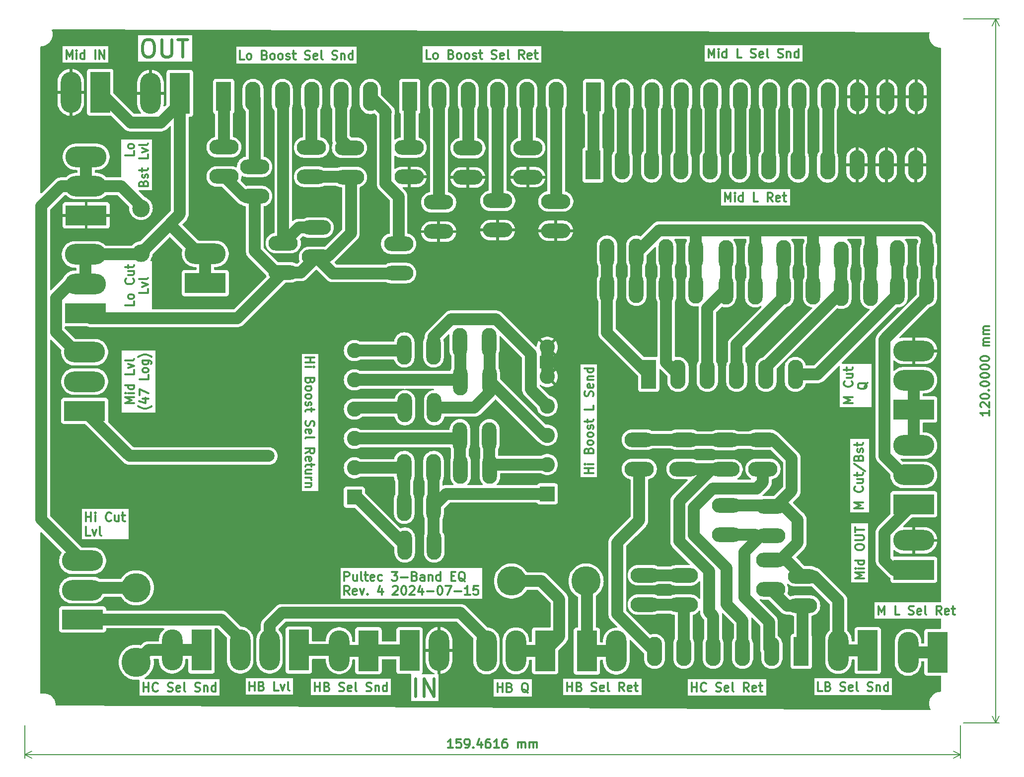
<source format=gbr>
%TF.GenerationSoftware,KiCad,Pcbnew,8.0.3*%
%TF.CreationDate,2024-07-16T22:22:09-07:00*%
%TF.ProjectId,pultec-three-band-eq,70756c74-6563-42d7-9468-7265652d6261,4*%
%TF.SameCoordinates,Original*%
%TF.FileFunction,Copper,L1,Top*%
%TF.FilePolarity,Positive*%
%FSLAX46Y46*%
G04 Gerber Fmt 4.6, Leading zero omitted, Abs format (unit mm)*
G04 Created by KiCad (PCBNEW 8.0.3) date 2024-07-16 22:22:09*
%MOMM*%
%LPD*%
G01*
G04 APERTURE LIST*
%ADD10C,0.300000*%
%TA.AperFunction,NonConductor*%
%ADD11C,0.300000*%
%TD*%
%TA.AperFunction,NonConductor*%
%ADD12C,0.200000*%
%TD*%
%ADD13C,0.500000*%
%TA.AperFunction,NonConductor*%
%ADD14C,0.500000*%
%TD*%
%TA.AperFunction,ComponentPad*%
%ADD15R,2.600000X2.600000*%
%TD*%
%TA.AperFunction,ComponentPad*%
%ADD16C,2.600000*%
%TD*%
%TA.AperFunction,ComponentPad*%
%ADD17R,2.600000X5.000000*%
%TD*%
%TA.AperFunction,ComponentPad*%
%ADD18O,2.600000X5.000000*%
%TD*%
%TA.AperFunction,ComponentPad*%
%ADD19R,7.000000X3.500000*%
%TD*%
%TA.AperFunction,ComponentPad*%
%ADD20O,7.000000X3.500000*%
%TD*%
%TA.AperFunction,ComponentPad*%
%ADD21R,3.500000X7.000000*%
%TD*%
%TA.AperFunction,ComponentPad*%
%ADD22O,3.500000X7.000000*%
%TD*%
%TA.AperFunction,ComponentPad*%
%ADD23O,2.500000X5.000000*%
%TD*%
%TA.AperFunction,ComponentPad*%
%ADD24O,5.000000X2.500000*%
%TD*%
%TA.AperFunction,ComponentPad*%
%ADD25C,5.000000*%
%TD*%
%TA.AperFunction,ComponentPad*%
%ADD26C,3.000000*%
%TD*%
%TA.AperFunction,ViaPad*%
%ADD27C,2.000000*%
%TD*%
%TA.AperFunction,Conductor*%
%ADD28C,2.000000*%
%TD*%
G04 APERTURE END LIST*
D10*
D11*
X113381887Y-145029928D02*
X112524744Y-145029928D01*
X112953315Y-145029928D02*
X112953315Y-143529928D01*
X112953315Y-143529928D02*
X112810458Y-143744214D01*
X112810458Y-143744214D02*
X112667601Y-143887071D01*
X112667601Y-143887071D02*
X112524744Y-143958500D01*
X114739029Y-143529928D02*
X114024743Y-143529928D01*
X114024743Y-143529928D02*
X113953315Y-144244214D01*
X113953315Y-144244214D02*
X114024743Y-144172785D01*
X114024743Y-144172785D02*
X114167601Y-144101357D01*
X114167601Y-144101357D02*
X114524743Y-144101357D01*
X114524743Y-144101357D02*
X114667601Y-144172785D01*
X114667601Y-144172785D02*
X114739029Y-144244214D01*
X114739029Y-144244214D02*
X114810458Y-144387071D01*
X114810458Y-144387071D02*
X114810458Y-144744214D01*
X114810458Y-144744214D02*
X114739029Y-144887071D01*
X114739029Y-144887071D02*
X114667601Y-144958500D01*
X114667601Y-144958500D02*
X114524743Y-145029928D01*
X114524743Y-145029928D02*
X114167601Y-145029928D01*
X114167601Y-145029928D02*
X114024743Y-144958500D01*
X114024743Y-144958500D02*
X113953315Y-144887071D01*
X115524743Y-145029928D02*
X115810457Y-145029928D01*
X115810457Y-145029928D02*
X115953314Y-144958500D01*
X115953314Y-144958500D02*
X116024743Y-144887071D01*
X116024743Y-144887071D02*
X116167600Y-144672785D01*
X116167600Y-144672785D02*
X116239029Y-144387071D01*
X116239029Y-144387071D02*
X116239029Y-143815642D01*
X116239029Y-143815642D02*
X116167600Y-143672785D01*
X116167600Y-143672785D02*
X116096172Y-143601357D01*
X116096172Y-143601357D02*
X115953314Y-143529928D01*
X115953314Y-143529928D02*
X115667600Y-143529928D01*
X115667600Y-143529928D02*
X115524743Y-143601357D01*
X115524743Y-143601357D02*
X115453314Y-143672785D01*
X115453314Y-143672785D02*
X115381886Y-143815642D01*
X115381886Y-143815642D02*
X115381886Y-144172785D01*
X115381886Y-144172785D02*
X115453314Y-144315642D01*
X115453314Y-144315642D02*
X115524743Y-144387071D01*
X115524743Y-144387071D02*
X115667600Y-144458500D01*
X115667600Y-144458500D02*
X115953314Y-144458500D01*
X115953314Y-144458500D02*
X116096172Y-144387071D01*
X116096172Y-144387071D02*
X116167600Y-144315642D01*
X116167600Y-144315642D02*
X116239029Y-144172785D01*
X116881885Y-144887071D02*
X116953314Y-144958500D01*
X116953314Y-144958500D02*
X116881885Y-145029928D01*
X116881885Y-145029928D02*
X116810457Y-144958500D01*
X116810457Y-144958500D02*
X116881885Y-144887071D01*
X116881885Y-144887071D02*
X116881885Y-145029928D01*
X118239029Y-144029928D02*
X118239029Y-145029928D01*
X117881886Y-143458500D02*
X117524743Y-144529928D01*
X117524743Y-144529928D02*
X118453314Y-144529928D01*
X119667600Y-143529928D02*
X119381885Y-143529928D01*
X119381885Y-143529928D02*
X119239028Y-143601357D01*
X119239028Y-143601357D02*
X119167600Y-143672785D01*
X119167600Y-143672785D02*
X119024742Y-143887071D01*
X119024742Y-143887071D02*
X118953314Y-144172785D01*
X118953314Y-144172785D02*
X118953314Y-144744214D01*
X118953314Y-144744214D02*
X119024742Y-144887071D01*
X119024742Y-144887071D02*
X119096171Y-144958500D01*
X119096171Y-144958500D02*
X119239028Y-145029928D01*
X119239028Y-145029928D02*
X119524742Y-145029928D01*
X119524742Y-145029928D02*
X119667600Y-144958500D01*
X119667600Y-144958500D02*
X119739028Y-144887071D01*
X119739028Y-144887071D02*
X119810457Y-144744214D01*
X119810457Y-144744214D02*
X119810457Y-144387071D01*
X119810457Y-144387071D02*
X119739028Y-144244214D01*
X119739028Y-144244214D02*
X119667600Y-144172785D01*
X119667600Y-144172785D02*
X119524742Y-144101357D01*
X119524742Y-144101357D02*
X119239028Y-144101357D01*
X119239028Y-144101357D02*
X119096171Y-144172785D01*
X119096171Y-144172785D02*
X119024742Y-144244214D01*
X119024742Y-144244214D02*
X118953314Y-144387071D01*
X121239028Y-145029928D02*
X120381885Y-145029928D01*
X120810456Y-145029928D02*
X120810456Y-143529928D01*
X120810456Y-143529928D02*
X120667599Y-143744214D01*
X120667599Y-143744214D02*
X120524742Y-143887071D01*
X120524742Y-143887071D02*
X120381885Y-143958500D01*
X122524742Y-143529928D02*
X122239027Y-143529928D01*
X122239027Y-143529928D02*
X122096170Y-143601357D01*
X122096170Y-143601357D02*
X122024742Y-143672785D01*
X122024742Y-143672785D02*
X121881884Y-143887071D01*
X121881884Y-143887071D02*
X121810456Y-144172785D01*
X121810456Y-144172785D02*
X121810456Y-144744214D01*
X121810456Y-144744214D02*
X121881884Y-144887071D01*
X121881884Y-144887071D02*
X121953313Y-144958500D01*
X121953313Y-144958500D02*
X122096170Y-145029928D01*
X122096170Y-145029928D02*
X122381884Y-145029928D01*
X122381884Y-145029928D02*
X122524742Y-144958500D01*
X122524742Y-144958500D02*
X122596170Y-144887071D01*
X122596170Y-144887071D02*
X122667599Y-144744214D01*
X122667599Y-144744214D02*
X122667599Y-144387071D01*
X122667599Y-144387071D02*
X122596170Y-144244214D01*
X122596170Y-144244214D02*
X122524742Y-144172785D01*
X122524742Y-144172785D02*
X122381884Y-144101357D01*
X122381884Y-144101357D02*
X122096170Y-144101357D01*
X122096170Y-144101357D02*
X121953313Y-144172785D01*
X121953313Y-144172785D02*
X121881884Y-144244214D01*
X121881884Y-144244214D02*
X121810456Y-144387071D01*
X124453312Y-145029928D02*
X124453312Y-144029928D01*
X124453312Y-144172785D02*
X124524741Y-144101357D01*
X124524741Y-144101357D02*
X124667598Y-144029928D01*
X124667598Y-144029928D02*
X124881884Y-144029928D01*
X124881884Y-144029928D02*
X125024741Y-144101357D01*
X125024741Y-144101357D02*
X125096170Y-144244214D01*
X125096170Y-144244214D02*
X125096170Y-145029928D01*
X125096170Y-144244214D02*
X125167598Y-144101357D01*
X125167598Y-144101357D02*
X125310455Y-144029928D01*
X125310455Y-144029928D02*
X125524741Y-144029928D01*
X125524741Y-144029928D02*
X125667598Y-144101357D01*
X125667598Y-144101357D02*
X125739027Y-144244214D01*
X125739027Y-144244214D02*
X125739027Y-145029928D01*
X126453312Y-145029928D02*
X126453312Y-144029928D01*
X126453312Y-144172785D02*
X126524741Y-144101357D01*
X126524741Y-144101357D02*
X126667598Y-144029928D01*
X126667598Y-144029928D02*
X126881884Y-144029928D01*
X126881884Y-144029928D02*
X127024741Y-144101357D01*
X127024741Y-144101357D02*
X127096170Y-144244214D01*
X127096170Y-144244214D02*
X127096170Y-145029928D01*
X127096170Y-144244214D02*
X127167598Y-144101357D01*
X127167598Y-144101357D02*
X127310455Y-144029928D01*
X127310455Y-144029928D02*
X127524741Y-144029928D01*
X127524741Y-144029928D02*
X127667598Y-144101357D01*
X127667598Y-144101357D02*
X127739027Y-144244214D01*
X127739027Y-144244214D02*
X127739027Y-145029928D01*
D12*
X40436800Y-141226400D02*
X40436800Y-146738020D01*
X199898400Y-141226400D02*
X199898400Y-146738020D01*
X40436800Y-146151600D02*
X199898400Y-146151600D01*
X40436800Y-146151600D02*
X199898400Y-146151600D01*
X40436800Y-146151600D02*
X41563304Y-145565179D01*
X40436800Y-146151600D02*
X41563304Y-146738021D01*
X199898400Y-146151600D02*
X198771896Y-146738021D01*
X199898400Y-146151600D02*
X198771896Y-145565179D01*
D10*
D11*
X204821528Y-87512112D02*
X204821528Y-88369255D01*
X204821528Y-87940684D02*
X203321528Y-87940684D01*
X203321528Y-87940684D02*
X203535814Y-88083541D01*
X203535814Y-88083541D02*
X203678671Y-88226398D01*
X203678671Y-88226398D02*
X203750100Y-88369255D01*
X203464385Y-86940684D02*
X203392957Y-86869256D01*
X203392957Y-86869256D02*
X203321528Y-86726399D01*
X203321528Y-86726399D02*
X203321528Y-86369256D01*
X203321528Y-86369256D02*
X203392957Y-86226399D01*
X203392957Y-86226399D02*
X203464385Y-86154970D01*
X203464385Y-86154970D02*
X203607242Y-86083541D01*
X203607242Y-86083541D02*
X203750100Y-86083541D01*
X203750100Y-86083541D02*
X203964385Y-86154970D01*
X203964385Y-86154970D02*
X204821528Y-87012113D01*
X204821528Y-87012113D02*
X204821528Y-86083541D01*
X203321528Y-85154970D02*
X203321528Y-85012113D01*
X203321528Y-85012113D02*
X203392957Y-84869256D01*
X203392957Y-84869256D02*
X203464385Y-84797828D01*
X203464385Y-84797828D02*
X203607242Y-84726399D01*
X203607242Y-84726399D02*
X203892957Y-84654970D01*
X203892957Y-84654970D02*
X204250100Y-84654970D01*
X204250100Y-84654970D02*
X204535814Y-84726399D01*
X204535814Y-84726399D02*
X204678671Y-84797828D01*
X204678671Y-84797828D02*
X204750100Y-84869256D01*
X204750100Y-84869256D02*
X204821528Y-85012113D01*
X204821528Y-85012113D02*
X204821528Y-85154970D01*
X204821528Y-85154970D02*
X204750100Y-85297828D01*
X204750100Y-85297828D02*
X204678671Y-85369256D01*
X204678671Y-85369256D02*
X204535814Y-85440685D01*
X204535814Y-85440685D02*
X204250100Y-85512113D01*
X204250100Y-85512113D02*
X203892957Y-85512113D01*
X203892957Y-85512113D02*
X203607242Y-85440685D01*
X203607242Y-85440685D02*
X203464385Y-85369256D01*
X203464385Y-85369256D02*
X203392957Y-85297828D01*
X203392957Y-85297828D02*
X203321528Y-85154970D01*
X204678671Y-84012114D02*
X204750100Y-83940685D01*
X204750100Y-83940685D02*
X204821528Y-84012114D01*
X204821528Y-84012114D02*
X204750100Y-84083542D01*
X204750100Y-84083542D02*
X204678671Y-84012114D01*
X204678671Y-84012114D02*
X204821528Y-84012114D01*
X203321528Y-83012113D02*
X203321528Y-82869256D01*
X203321528Y-82869256D02*
X203392957Y-82726399D01*
X203392957Y-82726399D02*
X203464385Y-82654971D01*
X203464385Y-82654971D02*
X203607242Y-82583542D01*
X203607242Y-82583542D02*
X203892957Y-82512113D01*
X203892957Y-82512113D02*
X204250100Y-82512113D01*
X204250100Y-82512113D02*
X204535814Y-82583542D01*
X204535814Y-82583542D02*
X204678671Y-82654971D01*
X204678671Y-82654971D02*
X204750100Y-82726399D01*
X204750100Y-82726399D02*
X204821528Y-82869256D01*
X204821528Y-82869256D02*
X204821528Y-83012113D01*
X204821528Y-83012113D02*
X204750100Y-83154971D01*
X204750100Y-83154971D02*
X204678671Y-83226399D01*
X204678671Y-83226399D02*
X204535814Y-83297828D01*
X204535814Y-83297828D02*
X204250100Y-83369256D01*
X204250100Y-83369256D02*
X203892957Y-83369256D01*
X203892957Y-83369256D02*
X203607242Y-83297828D01*
X203607242Y-83297828D02*
X203464385Y-83226399D01*
X203464385Y-83226399D02*
X203392957Y-83154971D01*
X203392957Y-83154971D02*
X203321528Y-83012113D01*
X203321528Y-81583542D02*
X203321528Y-81440685D01*
X203321528Y-81440685D02*
X203392957Y-81297828D01*
X203392957Y-81297828D02*
X203464385Y-81226400D01*
X203464385Y-81226400D02*
X203607242Y-81154971D01*
X203607242Y-81154971D02*
X203892957Y-81083542D01*
X203892957Y-81083542D02*
X204250100Y-81083542D01*
X204250100Y-81083542D02*
X204535814Y-81154971D01*
X204535814Y-81154971D02*
X204678671Y-81226400D01*
X204678671Y-81226400D02*
X204750100Y-81297828D01*
X204750100Y-81297828D02*
X204821528Y-81440685D01*
X204821528Y-81440685D02*
X204821528Y-81583542D01*
X204821528Y-81583542D02*
X204750100Y-81726400D01*
X204750100Y-81726400D02*
X204678671Y-81797828D01*
X204678671Y-81797828D02*
X204535814Y-81869257D01*
X204535814Y-81869257D02*
X204250100Y-81940685D01*
X204250100Y-81940685D02*
X203892957Y-81940685D01*
X203892957Y-81940685D02*
X203607242Y-81869257D01*
X203607242Y-81869257D02*
X203464385Y-81797828D01*
X203464385Y-81797828D02*
X203392957Y-81726400D01*
X203392957Y-81726400D02*
X203321528Y-81583542D01*
X203321528Y-80154971D02*
X203321528Y-80012114D01*
X203321528Y-80012114D02*
X203392957Y-79869257D01*
X203392957Y-79869257D02*
X203464385Y-79797829D01*
X203464385Y-79797829D02*
X203607242Y-79726400D01*
X203607242Y-79726400D02*
X203892957Y-79654971D01*
X203892957Y-79654971D02*
X204250100Y-79654971D01*
X204250100Y-79654971D02*
X204535814Y-79726400D01*
X204535814Y-79726400D02*
X204678671Y-79797829D01*
X204678671Y-79797829D02*
X204750100Y-79869257D01*
X204750100Y-79869257D02*
X204821528Y-80012114D01*
X204821528Y-80012114D02*
X204821528Y-80154971D01*
X204821528Y-80154971D02*
X204750100Y-80297829D01*
X204750100Y-80297829D02*
X204678671Y-80369257D01*
X204678671Y-80369257D02*
X204535814Y-80440686D01*
X204535814Y-80440686D02*
X204250100Y-80512114D01*
X204250100Y-80512114D02*
X203892957Y-80512114D01*
X203892957Y-80512114D02*
X203607242Y-80440686D01*
X203607242Y-80440686D02*
X203464385Y-80369257D01*
X203464385Y-80369257D02*
X203392957Y-80297829D01*
X203392957Y-80297829D02*
X203321528Y-80154971D01*
X203321528Y-78726400D02*
X203321528Y-78583543D01*
X203321528Y-78583543D02*
X203392957Y-78440686D01*
X203392957Y-78440686D02*
X203464385Y-78369258D01*
X203464385Y-78369258D02*
X203607242Y-78297829D01*
X203607242Y-78297829D02*
X203892957Y-78226400D01*
X203892957Y-78226400D02*
X204250100Y-78226400D01*
X204250100Y-78226400D02*
X204535814Y-78297829D01*
X204535814Y-78297829D02*
X204678671Y-78369258D01*
X204678671Y-78369258D02*
X204750100Y-78440686D01*
X204750100Y-78440686D02*
X204821528Y-78583543D01*
X204821528Y-78583543D02*
X204821528Y-78726400D01*
X204821528Y-78726400D02*
X204750100Y-78869258D01*
X204750100Y-78869258D02*
X204678671Y-78940686D01*
X204678671Y-78940686D02*
X204535814Y-79012115D01*
X204535814Y-79012115D02*
X204250100Y-79083543D01*
X204250100Y-79083543D02*
X203892957Y-79083543D01*
X203892957Y-79083543D02*
X203607242Y-79012115D01*
X203607242Y-79012115D02*
X203464385Y-78940686D01*
X203464385Y-78940686D02*
X203392957Y-78869258D01*
X203392957Y-78869258D02*
X203321528Y-78726400D01*
X204821528Y-76440687D02*
X203821528Y-76440687D01*
X203964385Y-76440687D02*
X203892957Y-76369258D01*
X203892957Y-76369258D02*
X203821528Y-76226401D01*
X203821528Y-76226401D02*
X203821528Y-76012115D01*
X203821528Y-76012115D02*
X203892957Y-75869258D01*
X203892957Y-75869258D02*
X204035814Y-75797830D01*
X204035814Y-75797830D02*
X204821528Y-75797830D01*
X204035814Y-75797830D02*
X203892957Y-75726401D01*
X203892957Y-75726401D02*
X203821528Y-75583544D01*
X203821528Y-75583544D02*
X203821528Y-75369258D01*
X203821528Y-75369258D02*
X203892957Y-75226401D01*
X203892957Y-75226401D02*
X204035814Y-75154972D01*
X204035814Y-75154972D02*
X204821528Y-75154972D01*
X204821528Y-74440687D02*
X203821528Y-74440687D01*
X203964385Y-74440687D02*
X203892957Y-74369258D01*
X203892957Y-74369258D02*
X203821528Y-74226401D01*
X203821528Y-74226401D02*
X203821528Y-74012115D01*
X203821528Y-74012115D02*
X203892957Y-73869258D01*
X203892957Y-73869258D02*
X204035814Y-73797830D01*
X204035814Y-73797830D02*
X204821528Y-73797830D01*
X204035814Y-73797830D02*
X203892957Y-73726401D01*
X203892957Y-73726401D02*
X203821528Y-73583544D01*
X203821528Y-73583544D02*
X203821528Y-73369258D01*
X203821528Y-73369258D02*
X203892957Y-73226401D01*
X203892957Y-73226401D02*
X204035814Y-73154972D01*
X204035814Y-73154972D02*
X204821528Y-73154972D01*
D12*
X200398400Y-20726400D02*
X206529620Y-20726400D01*
X200398400Y-140726400D02*
X206529620Y-140726400D01*
X205943200Y-20726400D02*
X205943200Y-140726400D01*
X205943200Y-20726400D02*
X205943200Y-140726400D01*
X205943200Y-20726400D02*
X206529621Y-21852904D01*
X205943200Y-20726400D02*
X205356779Y-21852904D01*
X205943200Y-140726400D02*
X205356779Y-139599896D01*
X205943200Y-140726400D02*
X206529621Y-139599896D01*
D10*
D11*
X50846510Y-106402712D02*
X50846510Y-104902712D01*
X50846510Y-105616998D02*
X51703653Y-105616998D01*
X51703653Y-106402712D02*
X51703653Y-104902712D01*
X52417939Y-106402712D02*
X52417939Y-105402712D01*
X52417939Y-104902712D02*
X52346511Y-104974141D01*
X52346511Y-104974141D02*
X52417939Y-105045569D01*
X52417939Y-105045569D02*
X52489368Y-104974141D01*
X52489368Y-104974141D02*
X52417939Y-104902712D01*
X52417939Y-104902712D02*
X52417939Y-105045569D01*
X55132225Y-106259855D02*
X55060797Y-106331284D01*
X55060797Y-106331284D02*
X54846511Y-106402712D01*
X54846511Y-106402712D02*
X54703654Y-106402712D01*
X54703654Y-106402712D02*
X54489368Y-106331284D01*
X54489368Y-106331284D02*
X54346511Y-106188426D01*
X54346511Y-106188426D02*
X54275082Y-106045569D01*
X54275082Y-106045569D02*
X54203654Y-105759855D01*
X54203654Y-105759855D02*
X54203654Y-105545569D01*
X54203654Y-105545569D02*
X54275082Y-105259855D01*
X54275082Y-105259855D02*
X54346511Y-105116998D01*
X54346511Y-105116998D02*
X54489368Y-104974141D01*
X54489368Y-104974141D02*
X54703654Y-104902712D01*
X54703654Y-104902712D02*
X54846511Y-104902712D01*
X54846511Y-104902712D02*
X55060797Y-104974141D01*
X55060797Y-104974141D02*
X55132225Y-105045569D01*
X56417940Y-105402712D02*
X56417940Y-106402712D01*
X55775082Y-105402712D02*
X55775082Y-106188426D01*
X55775082Y-106188426D02*
X55846511Y-106331284D01*
X55846511Y-106331284D02*
X55989368Y-106402712D01*
X55989368Y-106402712D02*
X56203654Y-106402712D01*
X56203654Y-106402712D02*
X56346511Y-106331284D01*
X56346511Y-106331284D02*
X56417940Y-106259855D01*
X56917940Y-105402712D02*
X57489368Y-105402712D01*
X57132225Y-104902712D02*
X57132225Y-106188426D01*
X57132225Y-106188426D02*
X57203654Y-106331284D01*
X57203654Y-106331284D02*
X57346511Y-106402712D01*
X57346511Y-106402712D02*
X57489368Y-106402712D01*
X51560796Y-108817628D02*
X50846510Y-108817628D01*
X50846510Y-108817628D02*
X50846510Y-107317628D01*
X51917939Y-107817628D02*
X52275082Y-108817628D01*
X52275082Y-108817628D02*
X52632225Y-107817628D01*
X53417939Y-108817628D02*
X53275082Y-108746200D01*
X53275082Y-108746200D02*
X53203653Y-108603342D01*
X53203653Y-108603342D02*
X53203653Y-107317628D01*
D10*
D11*
X59057112Y-86228571D02*
X57557112Y-86228571D01*
X57557112Y-86228571D02*
X58628541Y-85728571D01*
X58628541Y-85728571D02*
X57557112Y-85228571D01*
X57557112Y-85228571D02*
X59057112Y-85228571D01*
X59057112Y-84514285D02*
X58057112Y-84514285D01*
X57557112Y-84514285D02*
X57628541Y-84585713D01*
X57628541Y-84585713D02*
X57699969Y-84514285D01*
X57699969Y-84514285D02*
X57628541Y-84442856D01*
X57628541Y-84442856D02*
X57557112Y-84514285D01*
X57557112Y-84514285D02*
X57699969Y-84514285D01*
X59057112Y-83157142D02*
X57557112Y-83157142D01*
X58985684Y-83157142D02*
X59057112Y-83299999D01*
X59057112Y-83299999D02*
X59057112Y-83585713D01*
X59057112Y-83585713D02*
X58985684Y-83728570D01*
X58985684Y-83728570D02*
X58914255Y-83799999D01*
X58914255Y-83799999D02*
X58771398Y-83871427D01*
X58771398Y-83871427D02*
X58342826Y-83871427D01*
X58342826Y-83871427D02*
X58199969Y-83799999D01*
X58199969Y-83799999D02*
X58128541Y-83728570D01*
X58128541Y-83728570D02*
X58057112Y-83585713D01*
X58057112Y-83585713D02*
X58057112Y-83299999D01*
X58057112Y-83299999D02*
X58128541Y-83157142D01*
X59057112Y-80585713D02*
X59057112Y-81299999D01*
X59057112Y-81299999D02*
X57557112Y-81299999D01*
X58057112Y-80228570D02*
X59057112Y-79871427D01*
X59057112Y-79871427D02*
X58057112Y-79514284D01*
X59057112Y-78728570D02*
X58985684Y-78871427D01*
X58985684Y-78871427D02*
X58842826Y-78942856D01*
X58842826Y-78942856D02*
X57557112Y-78942856D01*
X62043457Y-86728570D02*
X61972028Y-86799999D01*
X61972028Y-86799999D02*
X61757742Y-86942856D01*
X61757742Y-86942856D02*
X61614885Y-87014285D01*
X61614885Y-87014285D02*
X61400600Y-87085713D01*
X61400600Y-87085713D02*
X61043457Y-87157142D01*
X61043457Y-87157142D02*
X60757742Y-87157142D01*
X60757742Y-87157142D02*
X60400600Y-87085713D01*
X60400600Y-87085713D02*
X60186314Y-87014285D01*
X60186314Y-87014285D02*
X60043457Y-86942856D01*
X60043457Y-86942856D02*
X59829171Y-86799999D01*
X59829171Y-86799999D02*
X59757742Y-86728570D01*
X60472028Y-85514285D02*
X61472028Y-85514285D01*
X59900600Y-85871427D02*
X60972028Y-86228570D01*
X60972028Y-86228570D02*
X60972028Y-85299999D01*
X59972028Y-84871428D02*
X59972028Y-83871428D01*
X59972028Y-83871428D02*
X61472028Y-84514285D01*
X61472028Y-81442857D02*
X61472028Y-82157143D01*
X61472028Y-82157143D02*
X59972028Y-82157143D01*
X61472028Y-80728571D02*
X61400600Y-80871428D01*
X61400600Y-80871428D02*
X61329171Y-80942857D01*
X61329171Y-80942857D02*
X61186314Y-81014285D01*
X61186314Y-81014285D02*
X60757742Y-81014285D01*
X60757742Y-81014285D02*
X60614885Y-80942857D01*
X60614885Y-80942857D02*
X60543457Y-80871428D01*
X60543457Y-80871428D02*
X60472028Y-80728571D01*
X60472028Y-80728571D02*
X60472028Y-80514285D01*
X60472028Y-80514285D02*
X60543457Y-80371428D01*
X60543457Y-80371428D02*
X60614885Y-80300000D01*
X60614885Y-80300000D02*
X60757742Y-80228571D01*
X60757742Y-80228571D02*
X61186314Y-80228571D01*
X61186314Y-80228571D02*
X61329171Y-80300000D01*
X61329171Y-80300000D02*
X61400600Y-80371428D01*
X61400600Y-80371428D02*
X61472028Y-80514285D01*
X61472028Y-80514285D02*
X61472028Y-80728571D01*
X60472028Y-78942857D02*
X61686314Y-78942857D01*
X61686314Y-78942857D02*
X61829171Y-79014285D01*
X61829171Y-79014285D02*
X61900600Y-79085714D01*
X61900600Y-79085714D02*
X61972028Y-79228571D01*
X61972028Y-79228571D02*
X61972028Y-79442857D01*
X61972028Y-79442857D02*
X61900600Y-79585714D01*
X61400600Y-78942857D02*
X61472028Y-79085714D01*
X61472028Y-79085714D02*
X61472028Y-79371428D01*
X61472028Y-79371428D02*
X61400600Y-79514285D01*
X61400600Y-79514285D02*
X61329171Y-79585714D01*
X61329171Y-79585714D02*
X61186314Y-79657142D01*
X61186314Y-79657142D02*
X60757742Y-79657142D01*
X60757742Y-79657142D02*
X60614885Y-79585714D01*
X60614885Y-79585714D02*
X60543457Y-79514285D01*
X60543457Y-79514285D02*
X60472028Y-79371428D01*
X60472028Y-79371428D02*
X60472028Y-79085714D01*
X60472028Y-79085714D02*
X60543457Y-78942857D01*
X62043457Y-78371428D02*
X61972028Y-78299999D01*
X61972028Y-78299999D02*
X61757742Y-78157142D01*
X61757742Y-78157142D02*
X61614885Y-78085714D01*
X61614885Y-78085714D02*
X61400600Y-78014285D01*
X61400600Y-78014285D02*
X61043457Y-77942856D01*
X61043457Y-77942856D02*
X60757742Y-77942856D01*
X60757742Y-77942856D02*
X60400600Y-78014285D01*
X60400600Y-78014285D02*
X60186314Y-78085714D01*
X60186314Y-78085714D02*
X60043457Y-78157142D01*
X60043457Y-78157142D02*
X59829171Y-78299999D01*
X59829171Y-78299999D02*
X59757742Y-78371428D01*
D10*
D11*
X59006312Y-68886057D02*
X59006312Y-69600343D01*
X59006312Y-69600343D02*
X57506312Y-69600343D01*
X59006312Y-68171771D02*
X58934884Y-68314628D01*
X58934884Y-68314628D02*
X58863455Y-68386057D01*
X58863455Y-68386057D02*
X58720598Y-68457485D01*
X58720598Y-68457485D02*
X58292026Y-68457485D01*
X58292026Y-68457485D02*
X58149169Y-68386057D01*
X58149169Y-68386057D02*
X58077741Y-68314628D01*
X58077741Y-68314628D02*
X58006312Y-68171771D01*
X58006312Y-68171771D02*
X58006312Y-67957485D01*
X58006312Y-67957485D02*
X58077741Y-67814628D01*
X58077741Y-67814628D02*
X58149169Y-67743200D01*
X58149169Y-67743200D02*
X58292026Y-67671771D01*
X58292026Y-67671771D02*
X58720598Y-67671771D01*
X58720598Y-67671771D02*
X58863455Y-67743200D01*
X58863455Y-67743200D02*
X58934884Y-67814628D01*
X58934884Y-67814628D02*
X59006312Y-67957485D01*
X59006312Y-67957485D02*
X59006312Y-68171771D01*
X58863455Y-65028914D02*
X58934884Y-65100342D01*
X58934884Y-65100342D02*
X59006312Y-65314628D01*
X59006312Y-65314628D02*
X59006312Y-65457485D01*
X59006312Y-65457485D02*
X58934884Y-65671771D01*
X58934884Y-65671771D02*
X58792026Y-65814628D01*
X58792026Y-65814628D02*
X58649169Y-65886057D01*
X58649169Y-65886057D02*
X58363455Y-65957485D01*
X58363455Y-65957485D02*
X58149169Y-65957485D01*
X58149169Y-65957485D02*
X57863455Y-65886057D01*
X57863455Y-65886057D02*
X57720598Y-65814628D01*
X57720598Y-65814628D02*
X57577741Y-65671771D01*
X57577741Y-65671771D02*
X57506312Y-65457485D01*
X57506312Y-65457485D02*
X57506312Y-65314628D01*
X57506312Y-65314628D02*
X57577741Y-65100342D01*
X57577741Y-65100342D02*
X57649169Y-65028914D01*
X58006312Y-63743200D02*
X59006312Y-63743200D01*
X58006312Y-64386057D02*
X58792026Y-64386057D01*
X58792026Y-64386057D02*
X58934884Y-64314628D01*
X58934884Y-64314628D02*
X59006312Y-64171771D01*
X59006312Y-64171771D02*
X59006312Y-63957485D01*
X59006312Y-63957485D02*
X58934884Y-63814628D01*
X58934884Y-63814628D02*
X58863455Y-63743200D01*
X58006312Y-63243199D02*
X58006312Y-62671771D01*
X57506312Y-63028914D02*
X58792026Y-63028914D01*
X58792026Y-63028914D02*
X58934884Y-62957485D01*
X58934884Y-62957485D02*
X59006312Y-62814628D01*
X59006312Y-62814628D02*
X59006312Y-62671771D01*
X61421228Y-66743199D02*
X61421228Y-67457485D01*
X61421228Y-67457485D02*
X59921228Y-67457485D01*
X60421228Y-66386056D02*
X61421228Y-66028913D01*
X61421228Y-66028913D02*
X60421228Y-65671770D01*
X61421228Y-64886056D02*
X61349800Y-65028913D01*
X61349800Y-65028913D02*
X61206942Y-65100342D01*
X61206942Y-65100342D02*
X59921228Y-65100342D01*
D10*
D11*
X59006312Y-43251768D02*
X59006312Y-43966054D01*
X59006312Y-43966054D02*
X57506312Y-43966054D01*
X59006312Y-42537482D02*
X58934884Y-42680339D01*
X58934884Y-42680339D02*
X58863455Y-42751768D01*
X58863455Y-42751768D02*
X58720598Y-42823196D01*
X58720598Y-42823196D02*
X58292026Y-42823196D01*
X58292026Y-42823196D02*
X58149169Y-42751768D01*
X58149169Y-42751768D02*
X58077741Y-42680339D01*
X58077741Y-42680339D02*
X58006312Y-42537482D01*
X58006312Y-42537482D02*
X58006312Y-42323196D01*
X58006312Y-42323196D02*
X58077741Y-42180339D01*
X58077741Y-42180339D02*
X58149169Y-42108911D01*
X58149169Y-42108911D02*
X58292026Y-42037482D01*
X58292026Y-42037482D02*
X58720598Y-42037482D01*
X58720598Y-42037482D02*
X58863455Y-42108911D01*
X58863455Y-42108911D02*
X58934884Y-42180339D01*
X58934884Y-42180339D02*
X59006312Y-42323196D01*
X59006312Y-42323196D02*
X59006312Y-42537482D01*
X60635514Y-48751768D02*
X60706942Y-48537482D01*
X60706942Y-48537482D02*
X60778371Y-48466053D01*
X60778371Y-48466053D02*
X60921228Y-48394625D01*
X60921228Y-48394625D02*
X61135514Y-48394625D01*
X61135514Y-48394625D02*
X61278371Y-48466053D01*
X61278371Y-48466053D02*
X61349800Y-48537482D01*
X61349800Y-48537482D02*
X61421228Y-48680339D01*
X61421228Y-48680339D02*
X61421228Y-49251768D01*
X61421228Y-49251768D02*
X59921228Y-49251768D01*
X59921228Y-49251768D02*
X59921228Y-48751768D01*
X59921228Y-48751768D02*
X59992657Y-48608911D01*
X59992657Y-48608911D02*
X60064085Y-48537482D01*
X60064085Y-48537482D02*
X60206942Y-48466053D01*
X60206942Y-48466053D02*
X60349800Y-48466053D01*
X60349800Y-48466053D02*
X60492657Y-48537482D01*
X60492657Y-48537482D02*
X60564085Y-48608911D01*
X60564085Y-48608911D02*
X60635514Y-48751768D01*
X60635514Y-48751768D02*
X60635514Y-49251768D01*
X61349800Y-47823196D02*
X61421228Y-47680339D01*
X61421228Y-47680339D02*
X61421228Y-47394625D01*
X61421228Y-47394625D02*
X61349800Y-47251768D01*
X61349800Y-47251768D02*
X61206942Y-47180339D01*
X61206942Y-47180339D02*
X61135514Y-47180339D01*
X61135514Y-47180339D02*
X60992657Y-47251768D01*
X60992657Y-47251768D02*
X60921228Y-47394625D01*
X60921228Y-47394625D02*
X60921228Y-47608911D01*
X60921228Y-47608911D02*
X60849800Y-47751768D01*
X60849800Y-47751768D02*
X60706942Y-47823196D01*
X60706942Y-47823196D02*
X60635514Y-47823196D01*
X60635514Y-47823196D02*
X60492657Y-47751768D01*
X60492657Y-47751768D02*
X60421228Y-47608911D01*
X60421228Y-47608911D02*
X60421228Y-47394625D01*
X60421228Y-47394625D02*
X60492657Y-47251768D01*
X60421228Y-46751767D02*
X60421228Y-46180339D01*
X59921228Y-46537482D02*
X61206942Y-46537482D01*
X61206942Y-46537482D02*
X61349800Y-46466053D01*
X61349800Y-46466053D02*
X61421228Y-46323196D01*
X61421228Y-46323196D02*
X61421228Y-46180339D01*
X61421228Y-43823196D02*
X61421228Y-44537482D01*
X61421228Y-44537482D02*
X59921228Y-44537482D01*
X60421228Y-43466053D02*
X61421228Y-43108910D01*
X61421228Y-43108910D02*
X60421228Y-42751767D01*
X61421228Y-41966053D02*
X61349800Y-42108910D01*
X61349800Y-42108910D02*
X61206942Y-42180339D01*
X61206942Y-42180339D02*
X59921228Y-42180339D01*
D10*
D11*
X47499199Y-27537628D02*
X47499199Y-26037628D01*
X47499199Y-26037628D02*
X47999199Y-27109057D01*
X47999199Y-27109057D02*
X48499199Y-26037628D01*
X48499199Y-26037628D02*
X48499199Y-27537628D01*
X49213485Y-27537628D02*
X49213485Y-26537628D01*
X49213485Y-26037628D02*
X49142057Y-26109057D01*
X49142057Y-26109057D02*
X49213485Y-26180485D01*
X49213485Y-26180485D02*
X49284914Y-26109057D01*
X49284914Y-26109057D02*
X49213485Y-26037628D01*
X49213485Y-26037628D02*
X49213485Y-26180485D01*
X50570629Y-27537628D02*
X50570629Y-26037628D01*
X50570629Y-27466200D02*
X50427771Y-27537628D01*
X50427771Y-27537628D02*
X50142057Y-27537628D01*
X50142057Y-27537628D02*
X49999200Y-27466200D01*
X49999200Y-27466200D02*
X49927771Y-27394771D01*
X49927771Y-27394771D02*
X49856343Y-27251914D01*
X49856343Y-27251914D02*
X49856343Y-26823342D01*
X49856343Y-26823342D02*
X49927771Y-26680485D01*
X49927771Y-26680485D02*
X49999200Y-26609057D01*
X49999200Y-26609057D02*
X50142057Y-26537628D01*
X50142057Y-26537628D02*
X50427771Y-26537628D01*
X50427771Y-26537628D02*
X50570629Y-26609057D01*
X52427771Y-27537628D02*
X52427771Y-26037628D01*
X53142057Y-27537628D02*
X53142057Y-26037628D01*
X53142057Y-26037628D02*
X53999200Y-27537628D01*
X53999200Y-27537628D02*
X53999200Y-26037628D01*
D13*
D14*
X61211200Y-24242057D02*
X61782628Y-24242057D01*
X61782628Y-24242057D02*
X62068343Y-24384914D01*
X62068343Y-24384914D02*
X62354057Y-24670628D01*
X62354057Y-24670628D02*
X62496914Y-25242057D01*
X62496914Y-25242057D02*
X62496914Y-26242057D01*
X62496914Y-26242057D02*
X62354057Y-26813485D01*
X62354057Y-26813485D02*
X62068343Y-27099200D01*
X62068343Y-27099200D02*
X61782628Y-27242057D01*
X61782628Y-27242057D02*
X61211200Y-27242057D01*
X61211200Y-27242057D02*
X60925486Y-27099200D01*
X60925486Y-27099200D02*
X60639771Y-26813485D01*
X60639771Y-26813485D02*
X60496914Y-26242057D01*
X60496914Y-26242057D02*
X60496914Y-25242057D01*
X60496914Y-25242057D02*
X60639771Y-24670628D01*
X60639771Y-24670628D02*
X60925486Y-24384914D01*
X60925486Y-24384914D02*
X61211200Y-24242057D01*
X63782628Y-24242057D02*
X63782628Y-26670628D01*
X63782628Y-26670628D02*
X63925485Y-26956342D01*
X63925485Y-26956342D02*
X64068343Y-27099200D01*
X64068343Y-27099200D02*
X64354057Y-27242057D01*
X64354057Y-27242057D02*
X64925485Y-27242057D01*
X64925485Y-27242057D02*
X65211200Y-27099200D01*
X65211200Y-27099200D02*
X65354057Y-26956342D01*
X65354057Y-26956342D02*
X65496914Y-26670628D01*
X65496914Y-26670628D02*
X65496914Y-24242057D01*
X66496914Y-24242057D02*
X68211200Y-24242057D01*
X67354057Y-27242057D02*
X67354057Y-24242057D01*
D10*
D11*
X77822743Y-27639228D02*
X77108457Y-27639228D01*
X77108457Y-27639228D02*
X77108457Y-26139228D01*
X78537029Y-27639228D02*
X78394172Y-27567800D01*
X78394172Y-27567800D02*
X78322743Y-27496371D01*
X78322743Y-27496371D02*
X78251315Y-27353514D01*
X78251315Y-27353514D02*
X78251315Y-26924942D01*
X78251315Y-26924942D02*
X78322743Y-26782085D01*
X78322743Y-26782085D02*
X78394172Y-26710657D01*
X78394172Y-26710657D02*
X78537029Y-26639228D01*
X78537029Y-26639228D02*
X78751315Y-26639228D01*
X78751315Y-26639228D02*
X78894172Y-26710657D01*
X78894172Y-26710657D02*
X78965601Y-26782085D01*
X78965601Y-26782085D02*
X79037029Y-26924942D01*
X79037029Y-26924942D02*
X79037029Y-27353514D01*
X79037029Y-27353514D02*
X78965601Y-27496371D01*
X78965601Y-27496371D02*
X78894172Y-27567800D01*
X78894172Y-27567800D02*
X78751315Y-27639228D01*
X78751315Y-27639228D02*
X78537029Y-27639228D01*
X81322743Y-26853514D02*
X81537029Y-26924942D01*
X81537029Y-26924942D02*
X81608458Y-26996371D01*
X81608458Y-26996371D02*
X81679886Y-27139228D01*
X81679886Y-27139228D02*
X81679886Y-27353514D01*
X81679886Y-27353514D02*
X81608458Y-27496371D01*
X81608458Y-27496371D02*
X81537029Y-27567800D01*
X81537029Y-27567800D02*
X81394172Y-27639228D01*
X81394172Y-27639228D02*
X80822743Y-27639228D01*
X80822743Y-27639228D02*
X80822743Y-26139228D01*
X80822743Y-26139228D02*
X81322743Y-26139228D01*
X81322743Y-26139228D02*
X81465601Y-26210657D01*
X81465601Y-26210657D02*
X81537029Y-26282085D01*
X81537029Y-26282085D02*
X81608458Y-26424942D01*
X81608458Y-26424942D02*
X81608458Y-26567800D01*
X81608458Y-26567800D02*
X81537029Y-26710657D01*
X81537029Y-26710657D02*
X81465601Y-26782085D01*
X81465601Y-26782085D02*
X81322743Y-26853514D01*
X81322743Y-26853514D02*
X80822743Y-26853514D01*
X82537029Y-27639228D02*
X82394172Y-27567800D01*
X82394172Y-27567800D02*
X82322743Y-27496371D01*
X82322743Y-27496371D02*
X82251315Y-27353514D01*
X82251315Y-27353514D02*
X82251315Y-26924942D01*
X82251315Y-26924942D02*
X82322743Y-26782085D01*
X82322743Y-26782085D02*
X82394172Y-26710657D01*
X82394172Y-26710657D02*
X82537029Y-26639228D01*
X82537029Y-26639228D02*
X82751315Y-26639228D01*
X82751315Y-26639228D02*
X82894172Y-26710657D01*
X82894172Y-26710657D02*
X82965601Y-26782085D01*
X82965601Y-26782085D02*
X83037029Y-26924942D01*
X83037029Y-26924942D02*
X83037029Y-27353514D01*
X83037029Y-27353514D02*
X82965601Y-27496371D01*
X82965601Y-27496371D02*
X82894172Y-27567800D01*
X82894172Y-27567800D02*
X82751315Y-27639228D01*
X82751315Y-27639228D02*
X82537029Y-27639228D01*
X83894172Y-27639228D02*
X83751315Y-27567800D01*
X83751315Y-27567800D02*
X83679886Y-27496371D01*
X83679886Y-27496371D02*
X83608458Y-27353514D01*
X83608458Y-27353514D02*
X83608458Y-26924942D01*
X83608458Y-26924942D02*
X83679886Y-26782085D01*
X83679886Y-26782085D02*
X83751315Y-26710657D01*
X83751315Y-26710657D02*
X83894172Y-26639228D01*
X83894172Y-26639228D02*
X84108458Y-26639228D01*
X84108458Y-26639228D02*
X84251315Y-26710657D01*
X84251315Y-26710657D02*
X84322744Y-26782085D01*
X84322744Y-26782085D02*
X84394172Y-26924942D01*
X84394172Y-26924942D02*
X84394172Y-27353514D01*
X84394172Y-27353514D02*
X84322744Y-27496371D01*
X84322744Y-27496371D02*
X84251315Y-27567800D01*
X84251315Y-27567800D02*
X84108458Y-27639228D01*
X84108458Y-27639228D02*
X83894172Y-27639228D01*
X84965601Y-27567800D02*
X85108458Y-27639228D01*
X85108458Y-27639228D02*
X85394172Y-27639228D01*
X85394172Y-27639228D02*
X85537029Y-27567800D01*
X85537029Y-27567800D02*
X85608458Y-27424942D01*
X85608458Y-27424942D02*
X85608458Y-27353514D01*
X85608458Y-27353514D02*
X85537029Y-27210657D01*
X85537029Y-27210657D02*
X85394172Y-27139228D01*
X85394172Y-27139228D02*
X85179887Y-27139228D01*
X85179887Y-27139228D02*
X85037029Y-27067800D01*
X85037029Y-27067800D02*
X84965601Y-26924942D01*
X84965601Y-26924942D02*
X84965601Y-26853514D01*
X84965601Y-26853514D02*
X85037029Y-26710657D01*
X85037029Y-26710657D02*
X85179887Y-26639228D01*
X85179887Y-26639228D02*
X85394172Y-26639228D01*
X85394172Y-26639228D02*
X85537029Y-26710657D01*
X86037030Y-26639228D02*
X86608458Y-26639228D01*
X86251315Y-26139228D02*
X86251315Y-27424942D01*
X86251315Y-27424942D02*
X86322744Y-27567800D01*
X86322744Y-27567800D02*
X86465601Y-27639228D01*
X86465601Y-27639228D02*
X86608458Y-27639228D01*
X88179887Y-27567800D02*
X88394173Y-27639228D01*
X88394173Y-27639228D02*
X88751315Y-27639228D01*
X88751315Y-27639228D02*
X88894173Y-27567800D01*
X88894173Y-27567800D02*
X88965601Y-27496371D01*
X88965601Y-27496371D02*
X89037030Y-27353514D01*
X89037030Y-27353514D02*
X89037030Y-27210657D01*
X89037030Y-27210657D02*
X88965601Y-27067800D01*
X88965601Y-27067800D02*
X88894173Y-26996371D01*
X88894173Y-26996371D02*
X88751315Y-26924942D01*
X88751315Y-26924942D02*
X88465601Y-26853514D01*
X88465601Y-26853514D02*
X88322744Y-26782085D01*
X88322744Y-26782085D02*
X88251315Y-26710657D01*
X88251315Y-26710657D02*
X88179887Y-26567800D01*
X88179887Y-26567800D02*
X88179887Y-26424942D01*
X88179887Y-26424942D02*
X88251315Y-26282085D01*
X88251315Y-26282085D02*
X88322744Y-26210657D01*
X88322744Y-26210657D02*
X88465601Y-26139228D01*
X88465601Y-26139228D02*
X88822744Y-26139228D01*
X88822744Y-26139228D02*
X89037030Y-26210657D01*
X90251315Y-27567800D02*
X90108458Y-27639228D01*
X90108458Y-27639228D02*
X89822744Y-27639228D01*
X89822744Y-27639228D02*
X89679886Y-27567800D01*
X89679886Y-27567800D02*
X89608458Y-27424942D01*
X89608458Y-27424942D02*
X89608458Y-26853514D01*
X89608458Y-26853514D02*
X89679886Y-26710657D01*
X89679886Y-26710657D02*
X89822744Y-26639228D01*
X89822744Y-26639228D02*
X90108458Y-26639228D01*
X90108458Y-26639228D02*
X90251315Y-26710657D01*
X90251315Y-26710657D02*
X90322744Y-26853514D01*
X90322744Y-26853514D02*
X90322744Y-26996371D01*
X90322744Y-26996371D02*
X89608458Y-27139228D01*
X91179886Y-27639228D02*
X91037029Y-27567800D01*
X91037029Y-27567800D02*
X90965600Y-27424942D01*
X90965600Y-27424942D02*
X90965600Y-26139228D01*
X92822743Y-27567800D02*
X93037029Y-27639228D01*
X93037029Y-27639228D02*
X93394171Y-27639228D01*
X93394171Y-27639228D02*
X93537029Y-27567800D01*
X93537029Y-27567800D02*
X93608457Y-27496371D01*
X93608457Y-27496371D02*
X93679886Y-27353514D01*
X93679886Y-27353514D02*
X93679886Y-27210657D01*
X93679886Y-27210657D02*
X93608457Y-27067800D01*
X93608457Y-27067800D02*
X93537029Y-26996371D01*
X93537029Y-26996371D02*
X93394171Y-26924942D01*
X93394171Y-26924942D02*
X93108457Y-26853514D01*
X93108457Y-26853514D02*
X92965600Y-26782085D01*
X92965600Y-26782085D02*
X92894171Y-26710657D01*
X92894171Y-26710657D02*
X92822743Y-26567800D01*
X92822743Y-26567800D02*
X92822743Y-26424942D01*
X92822743Y-26424942D02*
X92894171Y-26282085D01*
X92894171Y-26282085D02*
X92965600Y-26210657D01*
X92965600Y-26210657D02*
X93108457Y-26139228D01*
X93108457Y-26139228D02*
X93465600Y-26139228D01*
X93465600Y-26139228D02*
X93679886Y-26210657D01*
X94322742Y-26639228D02*
X94322742Y-27639228D01*
X94322742Y-26782085D02*
X94394171Y-26710657D01*
X94394171Y-26710657D02*
X94537028Y-26639228D01*
X94537028Y-26639228D02*
X94751314Y-26639228D01*
X94751314Y-26639228D02*
X94894171Y-26710657D01*
X94894171Y-26710657D02*
X94965600Y-26853514D01*
X94965600Y-26853514D02*
X94965600Y-27639228D01*
X96322743Y-27639228D02*
X96322743Y-26139228D01*
X96322743Y-27567800D02*
X96179885Y-27639228D01*
X96179885Y-27639228D02*
X95894171Y-27639228D01*
X95894171Y-27639228D02*
X95751314Y-27567800D01*
X95751314Y-27567800D02*
X95679885Y-27496371D01*
X95679885Y-27496371D02*
X95608457Y-27353514D01*
X95608457Y-27353514D02*
X95608457Y-26924942D01*
X95608457Y-26924942D02*
X95679885Y-26782085D01*
X95679885Y-26782085D02*
X95751314Y-26710657D01*
X95751314Y-26710657D02*
X95894171Y-26639228D01*
X95894171Y-26639228D02*
X96179885Y-26639228D01*
X96179885Y-26639228D02*
X96322743Y-26710657D01*
D10*
D11*
X109619543Y-27537628D02*
X108905257Y-27537628D01*
X108905257Y-27537628D02*
X108905257Y-26037628D01*
X110333829Y-27537628D02*
X110190972Y-27466200D01*
X110190972Y-27466200D02*
X110119543Y-27394771D01*
X110119543Y-27394771D02*
X110048115Y-27251914D01*
X110048115Y-27251914D02*
X110048115Y-26823342D01*
X110048115Y-26823342D02*
X110119543Y-26680485D01*
X110119543Y-26680485D02*
X110190972Y-26609057D01*
X110190972Y-26609057D02*
X110333829Y-26537628D01*
X110333829Y-26537628D02*
X110548115Y-26537628D01*
X110548115Y-26537628D02*
X110690972Y-26609057D01*
X110690972Y-26609057D02*
X110762401Y-26680485D01*
X110762401Y-26680485D02*
X110833829Y-26823342D01*
X110833829Y-26823342D02*
X110833829Y-27251914D01*
X110833829Y-27251914D02*
X110762401Y-27394771D01*
X110762401Y-27394771D02*
X110690972Y-27466200D01*
X110690972Y-27466200D02*
X110548115Y-27537628D01*
X110548115Y-27537628D02*
X110333829Y-27537628D01*
X113119543Y-26751914D02*
X113333829Y-26823342D01*
X113333829Y-26823342D02*
X113405258Y-26894771D01*
X113405258Y-26894771D02*
X113476686Y-27037628D01*
X113476686Y-27037628D02*
X113476686Y-27251914D01*
X113476686Y-27251914D02*
X113405258Y-27394771D01*
X113405258Y-27394771D02*
X113333829Y-27466200D01*
X113333829Y-27466200D02*
X113190972Y-27537628D01*
X113190972Y-27537628D02*
X112619543Y-27537628D01*
X112619543Y-27537628D02*
X112619543Y-26037628D01*
X112619543Y-26037628D02*
X113119543Y-26037628D01*
X113119543Y-26037628D02*
X113262401Y-26109057D01*
X113262401Y-26109057D02*
X113333829Y-26180485D01*
X113333829Y-26180485D02*
X113405258Y-26323342D01*
X113405258Y-26323342D02*
X113405258Y-26466200D01*
X113405258Y-26466200D02*
X113333829Y-26609057D01*
X113333829Y-26609057D02*
X113262401Y-26680485D01*
X113262401Y-26680485D02*
X113119543Y-26751914D01*
X113119543Y-26751914D02*
X112619543Y-26751914D01*
X114333829Y-27537628D02*
X114190972Y-27466200D01*
X114190972Y-27466200D02*
X114119543Y-27394771D01*
X114119543Y-27394771D02*
X114048115Y-27251914D01*
X114048115Y-27251914D02*
X114048115Y-26823342D01*
X114048115Y-26823342D02*
X114119543Y-26680485D01*
X114119543Y-26680485D02*
X114190972Y-26609057D01*
X114190972Y-26609057D02*
X114333829Y-26537628D01*
X114333829Y-26537628D02*
X114548115Y-26537628D01*
X114548115Y-26537628D02*
X114690972Y-26609057D01*
X114690972Y-26609057D02*
X114762401Y-26680485D01*
X114762401Y-26680485D02*
X114833829Y-26823342D01*
X114833829Y-26823342D02*
X114833829Y-27251914D01*
X114833829Y-27251914D02*
X114762401Y-27394771D01*
X114762401Y-27394771D02*
X114690972Y-27466200D01*
X114690972Y-27466200D02*
X114548115Y-27537628D01*
X114548115Y-27537628D02*
X114333829Y-27537628D01*
X115690972Y-27537628D02*
X115548115Y-27466200D01*
X115548115Y-27466200D02*
X115476686Y-27394771D01*
X115476686Y-27394771D02*
X115405258Y-27251914D01*
X115405258Y-27251914D02*
X115405258Y-26823342D01*
X115405258Y-26823342D02*
X115476686Y-26680485D01*
X115476686Y-26680485D02*
X115548115Y-26609057D01*
X115548115Y-26609057D02*
X115690972Y-26537628D01*
X115690972Y-26537628D02*
X115905258Y-26537628D01*
X115905258Y-26537628D02*
X116048115Y-26609057D01*
X116048115Y-26609057D02*
X116119544Y-26680485D01*
X116119544Y-26680485D02*
X116190972Y-26823342D01*
X116190972Y-26823342D02*
X116190972Y-27251914D01*
X116190972Y-27251914D02*
X116119544Y-27394771D01*
X116119544Y-27394771D02*
X116048115Y-27466200D01*
X116048115Y-27466200D02*
X115905258Y-27537628D01*
X115905258Y-27537628D02*
X115690972Y-27537628D01*
X116762401Y-27466200D02*
X116905258Y-27537628D01*
X116905258Y-27537628D02*
X117190972Y-27537628D01*
X117190972Y-27537628D02*
X117333829Y-27466200D01*
X117333829Y-27466200D02*
X117405258Y-27323342D01*
X117405258Y-27323342D02*
X117405258Y-27251914D01*
X117405258Y-27251914D02*
X117333829Y-27109057D01*
X117333829Y-27109057D02*
X117190972Y-27037628D01*
X117190972Y-27037628D02*
X116976687Y-27037628D01*
X116976687Y-27037628D02*
X116833829Y-26966200D01*
X116833829Y-26966200D02*
X116762401Y-26823342D01*
X116762401Y-26823342D02*
X116762401Y-26751914D01*
X116762401Y-26751914D02*
X116833829Y-26609057D01*
X116833829Y-26609057D02*
X116976687Y-26537628D01*
X116976687Y-26537628D02*
X117190972Y-26537628D01*
X117190972Y-26537628D02*
X117333829Y-26609057D01*
X117833830Y-26537628D02*
X118405258Y-26537628D01*
X118048115Y-26037628D02*
X118048115Y-27323342D01*
X118048115Y-27323342D02*
X118119544Y-27466200D01*
X118119544Y-27466200D02*
X118262401Y-27537628D01*
X118262401Y-27537628D02*
X118405258Y-27537628D01*
X119976687Y-27466200D02*
X120190973Y-27537628D01*
X120190973Y-27537628D02*
X120548115Y-27537628D01*
X120548115Y-27537628D02*
X120690973Y-27466200D01*
X120690973Y-27466200D02*
X120762401Y-27394771D01*
X120762401Y-27394771D02*
X120833830Y-27251914D01*
X120833830Y-27251914D02*
X120833830Y-27109057D01*
X120833830Y-27109057D02*
X120762401Y-26966200D01*
X120762401Y-26966200D02*
X120690973Y-26894771D01*
X120690973Y-26894771D02*
X120548115Y-26823342D01*
X120548115Y-26823342D02*
X120262401Y-26751914D01*
X120262401Y-26751914D02*
X120119544Y-26680485D01*
X120119544Y-26680485D02*
X120048115Y-26609057D01*
X120048115Y-26609057D02*
X119976687Y-26466200D01*
X119976687Y-26466200D02*
X119976687Y-26323342D01*
X119976687Y-26323342D02*
X120048115Y-26180485D01*
X120048115Y-26180485D02*
X120119544Y-26109057D01*
X120119544Y-26109057D02*
X120262401Y-26037628D01*
X120262401Y-26037628D02*
X120619544Y-26037628D01*
X120619544Y-26037628D02*
X120833830Y-26109057D01*
X122048115Y-27466200D02*
X121905258Y-27537628D01*
X121905258Y-27537628D02*
X121619544Y-27537628D01*
X121619544Y-27537628D02*
X121476686Y-27466200D01*
X121476686Y-27466200D02*
X121405258Y-27323342D01*
X121405258Y-27323342D02*
X121405258Y-26751914D01*
X121405258Y-26751914D02*
X121476686Y-26609057D01*
X121476686Y-26609057D02*
X121619544Y-26537628D01*
X121619544Y-26537628D02*
X121905258Y-26537628D01*
X121905258Y-26537628D02*
X122048115Y-26609057D01*
X122048115Y-26609057D02*
X122119544Y-26751914D01*
X122119544Y-26751914D02*
X122119544Y-26894771D01*
X122119544Y-26894771D02*
X121405258Y-27037628D01*
X122976686Y-27537628D02*
X122833829Y-27466200D01*
X122833829Y-27466200D02*
X122762400Y-27323342D01*
X122762400Y-27323342D02*
X122762400Y-26037628D01*
X125548114Y-27537628D02*
X125048114Y-26823342D01*
X124690971Y-27537628D02*
X124690971Y-26037628D01*
X124690971Y-26037628D02*
X125262400Y-26037628D01*
X125262400Y-26037628D02*
X125405257Y-26109057D01*
X125405257Y-26109057D02*
X125476686Y-26180485D01*
X125476686Y-26180485D02*
X125548114Y-26323342D01*
X125548114Y-26323342D02*
X125548114Y-26537628D01*
X125548114Y-26537628D02*
X125476686Y-26680485D01*
X125476686Y-26680485D02*
X125405257Y-26751914D01*
X125405257Y-26751914D02*
X125262400Y-26823342D01*
X125262400Y-26823342D02*
X124690971Y-26823342D01*
X126762400Y-27466200D02*
X126619543Y-27537628D01*
X126619543Y-27537628D02*
X126333829Y-27537628D01*
X126333829Y-27537628D02*
X126190971Y-27466200D01*
X126190971Y-27466200D02*
X126119543Y-27323342D01*
X126119543Y-27323342D02*
X126119543Y-26751914D01*
X126119543Y-26751914D02*
X126190971Y-26609057D01*
X126190971Y-26609057D02*
X126333829Y-26537628D01*
X126333829Y-26537628D02*
X126619543Y-26537628D01*
X126619543Y-26537628D02*
X126762400Y-26609057D01*
X126762400Y-26609057D02*
X126833829Y-26751914D01*
X126833829Y-26751914D02*
X126833829Y-26894771D01*
X126833829Y-26894771D02*
X126119543Y-27037628D01*
X127262400Y-26537628D02*
X127833828Y-26537628D01*
X127476685Y-26037628D02*
X127476685Y-27323342D01*
X127476685Y-27323342D02*
X127548114Y-27466200D01*
X127548114Y-27466200D02*
X127690971Y-27537628D01*
X127690971Y-27537628D02*
X127833828Y-27537628D01*
D10*
D11*
X88286371Y-78473885D02*
X89786371Y-78473885D01*
X89072085Y-78473885D02*
X89072085Y-79331028D01*
X88286371Y-79331028D02*
X89786371Y-79331028D01*
X88286371Y-80045314D02*
X89286371Y-80045314D01*
X89786371Y-80045314D02*
X89714942Y-79973886D01*
X89714942Y-79973886D02*
X89643514Y-80045314D01*
X89643514Y-80045314D02*
X89714942Y-80116743D01*
X89714942Y-80116743D02*
X89786371Y-80045314D01*
X89786371Y-80045314D02*
X89643514Y-80045314D01*
X89072085Y-82402457D02*
X89000657Y-82616743D01*
X89000657Y-82616743D02*
X88929228Y-82688172D01*
X88929228Y-82688172D02*
X88786371Y-82759600D01*
X88786371Y-82759600D02*
X88572085Y-82759600D01*
X88572085Y-82759600D02*
X88429228Y-82688172D01*
X88429228Y-82688172D02*
X88357800Y-82616743D01*
X88357800Y-82616743D02*
X88286371Y-82473886D01*
X88286371Y-82473886D02*
X88286371Y-81902457D01*
X88286371Y-81902457D02*
X89786371Y-81902457D01*
X89786371Y-81902457D02*
X89786371Y-82402457D01*
X89786371Y-82402457D02*
X89714942Y-82545315D01*
X89714942Y-82545315D02*
X89643514Y-82616743D01*
X89643514Y-82616743D02*
X89500657Y-82688172D01*
X89500657Y-82688172D02*
X89357800Y-82688172D01*
X89357800Y-82688172D02*
X89214942Y-82616743D01*
X89214942Y-82616743D02*
X89143514Y-82545315D01*
X89143514Y-82545315D02*
X89072085Y-82402457D01*
X89072085Y-82402457D02*
X89072085Y-81902457D01*
X88286371Y-83616743D02*
X88357800Y-83473886D01*
X88357800Y-83473886D02*
X88429228Y-83402457D01*
X88429228Y-83402457D02*
X88572085Y-83331029D01*
X88572085Y-83331029D02*
X89000657Y-83331029D01*
X89000657Y-83331029D02*
X89143514Y-83402457D01*
X89143514Y-83402457D02*
X89214942Y-83473886D01*
X89214942Y-83473886D02*
X89286371Y-83616743D01*
X89286371Y-83616743D02*
X89286371Y-83831029D01*
X89286371Y-83831029D02*
X89214942Y-83973886D01*
X89214942Y-83973886D02*
X89143514Y-84045315D01*
X89143514Y-84045315D02*
X89000657Y-84116743D01*
X89000657Y-84116743D02*
X88572085Y-84116743D01*
X88572085Y-84116743D02*
X88429228Y-84045315D01*
X88429228Y-84045315D02*
X88357800Y-83973886D01*
X88357800Y-83973886D02*
X88286371Y-83831029D01*
X88286371Y-83831029D02*
X88286371Y-83616743D01*
X88286371Y-84973886D02*
X88357800Y-84831029D01*
X88357800Y-84831029D02*
X88429228Y-84759600D01*
X88429228Y-84759600D02*
X88572085Y-84688172D01*
X88572085Y-84688172D02*
X89000657Y-84688172D01*
X89000657Y-84688172D02*
X89143514Y-84759600D01*
X89143514Y-84759600D02*
X89214942Y-84831029D01*
X89214942Y-84831029D02*
X89286371Y-84973886D01*
X89286371Y-84973886D02*
X89286371Y-85188172D01*
X89286371Y-85188172D02*
X89214942Y-85331029D01*
X89214942Y-85331029D02*
X89143514Y-85402458D01*
X89143514Y-85402458D02*
X89000657Y-85473886D01*
X89000657Y-85473886D02*
X88572085Y-85473886D01*
X88572085Y-85473886D02*
X88429228Y-85402458D01*
X88429228Y-85402458D02*
X88357800Y-85331029D01*
X88357800Y-85331029D02*
X88286371Y-85188172D01*
X88286371Y-85188172D02*
X88286371Y-84973886D01*
X88357800Y-86045315D02*
X88286371Y-86188172D01*
X88286371Y-86188172D02*
X88286371Y-86473886D01*
X88286371Y-86473886D02*
X88357800Y-86616743D01*
X88357800Y-86616743D02*
X88500657Y-86688172D01*
X88500657Y-86688172D02*
X88572085Y-86688172D01*
X88572085Y-86688172D02*
X88714942Y-86616743D01*
X88714942Y-86616743D02*
X88786371Y-86473886D01*
X88786371Y-86473886D02*
X88786371Y-86259601D01*
X88786371Y-86259601D02*
X88857800Y-86116743D01*
X88857800Y-86116743D02*
X89000657Y-86045315D01*
X89000657Y-86045315D02*
X89072085Y-86045315D01*
X89072085Y-86045315D02*
X89214942Y-86116743D01*
X89214942Y-86116743D02*
X89286371Y-86259601D01*
X89286371Y-86259601D02*
X89286371Y-86473886D01*
X89286371Y-86473886D02*
X89214942Y-86616743D01*
X89286371Y-87116744D02*
X89286371Y-87688172D01*
X89786371Y-87331029D02*
X88500657Y-87331029D01*
X88500657Y-87331029D02*
X88357800Y-87402458D01*
X88357800Y-87402458D02*
X88286371Y-87545315D01*
X88286371Y-87545315D02*
X88286371Y-87688172D01*
X88357800Y-89259601D02*
X88286371Y-89473887D01*
X88286371Y-89473887D02*
X88286371Y-89831029D01*
X88286371Y-89831029D02*
X88357800Y-89973887D01*
X88357800Y-89973887D02*
X88429228Y-90045315D01*
X88429228Y-90045315D02*
X88572085Y-90116744D01*
X88572085Y-90116744D02*
X88714942Y-90116744D01*
X88714942Y-90116744D02*
X88857800Y-90045315D01*
X88857800Y-90045315D02*
X88929228Y-89973887D01*
X88929228Y-89973887D02*
X89000657Y-89831029D01*
X89000657Y-89831029D02*
X89072085Y-89545315D01*
X89072085Y-89545315D02*
X89143514Y-89402458D01*
X89143514Y-89402458D02*
X89214942Y-89331029D01*
X89214942Y-89331029D02*
X89357800Y-89259601D01*
X89357800Y-89259601D02*
X89500657Y-89259601D01*
X89500657Y-89259601D02*
X89643514Y-89331029D01*
X89643514Y-89331029D02*
X89714942Y-89402458D01*
X89714942Y-89402458D02*
X89786371Y-89545315D01*
X89786371Y-89545315D02*
X89786371Y-89902458D01*
X89786371Y-89902458D02*
X89714942Y-90116744D01*
X88357800Y-91331029D02*
X88286371Y-91188172D01*
X88286371Y-91188172D02*
X88286371Y-90902458D01*
X88286371Y-90902458D02*
X88357800Y-90759600D01*
X88357800Y-90759600D02*
X88500657Y-90688172D01*
X88500657Y-90688172D02*
X89072085Y-90688172D01*
X89072085Y-90688172D02*
X89214942Y-90759600D01*
X89214942Y-90759600D02*
X89286371Y-90902458D01*
X89286371Y-90902458D02*
X89286371Y-91188172D01*
X89286371Y-91188172D02*
X89214942Y-91331029D01*
X89214942Y-91331029D02*
X89072085Y-91402458D01*
X89072085Y-91402458D02*
X88929228Y-91402458D01*
X88929228Y-91402458D02*
X88786371Y-90688172D01*
X88286371Y-92259600D02*
X88357800Y-92116743D01*
X88357800Y-92116743D02*
X88500657Y-92045314D01*
X88500657Y-92045314D02*
X89786371Y-92045314D01*
X88286371Y-94831028D02*
X89000657Y-94331028D01*
X88286371Y-93973885D02*
X89786371Y-93973885D01*
X89786371Y-93973885D02*
X89786371Y-94545314D01*
X89786371Y-94545314D02*
X89714942Y-94688171D01*
X89714942Y-94688171D02*
X89643514Y-94759600D01*
X89643514Y-94759600D02*
X89500657Y-94831028D01*
X89500657Y-94831028D02*
X89286371Y-94831028D01*
X89286371Y-94831028D02*
X89143514Y-94759600D01*
X89143514Y-94759600D02*
X89072085Y-94688171D01*
X89072085Y-94688171D02*
X89000657Y-94545314D01*
X89000657Y-94545314D02*
X89000657Y-93973885D01*
X88357800Y-96045314D02*
X88286371Y-95902457D01*
X88286371Y-95902457D02*
X88286371Y-95616743D01*
X88286371Y-95616743D02*
X88357800Y-95473885D01*
X88357800Y-95473885D02*
X88500657Y-95402457D01*
X88500657Y-95402457D02*
X89072085Y-95402457D01*
X89072085Y-95402457D02*
X89214942Y-95473885D01*
X89214942Y-95473885D02*
X89286371Y-95616743D01*
X89286371Y-95616743D02*
X89286371Y-95902457D01*
X89286371Y-95902457D02*
X89214942Y-96045314D01*
X89214942Y-96045314D02*
X89072085Y-96116743D01*
X89072085Y-96116743D02*
X88929228Y-96116743D01*
X88929228Y-96116743D02*
X88786371Y-95402457D01*
X89286371Y-96545314D02*
X89286371Y-97116742D01*
X89786371Y-96759599D02*
X88500657Y-96759599D01*
X88500657Y-96759599D02*
X88357800Y-96831028D01*
X88357800Y-96831028D02*
X88286371Y-96973885D01*
X88286371Y-96973885D02*
X88286371Y-97116742D01*
X89286371Y-98259600D02*
X88286371Y-98259600D01*
X89286371Y-97616742D02*
X88500657Y-97616742D01*
X88500657Y-97616742D02*
X88357800Y-97688171D01*
X88357800Y-97688171D02*
X88286371Y-97831028D01*
X88286371Y-97831028D02*
X88286371Y-98045314D01*
X88286371Y-98045314D02*
X88357800Y-98188171D01*
X88357800Y-98188171D02*
X88429228Y-98259600D01*
X88286371Y-98973885D02*
X89286371Y-98973885D01*
X89000657Y-98973885D02*
X89143514Y-99045314D01*
X89143514Y-99045314D02*
X89214942Y-99116743D01*
X89214942Y-99116743D02*
X89286371Y-99259600D01*
X89286371Y-99259600D02*
X89286371Y-99402457D01*
X89286371Y-99902456D02*
X88286371Y-99902456D01*
X89143514Y-99902456D02*
X89214942Y-99973885D01*
X89214942Y-99973885D02*
X89286371Y-100116742D01*
X89286371Y-100116742D02*
X89286371Y-100331028D01*
X89286371Y-100331028D02*
X89214942Y-100473885D01*
X89214942Y-100473885D02*
X89072085Y-100545314D01*
X89072085Y-100545314D02*
X88286371Y-100545314D01*
D10*
D11*
X137316428Y-98219886D02*
X135816428Y-98219886D01*
X136530714Y-98219886D02*
X136530714Y-97362743D01*
X137316428Y-97362743D02*
X135816428Y-97362743D01*
X137316428Y-96648457D02*
X136316428Y-96648457D01*
X135816428Y-96648457D02*
X135887857Y-96719885D01*
X135887857Y-96719885D02*
X135959285Y-96648457D01*
X135959285Y-96648457D02*
X135887857Y-96577028D01*
X135887857Y-96577028D02*
X135816428Y-96648457D01*
X135816428Y-96648457D02*
X135959285Y-96648457D01*
X136530714Y-94291314D02*
X136602142Y-94077028D01*
X136602142Y-94077028D02*
X136673571Y-94005599D01*
X136673571Y-94005599D02*
X136816428Y-93934171D01*
X136816428Y-93934171D02*
X137030714Y-93934171D01*
X137030714Y-93934171D02*
X137173571Y-94005599D01*
X137173571Y-94005599D02*
X137245000Y-94077028D01*
X137245000Y-94077028D02*
X137316428Y-94219885D01*
X137316428Y-94219885D02*
X137316428Y-94791314D01*
X137316428Y-94791314D02*
X135816428Y-94791314D01*
X135816428Y-94791314D02*
X135816428Y-94291314D01*
X135816428Y-94291314D02*
X135887857Y-94148457D01*
X135887857Y-94148457D02*
X135959285Y-94077028D01*
X135959285Y-94077028D02*
X136102142Y-94005599D01*
X136102142Y-94005599D02*
X136245000Y-94005599D01*
X136245000Y-94005599D02*
X136387857Y-94077028D01*
X136387857Y-94077028D02*
X136459285Y-94148457D01*
X136459285Y-94148457D02*
X136530714Y-94291314D01*
X136530714Y-94291314D02*
X136530714Y-94791314D01*
X137316428Y-93077028D02*
X137245000Y-93219885D01*
X137245000Y-93219885D02*
X137173571Y-93291314D01*
X137173571Y-93291314D02*
X137030714Y-93362742D01*
X137030714Y-93362742D02*
X136602142Y-93362742D01*
X136602142Y-93362742D02*
X136459285Y-93291314D01*
X136459285Y-93291314D02*
X136387857Y-93219885D01*
X136387857Y-93219885D02*
X136316428Y-93077028D01*
X136316428Y-93077028D02*
X136316428Y-92862742D01*
X136316428Y-92862742D02*
X136387857Y-92719885D01*
X136387857Y-92719885D02*
X136459285Y-92648457D01*
X136459285Y-92648457D02*
X136602142Y-92577028D01*
X136602142Y-92577028D02*
X137030714Y-92577028D01*
X137030714Y-92577028D02*
X137173571Y-92648457D01*
X137173571Y-92648457D02*
X137245000Y-92719885D01*
X137245000Y-92719885D02*
X137316428Y-92862742D01*
X137316428Y-92862742D02*
X137316428Y-93077028D01*
X137316428Y-91719885D02*
X137245000Y-91862742D01*
X137245000Y-91862742D02*
X137173571Y-91934171D01*
X137173571Y-91934171D02*
X137030714Y-92005599D01*
X137030714Y-92005599D02*
X136602142Y-92005599D01*
X136602142Y-92005599D02*
X136459285Y-91934171D01*
X136459285Y-91934171D02*
X136387857Y-91862742D01*
X136387857Y-91862742D02*
X136316428Y-91719885D01*
X136316428Y-91719885D02*
X136316428Y-91505599D01*
X136316428Y-91505599D02*
X136387857Y-91362742D01*
X136387857Y-91362742D02*
X136459285Y-91291314D01*
X136459285Y-91291314D02*
X136602142Y-91219885D01*
X136602142Y-91219885D02*
X137030714Y-91219885D01*
X137030714Y-91219885D02*
X137173571Y-91291314D01*
X137173571Y-91291314D02*
X137245000Y-91362742D01*
X137245000Y-91362742D02*
X137316428Y-91505599D01*
X137316428Y-91505599D02*
X137316428Y-91719885D01*
X137245000Y-90648456D02*
X137316428Y-90505599D01*
X137316428Y-90505599D02*
X137316428Y-90219885D01*
X137316428Y-90219885D02*
X137245000Y-90077028D01*
X137245000Y-90077028D02*
X137102142Y-90005599D01*
X137102142Y-90005599D02*
X137030714Y-90005599D01*
X137030714Y-90005599D02*
X136887857Y-90077028D01*
X136887857Y-90077028D02*
X136816428Y-90219885D01*
X136816428Y-90219885D02*
X136816428Y-90434171D01*
X136816428Y-90434171D02*
X136745000Y-90577028D01*
X136745000Y-90577028D02*
X136602142Y-90648456D01*
X136602142Y-90648456D02*
X136530714Y-90648456D01*
X136530714Y-90648456D02*
X136387857Y-90577028D01*
X136387857Y-90577028D02*
X136316428Y-90434171D01*
X136316428Y-90434171D02*
X136316428Y-90219885D01*
X136316428Y-90219885D02*
X136387857Y-90077028D01*
X136316428Y-89577027D02*
X136316428Y-89005599D01*
X135816428Y-89362742D02*
X137102142Y-89362742D01*
X137102142Y-89362742D02*
X137245000Y-89291313D01*
X137245000Y-89291313D02*
X137316428Y-89148456D01*
X137316428Y-89148456D02*
X137316428Y-89005599D01*
X137316428Y-86648456D02*
X137316428Y-87362742D01*
X137316428Y-87362742D02*
X135816428Y-87362742D01*
X137245000Y-85077027D02*
X137316428Y-84862742D01*
X137316428Y-84862742D02*
X137316428Y-84505599D01*
X137316428Y-84505599D02*
X137245000Y-84362742D01*
X137245000Y-84362742D02*
X137173571Y-84291313D01*
X137173571Y-84291313D02*
X137030714Y-84219884D01*
X137030714Y-84219884D02*
X136887857Y-84219884D01*
X136887857Y-84219884D02*
X136745000Y-84291313D01*
X136745000Y-84291313D02*
X136673571Y-84362742D01*
X136673571Y-84362742D02*
X136602142Y-84505599D01*
X136602142Y-84505599D02*
X136530714Y-84791313D01*
X136530714Y-84791313D02*
X136459285Y-84934170D01*
X136459285Y-84934170D02*
X136387857Y-85005599D01*
X136387857Y-85005599D02*
X136245000Y-85077027D01*
X136245000Y-85077027D02*
X136102142Y-85077027D01*
X136102142Y-85077027D02*
X135959285Y-85005599D01*
X135959285Y-85005599D02*
X135887857Y-84934170D01*
X135887857Y-84934170D02*
X135816428Y-84791313D01*
X135816428Y-84791313D02*
X135816428Y-84434170D01*
X135816428Y-84434170D02*
X135887857Y-84219884D01*
X137245000Y-83005599D02*
X137316428Y-83148456D01*
X137316428Y-83148456D02*
X137316428Y-83434171D01*
X137316428Y-83434171D02*
X137245000Y-83577028D01*
X137245000Y-83577028D02*
X137102142Y-83648456D01*
X137102142Y-83648456D02*
X136530714Y-83648456D01*
X136530714Y-83648456D02*
X136387857Y-83577028D01*
X136387857Y-83577028D02*
X136316428Y-83434171D01*
X136316428Y-83434171D02*
X136316428Y-83148456D01*
X136316428Y-83148456D02*
X136387857Y-83005599D01*
X136387857Y-83005599D02*
X136530714Y-82934171D01*
X136530714Y-82934171D02*
X136673571Y-82934171D01*
X136673571Y-82934171D02*
X136816428Y-83648456D01*
X136316428Y-82291314D02*
X137316428Y-82291314D01*
X136459285Y-82291314D02*
X136387857Y-82219885D01*
X136387857Y-82219885D02*
X136316428Y-82077028D01*
X136316428Y-82077028D02*
X136316428Y-81862742D01*
X136316428Y-81862742D02*
X136387857Y-81719885D01*
X136387857Y-81719885D02*
X136530714Y-81648457D01*
X136530714Y-81648457D02*
X137316428Y-81648457D01*
X137316428Y-80291314D02*
X135816428Y-80291314D01*
X137245000Y-80291314D02*
X137316428Y-80434171D01*
X137316428Y-80434171D02*
X137316428Y-80719885D01*
X137316428Y-80719885D02*
X137245000Y-80862742D01*
X137245000Y-80862742D02*
X137173571Y-80934171D01*
X137173571Y-80934171D02*
X137030714Y-81005599D01*
X137030714Y-81005599D02*
X136602142Y-81005599D01*
X136602142Y-81005599D02*
X136459285Y-80934171D01*
X136459285Y-80934171D02*
X136387857Y-80862742D01*
X136387857Y-80862742D02*
X136316428Y-80719885D01*
X136316428Y-80719885D02*
X136316428Y-80434171D01*
X136316428Y-80434171D02*
X136387857Y-80291314D01*
D10*
D11*
X159761710Y-51870828D02*
X159761710Y-50370828D01*
X159761710Y-50370828D02*
X160261710Y-51442257D01*
X160261710Y-51442257D02*
X160761710Y-50370828D01*
X160761710Y-50370828D02*
X160761710Y-51870828D01*
X161475996Y-51870828D02*
X161475996Y-50870828D01*
X161475996Y-50370828D02*
X161404568Y-50442257D01*
X161404568Y-50442257D02*
X161475996Y-50513685D01*
X161475996Y-50513685D02*
X161547425Y-50442257D01*
X161547425Y-50442257D02*
X161475996Y-50370828D01*
X161475996Y-50370828D02*
X161475996Y-50513685D01*
X162833140Y-51870828D02*
X162833140Y-50370828D01*
X162833140Y-51799400D02*
X162690282Y-51870828D01*
X162690282Y-51870828D02*
X162404568Y-51870828D01*
X162404568Y-51870828D02*
X162261711Y-51799400D01*
X162261711Y-51799400D02*
X162190282Y-51727971D01*
X162190282Y-51727971D02*
X162118854Y-51585114D01*
X162118854Y-51585114D02*
X162118854Y-51156542D01*
X162118854Y-51156542D02*
X162190282Y-51013685D01*
X162190282Y-51013685D02*
X162261711Y-50942257D01*
X162261711Y-50942257D02*
X162404568Y-50870828D01*
X162404568Y-50870828D02*
X162690282Y-50870828D01*
X162690282Y-50870828D02*
X162833140Y-50942257D01*
X165404568Y-51870828D02*
X164690282Y-51870828D01*
X164690282Y-51870828D02*
X164690282Y-50370828D01*
X167904568Y-51870828D02*
X167404568Y-51156542D01*
X167047425Y-51870828D02*
X167047425Y-50370828D01*
X167047425Y-50370828D02*
X167618854Y-50370828D01*
X167618854Y-50370828D02*
X167761711Y-50442257D01*
X167761711Y-50442257D02*
X167833140Y-50513685D01*
X167833140Y-50513685D02*
X167904568Y-50656542D01*
X167904568Y-50656542D02*
X167904568Y-50870828D01*
X167904568Y-50870828D02*
X167833140Y-51013685D01*
X167833140Y-51013685D02*
X167761711Y-51085114D01*
X167761711Y-51085114D02*
X167618854Y-51156542D01*
X167618854Y-51156542D02*
X167047425Y-51156542D01*
X169118854Y-51799400D02*
X168975997Y-51870828D01*
X168975997Y-51870828D02*
X168690283Y-51870828D01*
X168690283Y-51870828D02*
X168547425Y-51799400D01*
X168547425Y-51799400D02*
X168475997Y-51656542D01*
X168475997Y-51656542D02*
X168475997Y-51085114D01*
X168475997Y-51085114D02*
X168547425Y-50942257D01*
X168547425Y-50942257D02*
X168690283Y-50870828D01*
X168690283Y-50870828D02*
X168975997Y-50870828D01*
X168975997Y-50870828D02*
X169118854Y-50942257D01*
X169118854Y-50942257D02*
X169190283Y-51085114D01*
X169190283Y-51085114D02*
X169190283Y-51227971D01*
X169190283Y-51227971D02*
X168475997Y-51370828D01*
X169618854Y-50870828D02*
X170190282Y-50870828D01*
X169833139Y-50370828D02*
X169833139Y-51656542D01*
X169833139Y-51656542D02*
X169904568Y-51799400D01*
X169904568Y-51799400D02*
X170047425Y-51870828D01*
X170047425Y-51870828D02*
X170190282Y-51870828D01*
D10*
D11*
X156964228Y-27334428D02*
X156964228Y-25834428D01*
X156964228Y-25834428D02*
X157464228Y-26905857D01*
X157464228Y-26905857D02*
X157964228Y-25834428D01*
X157964228Y-25834428D02*
X157964228Y-27334428D01*
X158678514Y-27334428D02*
X158678514Y-26334428D01*
X158678514Y-25834428D02*
X158607086Y-25905857D01*
X158607086Y-25905857D02*
X158678514Y-25977285D01*
X158678514Y-25977285D02*
X158749943Y-25905857D01*
X158749943Y-25905857D02*
X158678514Y-25834428D01*
X158678514Y-25834428D02*
X158678514Y-25977285D01*
X160035658Y-27334428D02*
X160035658Y-25834428D01*
X160035658Y-27263000D02*
X159892800Y-27334428D01*
X159892800Y-27334428D02*
X159607086Y-27334428D01*
X159607086Y-27334428D02*
X159464229Y-27263000D01*
X159464229Y-27263000D02*
X159392800Y-27191571D01*
X159392800Y-27191571D02*
X159321372Y-27048714D01*
X159321372Y-27048714D02*
X159321372Y-26620142D01*
X159321372Y-26620142D02*
X159392800Y-26477285D01*
X159392800Y-26477285D02*
X159464229Y-26405857D01*
X159464229Y-26405857D02*
X159607086Y-26334428D01*
X159607086Y-26334428D02*
X159892800Y-26334428D01*
X159892800Y-26334428D02*
X160035658Y-26405857D01*
X162607086Y-27334428D02*
X161892800Y-27334428D01*
X161892800Y-27334428D02*
X161892800Y-25834428D01*
X164178515Y-27263000D02*
X164392801Y-27334428D01*
X164392801Y-27334428D02*
X164749943Y-27334428D01*
X164749943Y-27334428D02*
X164892801Y-27263000D01*
X164892801Y-27263000D02*
X164964229Y-27191571D01*
X164964229Y-27191571D02*
X165035658Y-27048714D01*
X165035658Y-27048714D02*
X165035658Y-26905857D01*
X165035658Y-26905857D02*
X164964229Y-26763000D01*
X164964229Y-26763000D02*
X164892801Y-26691571D01*
X164892801Y-26691571D02*
X164749943Y-26620142D01*
X164749943Y-26620142D02*
X164464229Y-26548714D01*
X164464229Y-26548714D02*
X164321372Y-26477285D01*
X164321372Y-26477285D02*
X164249943Y-26405857D01*
X164249943Y-26405857D02*
X164178515Y-26263000D01*
X164178515Y-26263000D02*
X164178515Y-26120142D01*
X164178515Y-26120142D02*
X164249943Y-25977285D01*
X164249943Y-25977285D02*
X164321372Y-25905857D01*
X164321372Y-25905857D02*
X164464229Y-25834428D01*
X164464229Y-25834428D02*
X164821372Y-25834428D01*
X164821372Y-25834428D02*
X165035658Y-25905857D01*
X166249943Y-27263000D02*
X166107086Y-27334428D01*
X166107086Y-27334428D02*
X165821372Y-27334428D01*
X165821372Y-27334428D02*
X165678514Y-27263000D01*
X165678514Y-27263000D02*
X165607086Y-27120142D01*
X165607086Y-27120142D02*
X165607086Y-26548714D01*
X165607086Y-26548714D02*
X165678514Y-26405857D01*
X165678514Y-26405857D02*
X165821372Y-26334428D01*
X165821372Y-26334428D02*
X166107086Y-26334428D01*
X166107086Y-26334428D02*
X166249943Y-26405857D01*
X166249943Y-26405857D02*
X166321372Y-26548714D01*
X166321372Y-26548714D02*
X166321372Y-26691571D01*
X166321372Y-26691571D02*
X165607086Y-26834428D01*
X167178514Y-27334428D02*
X167035657Y-27263000D01*
X167035657Y-27263000D02*
X166964228Y-27120142D01*
X166964228Y-27120142D02*
X166964228Y-25834428D01*
X168821371Y-27263000D02*
X169035657Y-27334428D01*
X169035657Y-27334428D02*
X169392799Y-27334428D01*
X169392799Y-27334428D02*
X169535657Y-27263000D01*
X169535657Y-27263000D02*
X169607085Y-27191571D01*
X169607085Y-27191571D02*
X169678514Y-27048714D01*
X169678514Y-27048714D02*
X169678514Y-26905857D01*
X169678514Y-26905857D02*
X169607085Y-26763000D01*
X169607085Y-26763000D02*
X169535657Y-26691571D01*
X169535657Y-26691571D02*
X169392799Y-26620142D01*
X169392799Y-26620142D02*
X169107085Y-26548714D01*
X169107085Y-26548714D02*
X168964228Y-26477285D01*
X168964228Y-26477285D02*
X168892799Y-26405857D01*
X168892799Y-26405857D02*
X168821371Y-26263000D01*
X168821371Y-26263000D02*
X168821371Y-26120142D01*
X168821371Y-26120142D02*
X168892799Y-25977285D01*
X168892799Y-25977285D02*
X168964228Y-25905857D01*
X168964228Y-25905857D02*
X169107085Y-25834428D01*
X169107085Y-25834428D02*
X169464228Y-25834428D01*
X169464228Y-25834428D02*
X169678514Y-25905857D01*
X170321370Y-26334428D02*
X170321370Y-27334428D01*
X170321370Y-26477285D02*
X170392799Y-26405857D01*
X170392799Y-26405857D02*
X170535656Y-26334428D01*
X170535656Y-26334428D02*
X170749942Y-26334428D01*
X170749942Y-26334428D02*
X170892799Y-26405857D01*
X170892799Y-26405857D02*
X170964228Y-26548714D01*
X170964228Y-26548714D02*
X170964228Y-27334428D01*
X172321371Y-27334428D02*
X172321371Y-25834428D01*
X172321371Y-27263000D02*
X172178513Y-27334428D01*
X172178513Y-27334428D02*
X171892799Y-27334428D01*
X171892799Y-27334428D02*
X171749942Y-27263000D01*
X171749942Y-27263000D02*
X171678513Y-27191571D01*
X171678513Y-27191571D02*
X171607085Y-27048714D01*
X171607085Y-27048714D02*
X171607085Y-26620142D01*
X171607085Y-26620142D02*
X171678513Y-26477285D01*
X171678513Y-26477285D02*
X171749942Y-26405857D01*
X171749942Y-26405857D02*
X171892799Y-26334428D01*
X171892799Y-26334428D02*
X172178513Y-26334428D01*
X172178513Y-26334428D02*
X172321371Y-26405857D01*
D10*
D11*
X181535912Y-86240571D02*
X180035912Y-86240571D01*
X180035912Y-86240571D02*
X181107341Y-85740571D01*
X181107341Y-85740571D02*
X180035912Y-85240571D01*
X180035912Y-85240571D02*
X181535912Y-85240571D01*
X181393055Y-82526285D02*
X181464484Y-82597713D01*
X181464484Y-82597713D02*
X181535912Y-82811999D01*
X181535912Y-82811999D02*
X181535912Y-82954856D01*
X181535912Y-82954856D02*
X181464484Y-83169142D01*
X181464484Y-83169142D02*
X181321626Y-83311999D01*
X181321626Y-83311999D02*
X181178769Y-83383428D01*
X181178769Y-83383428D02*
X180893055Y-83454856D01*
X180893055Y-83454856D02*
X180678769Y-83454856D01*
X180678769Y-83454856D02*
X180393055Y-83383428D01*
X180393055Y-83383428D02*
X180250198Y-83311999D01*
X180250198Y-83311999D02*
X180107341Y-83169142D01*
X180107341Y-83169142D02*
X180035912Y-82954856D01*
X180035912Y-82954856D02*
X180035912Y-82811999D01*
X180035912Y-82811999D02*
X180107341Y-82597713D01*
X180107341Y-82597713D02*
X180178769Y-82526285D01*
X180535912Y-81240571D02*
X181535912Y-81240571D01*
X180535912Y-81883428D02*
X181321626Y-81883428D01*
X181321626Y-81883428D02*
X181464484Y-81811999D01*
X181464484Y-81811999D02*
X181535912Y-81669142D01*
X181535912Y-81669142D02*
X181535912Y-81454856D01*
X181535912Y-81454856D02*
X181464484Y-81311999D01*
X181464484Y-81311999D02*
X181393055Y-81240571D01*
X180535912Y-80740570D02*
X180535912Y-80169142D01*
X180035912Y-80526285D02*
X181321626Y-80526285D01*
X181321626Y-80526285D02*
X181464484Y-80454856D01*
X181464484Y-80454856D02*
X181535912Y-80311999D01*
X181535912Y-80311999D02*
X181535912Y-80169142D01*
X184093685Y-82740571D02*
X184022257Y-82883428D01*
X184022257Y-82883428D02*
X183879400Y-83026285D01*
X183879400Y-83026285D02*
X183665114Y-83240571D01*
X183665114Y-83240571D02*
X183593685Y-83383428D01*
X183593685Y-83383428D02*
X183593685Y-83526285D01*
X183950828Y-83454856D02*
X183879400Y-83597714D01*
X183879400Y-83597714D02*
X183736542Y-83740571D01*
X183736542Y-83740571D02*
X183450828Y-83811999D01*
X183450828Y-83811999D02*
X182950828Y-83811999D01*
X182950828Y-83811999D02*
X182665114Y-83740571D01*
X182665114Y-83740571D02*
X182522257Y-83597714D01*
X182522257Y-83597714D02*
X182450828Y-83454856D01*
X182450828Y-83454856D02*
X182450828Y-83169142D01*
X182450828Y-83169142D02*
X182522257Y-83026285D01*
X182522257Y-83026285D02*
X182665114Y-82883428D01*
X182665114Y-82883428D02*
X182950828Y-82811999D01*
X182950828Y-82811999D02*
X183450828Y-82811999D01*
X183450828Y-82811999D02*
X183736542Y-82883428D01*
X183736542Y-82883428D02*
X183879400Y-83026285D01*
X183879400Y-83026285D02*
X183950828Y-83169142D01*
X183950828Y-83169142D02*
X183950828Y-83454856D01*
D10*
D11*
X183341228Y-104195089D02*
X181841228Y-104195089D01*
X181841228Y-104195089D02*
X182912657Y-103695089D01*
X182912657Y-103695089D02*
X181841228Y-103195089D01*
X181841228Y-103195089D02*
X183341228Y-103195089D01*
X183198371Y-100480803D02*
X183269800Y-100552231D01*
X183269800Y-100552231D02*
X183341228Y-100766517D01*
X183341228Y-100766517D02*
X183341228Y-100909374D01*
X183341228Y-100909374D02*
X183269800Y-101123660D01*
X183269800Y-101123660D02*
X183126942Y-101266517D01*
X183126942Y-101266517D02*
X182984085Y-101337946D01*
X182984085Y-101337946D02*
X182698371Y-101409374D01*
X182698371Y-101409374D02*
X182484085Y-101409374D01*
X182484085Y-101409374D02*
X182198371Y-101337946D01*
X182198371Y-101337946D02*
X182055514Y-101266517D01*
X182055514Y-101266517D02*
X181912657Y-101123660D01*
X181912657Y-101123660D02*
X181841228Y-100909374D01*
X181841228Y-100909374D02*
X181841228Y-100766517D01*
X181841228Y-100766517D02*
X181912657Y-100552231D01*
X181912657Y-100552231D02*
X181984085Y-100480803D01*
X182341228Y-99195089D02*
X183341228Y-99195089D01*
X182341228Y-99837946D02*
X183126942Y-99837946D01*
X183126942Y-99837946D02*
X183269800Y-99766517D01*
X183269800Y-99766517D02*
X183341228Y-99623660D01*
X183341228Y-99623660D02*
X183341228Y-99409374D01*
X183341228Y-99409374D02*
X183269800Y-99266517D01*
X183269800Y-99266517D02*
X183198371Y-99195089D01*
X182341228Y-98695088D02*
X182341228Y-98123660D01*
X181841228Y-98480803D02*
X183126942Y-98480803D01*
X183126942Y-98480803D02*
X183269800Y-98409374D01*
X183269800Y-98409374D02*
X183341228Y-98266517D01*
X183341228Y-98266517D02*
X183341228Y-98123660D01*
X181769800Y-96552231D02*
X183698371Y-97837945D01*
X182555514Y-95552231D02*
X182626942Y-95337945D01*
X182626942Y-95337945D02*
X182698371Y-95266516D01*
X182698371Y-95266516D02*
X182841228Y-95195088D01*
X182841228Y-95195088D02*
X183055514Y-95195088D01*
X183055514Y-95195088D02*
X183198371Y-95266516D01*
X183198371Y-95266516D02*
X183269800Y-95337945D01*
X183269800Y-95337945D02*
X183341228Y-95480802D01*
X183341228Y-95480802D02*
X183341228Y-96052231D01*
X183341228Y-96052231D02*
X181841228Y-96052231D01*
X181841228Y-96052231D02*
X181841228Y-95552231D01*
X181841228Y-95552231D02*
X181912657Y-95409374D01*
X181912657Y-95409374D02*
X181984085Y-95337945D01*
X181984085Y-95337945D02*
X182126942Y-95266516D01*
X182126942Y-95266516D02*
X182269800Y-95266516D01*
X182269800Y-95266516D02*
X182412657Y-95337945D01*
X182412657Y-95337945D02*
X182484085Y-95409374D01*
X182484085Y-95409374D02*
X182555514Y-95552231D01*
X182555514Y-95552231D02*
X182555514Y-96052231D01*
X183269800Y-94623659D02*
X183341228Y-94480802D01*
X183341228Y-94480802D02*
X183341228Y-94195088D01*
X183341228Y-94195088D02*
X183269800Y-94052231D01*
X183269800Y-94052231D02*
X183126942Y-93980802D01*
X183126942Y-93980802D02*
X183055514Y-93980802D01*
X183055514Y-93980802D02*
X182912657Y-94052231D01*
X182912657Y-94052231D02*
X182841228Y-94195088D01*
X182841228Y-94195088D02*
X182841228Y-94409374D01*
X182841228Y-94409374D02*
X182769800Y-94552231D01*
X182769800Y-94552231D02*
X182626942Y-94623659D01*
X182626942Y-94623659D02*
X182555514Y-94623659D01*
X182555514Y-94623659D02*
X182412657Y-94552231D01*
X182412657Y-94552231D02*
X182341228Y-94409374D01*
X182341228Y-94409374D02*
X182341228Y-94195088D01*
X182341228Y-94195088D02*
X182412657Y-94052231D01*
X182341228Y-93552230D02*
X182341228Y-92980802D01*
X181841228Y-93337945D02*
X183126942Y-93337945D01*
X183126942Y-93337945D02*
X183269800Y-93266516D01*
X183269800Y-93266516D02*
X183341228Y-93123659D01*
X183341228Y-93123659D02*
X183341228Y-92980802D01*
D10*
D11*
X183493628Y-116133089D02*
X181993628Y-116133089D01*
X181993628Y-116133089D02*
X183065057Y-115633089D01*
X183065057Y-115633089D02*
X181993628Y-115133089D01*
X181993628Y-115133089D02*
X183493628Y-115133089D01*
X183493628Y-114418803D02*
X182493628Y-114418803D01*
X181993628Y-114418803D02*
X182065057Y-114490231D01*
X182065057Y-114490231D02*
X182136485Y-114418803D01*
X182136485Y-114418803D02*
X182065057Y-114347374D01*
X182065057Y-114347374D02*
X181993628Y-114418803D01*
X181993628Y-114418803D02*
X182136485Y-114418803D01*
X183493628Y-113061660D02*
X181993628Y-113061660D01*
X183422200Y-113061660D02*
X183493628Y-113204517D01*
X183493628Y-113204517D02*
X183493628Y-113490231D01*
X183493628Y-113490231D02*
X183422200Y-113633088D01*
X183422200Y-113633088D02*
X183350771Y-113704517D01*
X183350771Y-113704517D02*
X183207914Y-113775945D01*
X183207914Y-113775945D02*
X182779342Y-113775945D01*
X182779342Y-113775945D02*
X182636485Y-113704517D01*
X182636485Y-113704517D02*
X182565057Y-113633088D01*
X182565057Y-113633088D02*
X182493628Y-113490231D01*
X182493628Y-113490231D02*
X182493628Y-113204517D01*
X182493628Y-113204517D02*
X182565057Y-113061660D01*
X181993628Y-110918802D02*
X181993628Y-110633088D01*
X181993628Y-110633088D02*
X182065057Y-110490231D01*
X182065057Y-110490231D02*
X182207914Y-110347374D01*
X182207914Y-110347374D02*
X182493628Y-110275945D01*
X182493628Y-110275945D02*
X182993628Y-110275945D01*
X182993628Y-110275945D02*
X183279342Y-110347374D01*
X183279342Y-110347374D02*
X183422200Y-110490231D01*
X183422200Y-110490231D02*
X183493628Y-110633088D01*
X183493628Y-110633088D02*
X183493628Y-110918802D01*
X183493628Y-110918802D02*
X183422200Y-111061660D01*
X183422200Y-111061660D02*
X183279342Y-111204517D01*
X183279342Y-111204517D02*
X182993628Y-111275945D01*
X182993628Y-111275945D02*
X182493628Y-111275945D01*
X182493628Y-111275945D02*
X182207914Y-111204517D01*
X182207914Y-111204517D02*
X182065057Y-111061660D01*
X182065057Y-111061660D02*
X181993628Y-110918802D01*
X181993628Y-109633088D02*
X183207914Y-109633088D01*
X183207914Y-109633088D02*
X183350771Y-109561659D01*
X183350771Y-109561659D02*
X183422200Y-109490231D01*
X183422200Y-109490231D02*
X183493628Y-109347373D01*
X183493628Y-109347373D02*
X183493628Y-109061659D01*
X183493628Y-109061659D02*
X183422200Y-108918802D01*
X183422200Y-108918802D02*
X183350771Y-108847373D01*
X183350771Y-108847373D02*
X183207914Y-108775945D01*
X183207914Y-108775945D02*
X181993628Y-108775945D01*
X181993628Y-108275944D02*
X181993628Y-107418802D01*
X183493628Y-107847373D02*
X181993628Y-107847373D01*
D10*
D11*
X185974510Y-122330428D02*
X185974510Y-120830428D01*
X185974510Y-120830428D02*
X186474510Y-121901857D01*
X186474510Y-121901857D02*
X186974510Y-120830428D01*
X186974510Y-120830428D02*
X186974510Y-122330428D01*
X189545939Y-122330428D02*
X188831653Y-122330428D01*
X188831653Y-122330428D02*
X188831653Y-120830428D01*
X191117368Y-122259000D02*
X191331654Y-122330428D01*
X191331654Y-122330428D02*
X191688796Y-122330428D01*
X191688796Y-122330428D02*
X191831654Y-122259000D01*
X191831654Y-122259000D02*
X191903082Y-122187571D01*
X191903082Y-122187571D02*
X191974511Y-122044714D01*
X191974511Y-122044714D02*
X191974511Y-121901857D01*
X191974511Y-121901857D02*
X191903082Y-121759000D01*
X191903082Y-121759000D02*
X191831654Y-121687571D01*
X191831654Y-121687571D02*
X191688796Y-121616142D01*
X191688796Y-121616142D02*
X191403082Y-121544714D01*
X191403082Y-121544714D02*
X191260225Y-121473285D01*
X191260225Y-121473285D02*
X191188796Y-121401857D01*
X191188796Y-121401857D02*
X191117368Y-121259000D01*
X191117368Y-121259000D02*
X191117368Y-121116142D01*
X191117368Y-121116142D02*
X191188796Y-120973285D01*
X191188796Y-120973285D02*
X191260225Y-120901857D01*
X191260225Y-120901857D02*
X191403082Y-120830428D01*
X191403082Y-120830428D02*
X191760225Y-120830428D01*
X191760225Y-120830428D02*
X191974511Y-120901857D01*
X193188796Y-122259000D02*
X193045939Y-122330428D01*
X193045939Y-122330428D02*
X192760225Y-122330428D01*
X192760225Y-122330428D02*
X192617367Y-122259000D01*
X192617367Y-122259000D02*
X192545939Y-122116142D01*
X192545939Y-122116142D02*
X192545939Y-121544714D01*
X192545939Y-121544714D02*
X192617367Y-121401857D01*
X192617367Y-121401857D02*
X192760225Y-121330428D01*
X192760225Y-121330428D02*
X193045939Y-121330428D01*
X193045939Y-121330428D02*
X193188796Y-121401857D01*
X193188796Y-121401857D02*
X193260225Y-121544714D01*
X193260225Y-121544714D02*
X193260225Y-121687571D01*
X193260225Y-121687571D02*
X192545939Y-121830428D01*
X194117367Y-122330428D02*
X193974510Y-122259000D01*
X193974510Y-122259000D02*
X193903081Y-122116142D01*
X193903081Y-122116142D02*
X193903081Y-120830428D01*
X196688795Y-122330428D02*
X196188795Y-121616142D01*
X195831652Y-122330428D02*
X195831652Y-120830428D01*
X195831652Y-120830428D02*
X196403081Y-120830428D01*
X196403081Y-120830428D02*
X196545938Y-120901857D01*
X196545938Y-120901857D02*
X196617367Y-120973285D01*
X196617367Y-120973285D02*
X196688795Y-121116142D01*
X196688795Y-121116142D02*
X196688795Y-121330428D01*
X196688795Y-121330428D02*
X196617367Y-121473285D01*
X196617367Y-121473285D02*
X196545938Y-121544714D01*
X196545938Y-121544714D02*
X196403081Y-121616142D01*
X196403081Y-121616142D02*
X195831652Y-121616142D01*
X197903081Y-122259000D02*
X197760224Y-122330428D01*
X197760224Y-122330428D02*
X197474510Y-122330428D01*
X197474510Y-122330428D02*
X197331652Y-122259000D01*
X197331652Y-122259000D02*
X197260224Y-122116142D01*
X197260224Y-122116142D02*
X197260224Y-121544714D01*
X197260224Y-121544714D02*
X197331652Y-121401857D01*
X197331652Y-121401857D02*
X197474510Y-121330428D01*
X197474510Y-121330428D02*
X197760224Y-121330428D01*
X197760224Y-121330428D02*
X197903081Y-121401857D01*
X197903081Y-121401857D02*
X197974510Y-121544714D01*
X197974510Y-121544714D02*
X197974510Y-121687571D01*
X197974510Y-121687571D02*
X197260224Y-121830428D01*
X198403081Y-121330428D02*
X198974509Y-121330428D01*
X198617366Y-120830428D02*
X198617366Y-122116142D01*
X198617366Y-122116142D02*
X198688795Y-122259000D01*
X198688795Y-122259000D02*
X198831652Y-122330428D01*
X198831652Y-122330428D02*
X198974509Y-122330428D01*
D10*
D11*
X176376396Y-135335228D02*
X175662110Y-135335228D01*
X175662110Y-135335228D02*
X175662110Y-133835228D01*
X177376396Y-134549514D02*
X177590682Y-134620942D01*
X177590682Y-134620942D02*
X177662111Y-134692371D01*
X177662111Y-134692371D02*
X177733539Y-134835228D01*
X177733539Y-134835228D02*
X177733539Y-135049514D01*
X177733539Y-135049514D02*
X177662111Y-135192371D01*
X177662111Y-135192371D02*
X177590682Y-135263800D01*
X177590682Y-135263800D02*
X177447825Y-135335228D01*
X177447825Y-135335228D02*
X176876396Y-135335228D01*
X176876396Y-135335228D02*
X176876396Y-133835228D01*
X176876396Y-133835228D02*
X177376396Y-133835228D01*
X177376396Y-133835228D02*
X177519254Y-133906657D01*
X177519254Y-133906657D02*
X177590682Y-133978085D01*
X177590682Y-133978085D02*
X177662111Y-134120942D01*
X177662111Y-134120942D02*
X177662111Y-134263800D01*
X177662111Y-134263800D02*
X177590682Y-134406657D01*
X177590682Y-134406657D02*
X177519254Y-134478085D01*
X177519254Y-134478085D02*
X177376396Y-134549514D01*
X177376396Y-134549514D02*
X176876396Y-134549514D01*
X179447825Y-135263800D02*
X179662111Y-135335228D01*
X179662111Y-135335228D02*
X180019253Y-135335228D01*
X180019253Y-135335228D02*
X180162111Y-135263800D01*
X180162111Y-135263800D02*
X180233539Y-135192371D01*
X180233539Y-135192371D02*
X180304968Y-135049514D01*
X180304968Y-135049514D02*
X180304968Y-134906657D01*
X180304968Y-134906657D02*
X180233539Y-134763800D01*
X180233539Y-134763800D02*
X180162111Y-134692371D01*
X180162111Y-134692371D02*
X180019253Y-134620942D01*
X180019253Y-134620942D02*
X179733539Y-134549514D01*
X179733539Y-134549514D02*
X179590682Y-134478085D01*
X179590682Y-134478085D02*
X179519253Y-134406657D01*
X179519253Y-134406657D02*
X179447825Y-134263800D01*
X179447825Y-134263800D02*
X179447825Y-134120942D01*
X179447825Y-134120942D02*
X179519253Y-133978085D01*
X179519253Y-133978085D02*
X179590682Y-133906657D01*
X179590682Y-133906657D02*
X179733539Y-133835228D01*
X179733539Y-133835228D02*
X180090682Y-133835228D01*
X180090682Y-133835228D02*
X180304968Y-133906657D01*
X181519253Y-135263800D02*
X181376396Y-135335228D01*
X181376396Y-135335228D02*
X181090682Y-135335228D01*
X181090682Y-135335228D02*
X180947824Y-135263800D01*
X180947824Y-135263800D02*
X180876396Y-135120942D01*
X180876396Y-135120942D02*
X180876396Y-134549514D01*
X180876396Y-134549514D02*
X180947824Y-134406657D01*
X180947824Y-134406657D02*
X181090682Y-134335228D01*
X181090682Y-134335228D02*
X181376396Y-134335228D01*
X181376396Y-134335228D02*
X181519253Y-134406657D01*
X181519253Y-134406657D02*
X181590682Y-134549514D01*
X181590682Y-134549514D02*
X181590682Y-134692371D01*
X181590682Y-134692371D02*
X180876396Y-134835228D01*
X182447824Y-135335228D02*
X182304967Y-135263800D01*
X182304967Y-135263800D02*
X182233538Y-135120942D01*
X182233538Y-135120942D02*
X182233538Y-133835228D01*
X184090681Y-135263800D02*
X184304967Y-135335228D01*
X184304967Y-135335228D02*
X184662109Y-135335228D01*
X184662109Y-135335228D02*
X184804967Y-135263800D01*
X184804967Y-135263800D02*
X184876395Y-135192371D01*
X184876395Y-135192371D02*
X184947824Y-135049514D01*
X184947824Y-135049514D02*
X184947824Y-134906657D01*
X184947824Y-134906657D02*
X184876395Y-134763800D01*
X184876395Y-134763800D02*
X184804967Y-134692371D01*
X184804967Y-134692371D02*
X184662109Y-134620942D01*
X184662109Y-134620942D02*
X184376395Y-134549514D01*
X184376395Y-134549514D02*
X184233538Y-134478085D01*
X184233538Y-134478085D02*
X184162109Y-134406657D01*
X184162109Y-134406657D02*
X184090681Y-134263800D01*
X184090681Y-134263800D02*
X184090681Y-134120942D01*
X184090681Y-134120942D02*
X184162109Y-133978085D01*
X184162109Y-133978085D02*
X184233538Y-133906657D01*
X184233538Y-133906657D02*
X184376395Y-133835228D01*
X184376395Y-133835228D02*
X184733538Y-133835228D01*
X184733538Y-133835228D02*
X184947824Y-133906657D01*
X185590680Y-134335228D02*
X185590680Y-135335228D01*
X185590680Y-134478085D02*
X185662109Y-134406657D01*
X185662109Y-134406657D02*
X185804966Y-134335228D01*
X185804966Y-134335228D02*
X186019252Y-134335228D01*
X186019252Y-134335228D02*
X186162109Y-134406657D01*
X186162109Y-134406657D02*
X186233538Y-134549514D01*
X186233538Y-134549514D02*
X186233538Y-135335228D01*
X187590681Y-135335228D02*
X187590681Y-133835228D01*
X187590681Y-135263800D02*
X187447823Y-135335228D01*
X187447823Y-135335228D02*
X187162109Y-135335228D01*
X187162109Y-135335228D02*
X187019252Y-135263800D01*
X187019252Y-135263800D02*
X186947823Y-135192371D01*
X186947823Y-135192371D02*
X186876395Y-135049514D01*
X186876395Y-135049514D02*
X186876395Y-134620942D01*
X186876395Y-134620942D02*
X186947823Y-134478085D01*
X186947823Y-134478085D02*
X187019252Y-134406657D01*
X187019252Y-134406657D02*
X187162109Y-134335228D01*
X187162109Y-134335228D02*
X187447823Y-134335228D01*
X187447823Y-134335228D02*
X187590681Y-134406657D01*
D10*
D11*
X154122910Y-135436828D02*
X154122910Y-133936828D01*
X154122910Y-134651114D02*
X154980053Y-134651114D01*
X154980053Y-135436828D02*
X154980053Y-133936828D01*
X156551482Y-135293971D02*
X156480054Y-135365400D01*
X156480054Y-135365400D02*
X156265768Y-135436828D01*
X156265768Y-135436828D02*
X156122911Y-135436828D01*
X156122911Y-135436828D02*
X155908625Y-135365400D01*
X155908625Y-135365400D02*
X155765768Y-135222542D01*
X155765768Y-135222542D02*
X155694339Y-135079685D01*
X155694339Y-135079685D02*
X155622911Y-134793971D01*
X155622911Y-134793971D02*
X155622911Y-134579685D01*
X155622911Y-134579685D02*
X155694339Y-134293971D01*
X155694339Y-134293971D02*
X155765768Y-134151114D01*
X155765768Y-134151114D02*
X155908625Y-134008257D01*
X155908625Y-134008257D02*
X156122911Y-133936828D01*
X156122911Y-133936828D02*
X156265768Y-133936828D01*
X156265768Y-133936828D02*
X156480054Y-134008257D01*
X156480054Y-134008257D02*
X156551482Y-134079685D01*
X158265768Y-135365400D02*
X158480054Y-135436828D01*
X158480054Y-135436828D02*
X158837196Y-135436828D01*
X158837196Y-135436828D02*
X158980054Y-135365400D01*
X158980054Y-135365400D02*
X159051482Y-135293971D01*
X159051482Y-135293971D02*
X159122911Y-135151114D01*
X159122911Y-135151114D02*
X159122911Y-135008257D01*
X159122911Y-135008257D02*
X159051482Y-134865400D01*
X159051482Y-134865400D02*
X158980054Y-134793971D01*
X158980054Y-134793971D02*
X158837196Y-134722542D01*
X158837196Y-134722542D02*
X158551482Y-134651114D01*
X158551482Y-134651114D02*
X158408625Y-134579685D01*
X158408625Y-134579685D02*
X158337196Y-134508257D01*
X158337196Y-134508257D02*
X158265768Y-134365400D01*
X158265768Y-134365400D02*
X158265768Y-134222542D01*
X158265768Y-134222542D02*
X158337196Y-134079685D01*
X158337196Y-134079685D02*
X158408625Y-134008257D01*
X158408625Y-134008257D02*
X158551482Y-133936828D01*
X158551482Y-133936828D02*
X158908625Y-133936828D01*
X158908625Y-133936828D02*
X159122911Y-134008257D01*
X160337196Y-135365400D02*
X160194339Y-135436828D01*
X160194339Y-135436828D02*
X159908625Y-135436828D01*
X159908625Y-135436828D02*
X159765767Y-135365400D01*
X159765767Y-135365400D02*
X159694339Y-135222542D01*
X159694339Y-135222542D02*
X159694339Y-134651114D01*
X159694339Y-134651114D02*
X159765767Y-134508257D01*
X159765767Y-134508257D02*
X159908625Y-134436828D01*
X159908625Y-134436828D02*
X160194339Y-134436828D01*
X160194339Y-134436828D02*
X160337196Y-134508257D01*
X160337196Y-134508257D02*
X160408625Y-134651114D01*
X160408625Y-134651114D02*
X160408625Y-134793971D01*
X160408625Y-134793971D02*
X159694339Y-134936828D01*
X161265767Y-135436828D02*
X161122910Y-135365400D01*
X161122910Y-135365400D02*
X161051481Y-135222542D01*
X161051481Y-135222542D02*
X161051481Y-133936828D01*
X163837195Y-135436828D02*
X163337195Y-134722542D01*
X162980052Y-135436828D02*
X162980052Y-133936828D01*
X162980052Y-133936828D02*
X163551481Y-133936828D01*
X163551481Y-133936828D02*
X163694338Y-134008257D01*
X163694338Y-134008257D02*
X163765767Y-134079685D01*
X163765767Y-134079685D02*
X163837195Y-134222542D01*
X163837195Y-134222542D02*
X163837195Y-134436828D01*
X163837195Y-134436828D02*
X163765767Y-134579685D01*
X163765767Y-134579685D02*
X163694338Y-134651114D01*
X163694338Y-134651114D02*
X163551481Y-134722542D01*
X163551481Y-134722542D02*
X162980052Y-134722542D01*
X165051481Y-135365400D02*
X164908624Y-135436828D01*
X164908624Y-135436828D02*
X164622910Y-135436828D01*
X164622910Y-135436828D02*
X164480052Y-135365400D01*
X164480052Y-135365400D02*
X164408624Y-135222542D01*
X164408624Y-135222542D02*
X164408624Y-134651114D01*
X164408624Y-134651114D02*
X164480052Y-134508257D01*
X164480052Y-134508257D02*
X164622910Y-134436828D01*
X164622910Y-134436828D02*
X164908624Y-134436828D01*
X164908624Y-134436828D02*
X165051481Y-134508257D01*
X165051481Y-134508257D02*
X165122910Y-134651114D01*
X165122910Y-134651114D02*
X165122910Y-134793971D01*
X165122910Y-134793971D02*
X164408624Y-134936828D01*
X165551481Y-134436828D02*
X166122909Y-134436828D01*
X165765766Y-133936828D02*
X165765766Y-135222542D01*
X165765766Y-135222542D02*
X165837195Y-135365400D01*
X165837195Y-135365400D02*
X165980052Y-135436828D01*
X165980052Y-135436828D02*
X166122909Y-135436828D01*
D10*
D11*
X132888510Y-135386028D02*
X132888510Y-133886028D01*
X132888510Y-134600314D02*
X133745653Y-134600314D01*
X133745653Y-135386028D02*
X133745653Y-133886028D01*
X134959939Y-134600314D02*
X135174225Y-134671742D01*
X135174225Y-134671742D02*
X135245654Y-134743171D01*
X135245654Y-134743171D02*
X135317082Y-134886028D01*
X135317082Y-134886028D02*
X135317082Y-135100314D01*
X135317082Y-135100314D02*
X135245654Y-135243171D01*
X135245654Y-135243171D02*
X135174225Y-135314600D01*
X135174225Y-135314600D02*
X135031368Y-135386028D01*
X135031368Y-135386028D02*
X134459939Y-135386028D01*
X134459939Y-135386028D02*
X134459939Y-133886028D01*
X134459939Y-133886028D02*
X134959939Y-133886028D01*
X134959939Y-133886028D02*
X135102797Y-133957457D01*
X135102797Y-133957457D02*
X135174225Y-134028885D01*
X135174225Y-134028885D02*
X135245654Y-134171742D01*
X135245654Y-134171742D02*
X135245654Y-134314600D01*
X135245654Y-134314600D02*
X135174225Y-134457457D01*
X135174225Y-134457457D02*
X135102797Y-134528885D01*
X135102797Y-134528885D02*
X134959939Y-134600314D01*
X134959939Y-134600314D02*
X134459939Y-134600314D01*
X137031368Y-135314600D02*
X137245654Y-135386028D01*
X137245654Y-135386028D02*
X137602796Y-135386028D01*
X137602796Y-135386028D02*
X137745654Y-135314600D01*
X137745654Y-135314600D02*
X137817082Y-135243171D01*
X137817082Y-135243171D02*
X137888511Y-135100314D01*
X137888511Y-135100314D02*
X137888511Y-134957457D01*
X137888511Y-134957457D02*
X137817082Y-134814600D01*
X137817082Y-134814600D02*
X137745654Y-134743171D01*
X137745654Y-134743171D02*
X137602796Y-134671742D01*
X137602796Y-134671742D02*
X137317082Y-134600314D01*
X137317082Y-134600314D02*
X137174225Y-134528885D01*
X137174225Y-134528885D02*
X137102796Y-134457457D01*
X137102796Y-134457457D02*
X137031368Y-134314600D01*
X137031368Y-134314600D02*
X137031368Y-134171742D01*
X137031368Y-134171742D02*
X137102796Y-134028885D01*
X137102796Y-134028885D02*
X137174225Y-133957457D01*
X137174225Y-133957457D02*
X137317082Y-133886028D01*
X137317082Y-133886028D02*
X137674225Y-133886028D01*
X137674225Y-133886028D02*
X137888511Y-133957457D01*
X139102796Y-135314600D02*
X138959939Y-135386028D01*
X138959939Y-135386028D02*
X138674225Y-135386028D01*
X138674225Y-135386028D02*
X138531367Y-135314600D01*
X138531367Y-135314600D02*
X138459939Y-135171742D01*
X138459939Y-135171742D02*
X138459939Y-134600314D01*
X138459939Y-134600314D02*
X138531367Y-134457457D01*
X138531367Y-134457457D02*
X138674225Y-134386028D01*
X138674225Y-134386028D02*
X138959939Y-134386028D01*
X138959939Y-134386028D02*
X139102796Y-134457457D01*
X139102796Y-134457457D02*
X139174225Y-134600314D01*
X139174225Y-134600314D02*
X139174225Y-134743171D01*
X139174225Y-134743171D02*
X138459939Y-134886028D01*
X140031367Y-135386028D02*
X139888510Y-135314600D01*
X139888510Y-135314600D02*
X139817081Y-135171742D01*
X139817081Y-135171742D02*
X139817081Y-133886028D01*
X142602795Y-135386028D02*
X142102795Y-134671742D01*
X141745652Y-135386028D02*
X141745652Y-133886028D01*
X141745652Y-133886028D02*
X142317081Y-133886028D01*
X142317081Y-133886028D02*
X142459938Y-133957457D01*
X142459938Y-133957457D02*
X142531367Y-134028885D01*
X142531367Y-134028885D02*
X142602795Y-134171742D01*
X142602795Y-134171742D02*
X142602795Y-134386028D01*
X142602795Y-134386028D02*
X142531367Y-134528885D01*
X142531367Y-134528885D02*
X142459938Y-134600314D01*
X142459938Y-134600314D02*
X142317081Y-134671742D01*
X142317081Y-134671742D02*
X141745652Y-134671742D01*
X143817081Y-135314600D02*
X143674224Y-135386028D01*
X143674224Y-135386028D02*
X143388510Y-135386028D01*
X143388510Y-135386028D02*
X143245652Y-135314600D01*
X143245652Y-135314600D02*
X143174224Y-135171742D01*
X143174224Y-135171742D02*
X143174224Y-134600314D01*
X143174224Y-134600314D02*
X143245652Y-134457457D01*
X143245652Y-134457457D02*
X143388510Y-134386028D01*
X143388510Y-134386028D02*
X143674224Y-134386028D01*
X143674224Y-134386028D02*
X143817081Y-134457457D01*
X143817081Y-134457457D02*
X143888510Y-134600314D01*
X143888510Y-134600314D02*
X143888510Y-134743171D01*
X143888510Y-134743171D02*
X143174224Y-134886028D01*
X144317081Y-134386028D02*
X144888509Y-134386028D01*
X144531366Y-133886028D02*
X144531366Y-135171742D01*
X144531366Y-135171742D02*
X144602795Y-135314600D01*
X144602795Y-135314600D02*
X144745652Y-135386028D01*
X144745652Y-135386028D02*
X144888509Y-135386028D01*
D10*
D11*
X121001310Y-135487628D02*
X121001310Y-133987628D01*
X121001310Y-134701914D02*
X121858453Y-134701914D01*
X121858453Y-135487628D02*
X121858453Y-133987628D01*
X123072739Y-134701914D02*
X123287025Y-134773342D01*
X123287025Y-134773342D02*
X123358454Y-134844771D01*
X123358454Y-134844771D02*
X123429882Y-134987628D01*
X123429882Y-134987628D02*
X123429882Y-135201914D01*
X123429882Y-135201914D02*
X123358454Y-135344771D01*
X123358454Y-135344771D02*
X123287025Y-135416200D01*
X123287025Y-135416200D02*
X123144168Y-135487628D01*
X123144168Y-135487628D02*
X122572739Y-135487628D01*
X122572739Y-135487628D02*
X122572739Y-133987628D01*
X122572739Y-133987628D02*
X123072739Y-133987628D01*
X123072739Y-133987628D02*
X123215597Y-134059057D01*
X123215597Y-134059057D02*
X123287025Y-134130485D01*
X123287025Y-134130485D02*
X123358454Y-134273342D01*
X123358454Y-134273342D02*
X123358454Y-134416200D01*
X123358454Y-134416200D02*
X123287025Y-134559057D01*
X123287025Y-134559057D02*
X123215597Y-134630485D01*
X123215597Y-134630485D02*
X123072739Y-134701914D01*
X123072739Y-134701914D02*
X122572739Y-134701914D01*
X126215596Y-135630485D02*
X126072739Y-135559057D01*
X126072739Y-135559057D02*
X125929882Y-135416200D01*
X125929882Y-135416200D02*
X125715596Y-135201914D01*
X125715596Y-135201914D02*
X125572739Y-135130485D01*
X125572739Y-135130485D02*
X125429882Y-135130485D01*
X125501311Y-135487628D02*
X125358454Y-135416200D01*
X125358454Y-135416200D02*
X125215596Y-135273342D01*
X125215596Y-135273342D02*
X125144168Y-134987628D01*
X125144168Y-134987628D02*
X125144168Y-134487628D01*
X125144168Y-134487628D02*
X125215596Y-134201914D01*
X125215596Y-134201914D02*
X125358454Y-134059057D01*
X125358454Y-134059057D02*
X125501311Y-133987628D01*
X125501311Y-133987628D02*
X125787025Y-133987628D01*
X125787025Y-133987628D02*
X125929882Y-134059057D01*
X125929882Y-134059057D02*
X126072739Y-134201914D01*
X126072739Y-134201914D02*
X126144168Y-134487628D01*
X126144168Y-134487628D02*
X126144168Y-134987628D01*
X126144168Y-134987628D02*
X126072739Y-135273342D01*
X126072739Y-135273342D02*
X125929882Y-135416200D01*
X125929882Y-135416200D02*
X125787025Y-135487628D01*
X125787025Y-135487628D02*
X125501311Y-135487628D01*
D13*
D14*
X107062832Y-136258857D02*
X107062832Y-133258857D01*
X108491403Y-136258857D02*
X108491403Y-133258857D01*
X108491403Y-133258857D02*
X110205689Y-136258857D01*
X110205689Y-136258857D02*
X110205689Y-133258857D01*
D10*
D11*
X89860910Y-135386028D02*
X89860910Y-133886028D01*
X89860910Y-134600314D02*
X90718053Y-134600314D01*
X90718053Y-135386028D02*
X90718053Y-133886028D01*
X91932339Y-134600314D02*
X92146625Y-134671742D01*
X92146625Y-134671742D02*
X92218054Y-134743171D01*
X92218054Y-134743171D02*
X92289482Y-134886028D01*
X92289482Y-134886028D02*
X92289482Y-135100314D01*
X92289482Y-135100314D02*
X92218054Y-135243171D01*
X92218054Y-135243171D02*
X92146625Y-135314600D01*
X92146625Y-135314600D02*
X92003768Y-135386028D01*
X92003768Y-135386028D02*
X91432339Y-135386028D01*
X91432339Y-135386028D02*
X91432339Y-133886028D01*
X91432339Y-133886028D02*
X91932339Y-133886028D01*
X91932339Y-133886028D02*
X92075197Y-133957457D01*
X92075197Y-133957457D02*
X92146625Y-134028885D01*
X92146625Y-134028885D02*
X92218054Y-134171742D01*
X92218054Y-134171742D02*
X92218054Y-134314600D01*
X92218054Y-134314600D02*
X92146625Y-134457457D01*
X92146625Y-134457457D02*
X92075197Y-134528885D01*
X92075197Y-134528885D02*
X91932339Y-134600314D01*
X91932339Y-134600314D02*
X91432339Y-134600314D01*
X94003768Y-135314600D02*
X94218054Y-135386028D01*
X94218054Y-135386028D02*
X94575196Y-135386028D01*
X94575196Y-135386028D02*
X94718054Y-135314600D01*
X94718054Y-135314600D02*
X94789482Y-135243171D01*
X94789482Y-135243171D02*
X94860911Y-135100314D01*
X94860911Y-135100314D02*
X94860911Y-134957457D01*
X94860911Y-134957457D02*
X94789482Y-134814600D01*
X94789482Y-134814600D02*
X94718054Y-134743171D01*
X94718054Y-134743171D02*
X94575196Y-134671742D01*
X94575196Y-134671742D02*
X94289482Y-134600314D01*
X94289482Y-134600314D02*
X94146625Y-134528885D01*
X94146625Y-134528885D02*
X94075196Y-134457457D01*
X94075196Y-134457457D02*
X94003768Y-134314600D01*
X94003768Y-134314600D02*
X94003768Y-134171742D01*
X94003768Y-134171742D02*
X94075196Y-134028885D01*
X94075196Y-134028885D02*
X94146625Y-133957457D01*
X94146625Y-133957457D02*
X94289482Y-133886028D01*
X94289482Y-133886028D02*
X94646625Y-133886028D01*
X94646625Y-133886028D02*
X94860911Y-133957457D01*
X96075196Y-135314600D02*
X95932339Y-135386028D01*
X95932339Y-135386028D02*
X95646625Y-135386028D01*
X95646625Y-135386028D02*
X95503767Y-135314600D01*
X95503767Y-135314600D02*
X95432339Y-135171742D01*
X95432339Y-135171742D02*
X95432339Y-134600314D01*
X95432339Y-134600314D02*
X95503767Y-134457457D01*
X95503767Y-134457457D02*
X95646625Y-134386028D01*
X95646625Y-134386028D02*
X95932339Y-134386028D01*
X95932339Y-134386028D02*
X96075196Y-134457457D01*
X96075196Y-134457457D02*
X96146625Y-134600314D01*
X96146625Y-134600314D02*
X96146625Y-134743171D01*
X96146625Y-134743171D02*
X95432339Y-134886028D01*
X97003767Y-135386028D02*
X96860910Y-135314600D01*
X96860910Y-135314600D02*
X96789481Y-135171742D01*
X96789481Y-135171742D02*
X96789481Y-133886028D01*
X98646624Y-135314600D02*
X98860910Y-135386028D01*
X98860910Y-135386028D02*
X99218052Y-135386028D01*
X99218052Y-135386028D02*
X99360910Y-135314600D01*
X99360910Y-135314600D02*
X99432338Y-135243171D01*
X99432338Y-135243171D02*
X99503767Y-135100314D01*
X99503767Y-135100314D02*
X99503767Y-134957457D01*
X99503767Y-134957457D02*
X99432338Y-134814600D01*
X99432338Y-134814600D02*
X99360910Y-134743171D01*
X99360910Y-134743171D02*
X99218052Y-134671742D01*
X99218052Y-134671742D02*
X98932338Y-134600314D01*
X98932338Y-134600314D02*
X98789481Y-134528885D01*
X98789481Y-134528885D02*
X98718052Y-134457457D01*
X98718052Y-134457457D02*
X98646624Y-134314600D01*
X98646624Y-134314600D02*
X98646624Y-134171742D01*
X98646624Y-134171742D02*
X98718052Y-134028885D01*
X98718052Y-134028885D02*
X98789481Y-133957457D01*
X98789481Y-133957457D02*
X98932338Y-133886028D01*
X98932338Y-133886028D02*
X99289481Y-133886028D01*
X99289481Y-133886028D02*
X99503767Y-133957457D01*
X100146623Y-134386028D02*
X100146623Y-135386028D01*
X100146623Y-134528885D02*
X100218052Y-134457457D01*
X100218052Y-134457457D02*
X100360909Y-134386028D01*
X100360909Y-134386028D02*
X100575195Y-134386028D01*
X100575195Y-134386028D02*
X100718052Y-134457457D01*
X100718052Y-134457457D02*
X100789481Y-134600314D01*
X100789481Y-134600314D02*
X100789481Y-135386028D01*
X102146624Y-135386028D02*
X102146624Y-133886028D01*
X102146624Y-135314600D02*
X102003766Y-135386028D01*
X102003766Y-135386028D02*
X101718052Y-135386028D01*
X101718052Y-135386028D02*
X101575195Y-135314600D01*
X101575195Y-135314600D02*
X101503766Y-135243171D01*
X101503766Y-135243171D02*
X101432338Y-135100314D01*
X101432338Y-135100314D02*
X101432338Y-134671742D01*
X101432338Y-134671742D02*
X101503766Y-134528885D01*
X101503766Y-134528885D02*
X101575195Y-134457457D01*
X101575195Y-134457457D02*
X101718052Y-134386028D01*
X101718052Y-134386028D02*
X102003766Y-134386028D01*
X102003766Y-134386028D02*
X102146624Y-134457457D01*
D10*
D11*
X78720571Y-135284428D02*
X78720571Y-133784428D01*
X78720571Y-134498714D02*
X79577714Y-134498714D01*
X79577714Y-135284428D02*
X79577714Y-133784428D01*
X80792000Y-134498714D02*
X81006286Y-134570142D01*
X81006286Y-134570142D02*
X81077715Y-134641571D01*
X81077715Y-134641571D02*
X81149143Y-134784428D01*
X81149143Y-134784428D02*
X81149143Y-134998714D01*
X81149143Y-134998714D02*
X81077715Y-135141571D01*
X81077715Y-135141571D02*
X81006286Y-135213000D01*
X81006286Y-135213000D02*
X80863429Y-135284428D01*
X80863429Y-135284428D02*
X80292000Y-135284428D01*
X80292000Y-135284428D02*
X80292000Y-133784428D01*
X80292000Y-133784428D02*
X80792000Y-133784428D01*
X80792000Y-133784428D02*
X80934858Y-133855857D01*
X80934858Y-133855857D02*
X81006286Y-133927285D01*
X81006286Y-133927285D02*
X81077715Y-134070142D01*
X81077715Y-134070142D02*
X81077715Y-134213000D01*
X81077715Y-134213000D02*
X81006286Y-134355857D01*
X81006286Y-134355857D02*
X80934858Y-134427285D01*
X80934858Y-134427285D02*
X80792000Y-134498714D01*
X80792000Y-134498714D02*
X80292000Y-134498714D01*
X83649143Y-135284428D02*
X82934857Y-135284428D01*
X82934857Y-135284428D02*
X82934857Y-133784428D01*
X84006286Y-134284428D02*
X84363429Y-135284428D01*
X84363429Y-135284428D02*
X84720572Y-134284428D01*
X85506286Y-135284428D02*
X85363429Y-135213000D01*
X85363429Y-135213000D02*
X85292000Y-135070142D01*
X85292000Y-135070142D02*
X85292000Y-133784428D01*
D10*
D11*
X60650910Y-135436828D02*
X60650910Y-133936828D01*
X60650910Y-134651114D02*
X61508053Y-134651114D01*
X61508053Y-135436828D02*
X61508053Y-133936828D01*
X63079482Y-135293971D02*
X63008054Y-135365400D01*
X63008054Y-135365400D02*
X62793768Y-135436828D01*
X62793768Y-135436828D02*
X62650911Y-135436828D01*
X62650911Y-135436828D02*
X62436625Y-135365400D01*
X62436625Y-135365400D02*
X62293768Y-135222542D01*
X62293768Y-135222542D02*
X62222339Y-135079685D01*
X62222339Y-135079685D02*
X62150911Y-134793971D01*
X62150911Y-134793971D02*
X62150911Y-134579685D01*
X62150911Y-134579685D02*
X62222339Y-134293971D01*
X62222339Y-134293971D02*
X62293768Y-134151114D01*
X62293768Y-134151114D02*
X62436625Y-134008257D01*
X62436625Y-134008257D02*
X62650911Y-133936828D01*
X62650911Y-133936828D02*
X62793768Y-133936828D01*
X62793768Y-133936828D02*
X63008054Y-134008257D01*
X63008054Y-134008257D02*
X63079482Y-134079685D01*
X64793768Y-135365400D02*
X65008054Y-135436828D01*
X65008054Y-135436828D02*
X65365196Y-135436828D01*
X65365196Y-135436828D02*
X65508054Y-135365400D01*
X65508054Y-135365400D02*
X65579482Y-135293971D01*
X65579482Y-135293971D02*
X65650911Y-135151114D01*
X65650911Y-135151114D02*
X65650911Y-135008257D01*
X65650911Y-135008257D02*
X65579482Y-134865400D01*
X65579482Y-134865400D02*
X65508054Y-134793971D01*
X65508054Y-134793971D02*
X65365196Y-134722542D01*
X65365196Y-134722542D02*
X65079482Y-134651114D01*
X65079482Y-134651114D02*
X64936625Y-134579685D01*
X64936625Y-134579685D02*
X64865196Y-134508257D01*
X64865196Y-134508257D02*
X64793768Y-134365400D01*
X64793768Y-134365400D02*
X64793768Y-134222542D01*
X64793768Y-134222542D02*
X64865196Y-134079685D01*
X64865196Y-134079685D02*
X64936625Y-134008257D01*
X64936625Y-134008257D02*
X65079482Y-133936828D01*
X65079482Y-133936828D02*
X65436625Y-133936828D01*
X65436625Y-133936828D02*
X65650911Y-134008257D01*
X66865196Y-135365400D02*
X66722339Y-135436828D01*
X66722339Y-135436828D02*
X66436625Y-135436828D01*
X66436625Y-135436828D02*
X66293767Y-135365400D01*
X66293767Y-135365400D02*
X66222339Y-135222542D01*
X66222339Y-135222542D02*
X66222339Y-134651114D01*
X66222339Y-134651114D02*
X66293767Y-134508257D01*
X66293767Y-134508257D02*
X66436625Y-134436828D01*
X66436625Y-134436828D02*
X66722339Y-134436828D01*
X66722339Y-134436828D02*
X66865196Y-134508257D01*
X66865196Y-134508257D02*
X66936625Y-134651114D01*
X66936625Y-134651114D02*
X66936625Y-134793971D01*
X66936625Y-134793971D02*
X66222339Y-134936828D01*
X67793767Y-135436828D02*
X67650910Y-135365400D01*
X67650910Y-135365400D02*
X67579481Y-135222542D01*
X67579481Y-135222542D02*
X67579481Y-133936828D01*
X69436624Y-135365400D02*
X69650910Y-135436828D01*
X69650910Y-135436828D02*
X70008052Y-135436828D01*
X70008052Y-135436828D02*
X70150910Y-135365400D01*
X70150910Y-135365400D02*
X70222338Y-135293971D01*
X70222338Y-135293971D02*
X70293767Y-135151114D01*
X70293767Y-135151114D02*
X70293767Y-135008257D01*
X70293767Y-135008257D02*
X70222338Y-134865400D01*
X70222338Y-134865400D02*
X70150910Y-134793971D01*
X70150910Y-134793971D02*
X70008052Y-134722542D01*
X70008052Y-134722542D02*
X69722338Y-134651114D01*
X69722338Y-134651114D02*
X69579481Y-134579685D01*
X69579481Y-134579685D02*
X69508052Y-134508257D01*
X69508052Y-134508257D02*
X69436624Y-134365400D01*
X69436624Y-134365400D02*
X69436624Y-134222542D01*
X69436624Y-134222542D02*
X69508052Y-134079685D01*
X69508052Y-134079685D02*
X69579481Y-134008257D01*
X69579481Y-134008257D02*
X69722338Y-133936828D01*
X69722338Y-133936828D02*
X70079481Y-133936828D01*
X70079481Y-133936828D02*
X70293767Y-134008257D01*
X70936623Y-134436828D02*
X70936623Y-135436828D01*
X70936623Y-134579685D02*
X71008052Y-134508257D01*
X71008052Y-134508257D02*
X71150909Y-134436828D01*
X71150909Y-134436828D02*
X71365195Y-134436828D01*
X71365195Y-134436828D02*
X71508052Y-134508257D01*
X71508052Y-134508257D02*
X71579481Y-134651114D01*
X71579481Y-134651114D02*
X71579481Y-135436828D01*
X72936624Y-135436828D02*
X72936624Y-133936828D01*
X72936624Y-135365400D02*
X72793766Y-135436828D01*
X72793766Y-135436828D02*
X72508052Y-135436828D01*
X72508052Y-135436828D02*
X72365195Y-135365400D01*
X72365195Y-135365400D02*
X72293766Y-135293971D01*
X72293766Y-135293971D02*
X72222338Y-135151114D01*
X72222338Y-135151114D02*
X72222338Y-134722542D01*
X72222338Y-134722542D02*
X72293766Y-134579685D01*
X72293766Y-134579685D02*
X72365195Y-134508257D01*
X72365195Y-134508257D02*
X72508052Y-134436828D01*
X72508052Y-134436828D02*
X72793766Y-134436828D01*
X72793766Y-134436828D02*
X72936624Y-134508257D01*
D10*
D11*
X94890110Y-116511912D02*
X94890110Y-115011912D01*
X94890110Y-115011912D02*
X95461539Y-115011912D01*
X95461539Y-115011912D02*
X95604396Y-115083341D01*
X95604396Y-115083341D02*
X95675825Y-115154769D01*
X95675825Y-115154769D02*
X95747253Y-115297626D01*
X95747253Y-115297626D02*
X95747253Y-115511912D01*
X95747253Y-115511912D02*
X95675825Y-115654769D01*
X95675825Y-115654769D02*
X95604396Y-115726198D01*
X95604396Y-115726198D02*
X95461539Y-115797626D01*
X95461539Y-115797626D02*
X94890110Y-115797626D01*
X97032968Y-115511912D02*
X97032968Y-116511912D01*
X96390110Y-115511912D02*
X96390110Y-116297626D01*
X96390110Y-116297626D02*
X96461539Y-116440484D01*
X96461539Y-116440484D02*
X96604396Y-116511912D01*
X96604396Y-116511912D02*
X96818682Y-116511912D01*
X96818682Y-116511912D02*
X96961539Y-116440484D01*
X96961539Y-116440484D02*
X97032968Y-116369055D01*
X97961539Y-116511912D02*
X97818682Y-116440484D01*
X97818682Y-116440484D02*
X97747253Y-116297626D01*
X97747253Y-116297626D02*
X97747253Y-115011912D01*
X98318682Y-115511912D02*
X98890110Y-115511912D01*
X98532967Y-115011912D02*
X98532967Y-116297626D01*
X98532967Y-116297626D02*
X98604396Y-116440484D01*
X98604396Y-116440484D02*
X98747253Y-116511912D01*
X98747253Y-116511912D02*
X98890110Y-116511912D01*
X99961539Y-116440484D02*
X99818682Y-116511912D01*
X99818682Y-116511912D02*
X99532968Y-116511912D01*
X99532968Y-116511912D02*
X99390110Y-116440484D01*
X99390110Y-116440484D02*
X99318682Y-116297626D01*
X99318682Y-116297626D02*
X99318682Y-115726198D01*
X99318682Y-115726198D02*
X99390110Y-115583341D01*
X99390110Y-115583341D02*
X99532968Y-115511912D01*
X99532968Y-115511912D02*
X99818682Y-115511912D01*
X99818682Y-115511912D02*
X99961539Y-115583341D01*
X99961539Y-115583341D02*
X100032968Y-115726198D01*
X100032968Y-115726198D02*
X100032968Y-115869055D01*
X100032968Y-115869055D02*
X99318682Y-116011912D01*
X101318682Y-116440484D02*
X101175824Y-116511912D01*
X101175824Y-116511912D02*
X100890110Y-116511912D01*
X100890110Y-116511912D02*
X100747253Y-116440484D01*
X100747253Y-116440484D02*
X100675824Y-116369055D01*
X100675824Y-116369055D02*
X100604396Y-116226198D01*
X100604396Y-116226198D02*
X100604396Y-115797626D01*
X100604396Y-115797626D02*
X100675824Y-115654769D01*
X100675824Y-115654769D02*
X100747253Y-115583341D01*
X100747253Y-115583341D02*
X100890110Y-115511912D01*
X100890110Y-115511912D02*
X101175824Y-115511912D01*
X101175824Y-115511912D02*
X101318682Y-115583341D01*
X102961538Y-115011912D02*
X103890110Y-115011912D01*
X103890110Y-115011912D02*
X103390110Y-115583341D01*
X103390110Y-115583341D02*
X103604395Y-115583341D01*
X103604395Y-115583341D02*
X103747253Y-115654769D01*
X103747253Y-115654769D02*
X103818681Y-115726198D01*
X103818681Y-115726198D02*
X103890110Y-115869055D01*
X103890110Y-115869055D02*
X103890110Y-116226198D01*
X103890110Y-116226198D02*
X103818681Y-116369055D01*
X103818681Y-116369055D02*
X103747253Y-116440484D01*
X103747253Y-116440484D02*
X103604395Y-116511912D01*
X103604395Y-116511912D02*
X103175824Y-116511912D01*
X103175824Y-116511912D02*
X103032967Y-116440484D01*
X103032967Y-116440484D02*
X102961538Y-116369055D01*
X104532966Y-115940484D02*
X105675824Y-115940484D01*
X106890109Y-115726198D02*
X107104395Y-115797626D01*
X107104395Y-115797626D02*
X107175824Y-115869055D01*
X107175824Y-115869055D02*
X107247252Y-116011912D01*
X107247252Y-116011912D02*
X107247252Y-116226198D01*
X107247252Y-116226198D02*
X107175824Y-116369055D01*
X107175824Y-116369055D02*
X107104395Y-116440484D01*
X107104395Y-116440484D02*
X106961538Y-116511912D01*
X106961538Y-116511912D02*
X106390109Y-116511912D01*
X106390109Y-116511912D02*
X106390109Y-115011912D01*
X106390109Y-115011912D02*
X106890109Y-115011912D01*
X106890109Y-115011912D02*
X107032967Y-115083341D01*
X107032967Y-115083341D02*
X107104395Y-115154769D01*
X107104395Y-115154769D02*
X107175824Y-115297626D01*
X107175824Y-115297626D02*
X107175824Y-115440484D01*
X107175824Y-115440484D02*
X107104395Y-115583341D01*
X107104395Y-115583341D02*
X107032967Y-115654769D01*
X107032967Y-115654769D02*
X106890109Y-115726198D01*
X106890109Y-115726198D02*
X106390109Y-115726198D01*
X108532967Y-116511912D02*
X108532967Y-115726198D01*
X108532967Y-115726198D02*
X108461538Y-115583341D01*
X108461538Y-115583341D02*
X108318681Y-115511912D01*
X108318681Y-115511912D02*
X108032967Y-115511912D01*
X108032967Y-115511912D02*
X107890109Y-115583341D01*
X108532967Y-116440484D02*
X108390109Y-116511912D01*
X108390109Y-116511912D02*
X108032967Y-116511912D01*
X108032967Y-116511912D02*
X107890109Y-116440484D01*
X107890109Y-116440484D02*
X107818681Y-116297626D01*
X107818681Y-116297626D02*
X107818681Y-116154769D01*
X107818681Y-116154769D02*
X107890109Y-116011912D01*
X107890109Y-116011912D02*
X108032967Y-115940484D01*
X108032967Y-115940484D02*
X108390109Y-115940484D01*
X108390109Y-115940484D02*
X108532967Y-115869055D01*
X109247252Y-115511912D02*
X109247252Y-116511912D01*
X109247252Y-115654769D02*
X109318681Y-115583341D01*
X109318681Y-115583341D02*
X109461538Y-115511912D01*
X109461538Y-115511912D02*
X109675824Y-115511912D01*
X109675824Y-115511912D02*
X109818681Y-115583341D01*
X109818681Y-115583341D02*
X109890110Y-115726198D01*
X109890110Y-115726198D02*
X109890110Y-116511912D01*
X111247253Y-116511912D02*
X111247253Y-115011912D01*
X111247253Y-116440484D02*
X111104395Y-116511912D01*
X111104395Y-116511912D02*
X110818681Y-116511912D01*
X110818681Y-116511912D02*
X110675824Y-116440484D01*
X110675824Y-116440484D02*
X110604395Y-116369055D01*
X110604395Y-116369055D02*
X110532967Y-116226198D01*
X110532967Y-116226198D02*
X110532967Y-115797626D01*
X110532967Y-115797626D02*
X110604395Y-115654769D01*
X110604395Y-115654769D02*
X110675824Y-115583341D01*
X110675824Y-115583341D02*
X110818681Y-115511912D01*
X110818681Y-115511912D02*
X111104395Y-115511912D01*
X111104395Y-115511912D02*
X111247253Y-115583341D01*
X113104395Y-115726198D02*
X113604395Y-115726198D01*
X113818681Y-116511912D02*
X113104395Y-116511912D01*
X113104395Y-116511912D02*
X113104395Y-115011912D01*
X113104395Y-115011912D02*
X113818681Y-115011912D01*
X115461538Y-116654769D02*
X115318681Y-116583341D01*
X115318681Y-116583341D02*
X115175824Y-116440484D01*
X115175824Y-116440484D02*
X114961538Y-116226198D01*
X114961538Y-116226198D02*
X114818681Y-116154769D01*
X114818681Y-116154769D02*
X114675824Y-116154769D01*
X114747253Y-116511912D02*
X114604396Y-116440484D01*
X114604396Y-116440484D02*
X114461538Y-116297626D01*
X114461538Y-116297626D02*
X114390110Y-116011912D01*
X114390110Y-116011912D02*
X114390110Y-115511912D01*
X114390110Y-115511912D02*
X114461538Y-115226198D01*
X114461538Y-115226198D02*
X114604396Y-115083341D01*
X114604396Y-115083341D02*
X114747253Y-115011912D01*
X114747253Y-115011912D02*
X115032967Y-115011912D01*
X115032967Y-115011912D02*
X115175824Y-115083341D01*
X115175824Y-115083341D02*
X115318681Y-115226198D01*
X115318681Y-115226198D02*
X115390110Y-115511912D01*
X115390110Y-115511912D02*
X115390110Y-116011912D01*
X115390110Y-116011912D02*
X115318681Y-116297626D01*
X115318681Y-116297626D02*
X115175824Y-116440484D01*
X115175824Y-116440484D02*
X115032967Y-116511912D01*
X115032967Y-116511912D02*
X114747253Y-116511912D01*
X95747253Y-118926828D02*
X95247253Y-118212542D01*
X94890110Y-118926828D02*
X94890110Y-117426828D01*
X94890110Y-117426828D02*
X95461539Y-117426828D01*
X95461539Y-117426828D02*
X95604396Y-117498257D01*
X95604396Y-117498257D02*
X95675825Y-117569685D01*
X95675825Y-117569685D02*
X95747253Y-117712542D01*
X95747253Y-117712542D02*
X95747253Y-117926828D01*
X95747253Y-117926828D02*
X95675825Y-118069685D01*
X95675825Y-118069685D02*
X95604396Y-118141114D01*
X95604396Y-118141114D02*
X95461539Y-118212542D01*
X95461539Y-118212542D02*
X94890110Y-118212542D01*
X96961539Y-118855400D02*
X96818682Y-118926828D01*
X96818682Y-118926828D02*
X96532968Y-118926828D01*
X96532968Y-118926828D02*
X96390110Y-118855400D01*
X96390110Y-118855400D02*
X96318682Y-118712542D01*
X96318682Y-118712542D02*
X96318682Y-118141114D01*
X96318682Y-118141114D02*
X96390110Y-117998257D01*
X96390110Y-117998257D02*
X96532968Y-117926828D01*
X96532968Y-117926828D02*
X96818682Y-117926828D01*
X96818682Y-117926828D02*
X96961539Y-117998257D01*
X96961539Y-117998257D02*
X97032968Y-118141114D01*
X97032968Y-118141114D02*
X97032968Y-118283971D01*
X97032968Y-118283971D02*
X96318682Y-118426828D01*
X97532967Y-117926828D02*
X97890110Y-118926828D01*
X97890110Y-118926828D02*
X98247253Y-117926828D01*
X98818681Y-118783971D02*
X98890110Y-118855400D01*
X98890110Y-118855400D02*
X98818681Y-118926828D01*
X98818681Y-118926828D02*
X98747253Y-118855400D01*
X98747253Y-118855400D02*
X98818681Y-118783971D01*
X98818681Y-118783971D02*
X98818681Y-118926828D01*
X101318682Y-117926828D02*
X101318682Y-118926828D01*
X100961539Y-117355400D02*
X100604396Y-118426828D01*
X100604396Y-118426828D02*
X101532967Y-118426828D01*
X103175824Y-117569685D02*
X103247252Y-117498257D01*
X103247252Y-117498257D02*
X103390110Y-117426828D01*
X103390110Y-117426828D02*
X103747252Y-117426828D01*
X103747252Y-117426828D02*
X103890110Y-117498257D01*
X103890110Y-117498257D02*
X103961538Y-117569685D01*
X103961538Y-117569685D02*
X104032967Y-117712542D01*
X104032967Y-117712542D02*
X104032967Y-117855400D01*
X104032967Y-117855400D02*
X103961538Y-118069685D01*
X103961538Y-118069685D02*
X103104395Y-118926828D01*
X103104395Y-118926828D02*
X104032967Y-118926828D01*
X104961538Y-117426828D02*
X105104395Y-117426828D01*
X105104395Y-117426828D02*
X105247252Y-117498257D01*
X105247252Y-117498257D02*
X105318681Y-117569685D01*
X105318681Y-117569685D02*
X105390109Y-117712542D01*
X105390109Y-117712542D02*
X105461538Y-117998257D01*
X105461538Y-117998257D02*
X105461538Y-118355400D01*
X105461538Y-118355400D02*
X105390109Y-118641114D01*
X105390109Y-118641114D02*
X105318681Y-118783971D01*
X105318681Y-118783971D02*
X105247252Y-118855400D01*
X105247252Y-118855400D02*
X105104395Y-118926828D01*
X105104395Y-118926828D02*
X104961538Y-118926828D01*
X104961538Y-118926828D02*
X104818681Y-118855400D01*
X104818681Y-118855400D02*
X104747252Y-118783971D01*
X104747252Y-118783971D02*
X104675823Y-118641114D01*
X104675823Y-118641114D02*
X104604395Y-118355400D01*
X104604395Y-118355400D02*
X104604395Y-117998257D01*
X104604395Y-117998257D02*
X104675823Y-117712542D01*
X104675823Y-117712542D02*
X104747252Y-117569685D01*
X104747252Y-117569685D02*
X104818681Y-117498257D01*
X104818681Y-117498257D02*
X104961538Y-117426828D01*
X106032966Y-117569685D02*
X106104394Y-117498257D01*
X106104394Y-117498257D02*
X106247252Y-117426828D01*
X106247252Y-117426828D02*
X106604394Y-117426828D01*
X106604394Y-117426828D02*
X106747252Y-117498257D01*
X106747252Y-117498257D02*
X106818680Y-117569685D01*
X106818680Y-117569685D02*
X106890109Y-117712542D01*
X106890109Y-117712542D02*
X106890109Y-117855400D01*
X106890109Y-117855400D02*
X106818680Y-118069685D01*
X106818680Y-118069685D02*
X105961537Y-118926828D01*
X105961537Y-118926828D02*
X106890109Y-118926828D01*
X108175823Y-117926828D02*
X108175823Y-118926828D01*
X107818680Y-117355400D02*
X107461537Y-118426828D01*
X107461537Y-118426828D02*
X108390108Y-118426828D01*
X108961536Y-118355400D02*
X110104394Y-118355400D01*
X111104394Y-117426828D02*
X111247251Y-117426828D01*
X111247251Y-117426828D02*
X111390108Y-117498257D01*
X111390108Y-117498257D02*
X111461537Y-117569685D01*
X111461537Y-117569685D02*
X111532965Y-117712542D01*
X111532965Y-117712542D02*
X111604394Y-117998257D01*
X111604394Y-117998257D02*
X111604394Y-118355400D01*
X111604394Y-118355400D02*
X111532965Y-118641114D01*
X111532965Y-118641114D02*
X111461537Y-118783971D01*
X111461537Y-118783971D02*
X111390108Y-118855400D01*
X111390108Y-118855400D02*
X111247251Y-118926828D01*
X111247251Y-118926828D02*
X111104394Y-118926828D01*
X111104394Y-118926828D02*
X110961537Y-118855400D01*
X110961537Y-118855400D02*
X110890108Y-118783971D01*
X110890108Y-118783971D02*
X110818679Y-118641114D01*
X110818679Y-118641114D02*
X110747251Y-118355400D01*
X110747251Y-118355400D02*
X110747251Y-117998257D01*
X110747251Y-117998257D02*
X110818679Y-117712542D01*
X110818679Y-117712542D02*
X110890108Y-117569685D01*
X110890108Y-117569685D02*
X110961537Y-117498257D01*
X110961537Y-117498257D02*
X111104394Y-117426828D01*
X112104393Y-117426828D02*
X113104393Y-117426828D01*
X113104393Y-117426828D02*
X112461536Y-118926828D01*
X113675821Y-118355400D02*
X114818679Y-118355400D01*
X116318679Y-118926828D02*
X115461536Y-118926828D01*
X115890107Y-118926828D02*
X115890107Y-117426828D01*
X115890107Y-117426828D02*
X115747250Y-117641114D01*
X115747250Y-117641114D02*
X115604393Y-117783971D01*
X115604393Y-117783971D02*
X115461536Y-117855400D01*
X117675821Y-117426828D02*
X116961535Y-117426828D01*
X116961535Y-117426828D02*
X116890107Y-118141114D01*
X116890107Y-118141114D02*
X116961535Y-118069685D01*
X116961535Y-118069685D02*
X117104393Y-117998257D01*
X117104393Y-117998257D02*
X117461535Y-117998257D01*
X117461535Y-117998257D02*
X117604393Y-118069685D01*
X117604393Y-118069685D02*
X117675821Y-118141114D01*
X117675821Y-118141114D02*
X117747250Y-118283971D01*
X117747250Y-118283971D02*
X117747250Y-118641114D01*
X117747250Y-118641114D02*
X117675821Y-118783971D01*
X117675821Y-118783971D02*
X117604393Y-118855400D01*
X117604393Y-118855400D02*
X117461535Y-118926828D01*
X117461535Y-118926828D02*
X117104393Y-118926828D01*
X117104393Y-118926828D02*
X116961535Y-118855400D01*
X116961535Y-118855400D02*
X116890107Y-118783971D01*
D15*
%TO.P,J15,1,Pin_1*%
%TO.N,Net-(J15-Pin_1)*%
X129489200Y-101708000D03*
D16*
%TO.P,J15,2,Pin_2*%
%TO.N,Net-(J15-Pin_2)*%
X129489200Y-96708000D03*
%TO.P,J15,3,Pin_3*%
%TO.N,Net-(J15-Pin_3)*%
X129489200Y-91708000D03*
%TO.P,J15,4,Pin_4*%
%TO.N,Net-(J15-Pin_4)*%
X129489200Y-86708000D03*
%TO.P,J15,5,Pin_5*%
%TO.N,GND*%
X129489200Y-81708000D03*
%TO.P,J15,6,Pin_6*%
X129489200Y-76708000D03*
%TD*%
D17*
%TO.P,J40,1,Pin_1*%
%TO.N,Net-(J14-Pin_1)*%
X137278000Y-45618600D03*
D18*
%TO.P,J40,2,Pin_2*%
%TO.N,Net-(J14-Pin_2)*%
X142278000Y-45618600D03*
%TO.P,J40,3,Pin_3*%
%TO.N,Net-(J14-Pin_3)*%
X147278000Y-45618600D03*
%TO.P,J40,4,Pin_4*%
%TO.N,Net-(J14-Pin_4)*%
X152278000Y-45618600D03*
%TO.P,J40,5,Pin_5*%
%TO.N,Net-(J14-Pin_5)*%
X157278000Y-45618600D03*
%TO.P,J40,6,Pin_6*%
%TO.N,Net-(J14-Pin_6)*%
X162278000Y-45618600D03*
%TO.P,J40,7,Pin_7*%
%TO.N,Net-(J14-Pin_7)*%
X167278000Y-45618600D03*
%TO.P,J40,8,Pin_8*%
%TO.N,Net-(J14-Pin_8)*%
X172278000Y-45618600D03*
%TO.P,J40,9,Pin_9*%
%TO.N,Net-(J14-Pin_9)*%
X177278000Y-45618600D03*
%TO.P,J40,10,Pin_10*%
%TO.N,GND*%
X182278000Y-45618600D03*
%TO.P,J40,11,Pin_11*%
X187278000Y-45618600D03*
%TO.P,J40,12,Pin_12*%
X192278000Y-45618600D03*
%TD*%
D17*
%TO.P,J36,1,Pin_1*%
%TO.N,Net-(J36-Pin_1)*%
X146776400Y-81330800D03*
D18*
%TO.P,J36,2,Pin_2*%
%TO.N,Net-(J36-Pin_2)*%
X151776400Y-81330800D03*
%TO.P,J36,3,Pin_3*%
%TO.N,Net-(J36-Pin_3)*%
X156776400Y-81330800D03*
%TO.P,J36,4,Pin_4*%
%TO.N,Net-(J36-Pin_4)*%
X161776400Y-81330800D03*
%TO.P,J36,5,Pin_5*%
%TO.N,Net-(J36-Pin_5)*%
X166776400Y-81330800D03*
%TO.P,J36,6,Pin_6*%
%TO.N,Net-(J36-Pin_6)*%
X171776400Y-81330800D03*
%TD*%
D19*
%TO.P,J39,1,Pin_1*%
%TO.N,Net-(J38-Pin_3)*%
X191973200Y-87317600D03*
D20*
%TO.P,J39,2,Pin_2*%
X191973200Y-82317600D03*
%TO.P,J39,3,Pin_3*%
%TO.N,GND*%
X191973200Y-77317600D03*
%TD*%
%TO.P,J38,3,Pin_3*%
%TO.N,Net-(J38-Pin_3)*%
X191973200Y-93472000D03*
%TO.P,J38,2,Pin_2*%
%TO.N,Net-(J38-Pin_2)*%
X191973200Y-98472000D03*
D19*
%TO.P,J38,1,Pin_1*%
%TO.N,/pultec-mid-band/MID OUT*%
X191973200Y-103472000D03*
%TD*%
D21*
%TO.P,J35,1,Pin_1*%
%TO.N,Net-(J35-Pin_1)*%
X195997200Y-128727000D03*
D22*
%TO.P,J35,2,Pin_2*%
X190997200Y-128727000D03*
%TD*%
D19*
%TO.P,J32,1,Pin_1*%
%TO.N,/pultec-mid-band/MID OUT*%
X191973200Y-114648000D03*
D20*
%TO.P,J32,2,Pin_2*%
%TO.N,GND*%
X191973200Y-109648000D03*
%TD*%
D21*
%TO.P,J31,1,Pin_1*%
%TO.N,/OUT*%
X53249200Y-33223000D03*
D22*
%TO.P,J31,2,Pin_2*%
%TO.N,GND*%
X48249200Y-33223000D03*
%TD*%
D17*
%TO.P,J14,1,Pin_1*%
%TO.N,Net-(J14-Pin_1)*%
X137378400Y-33985200D03*
D18*
%TO.P,J14,2,Pin_2*%
%TO.N,Net-(J14-Pin_2)*%
X142378400Y-33985200D03*
%TO.P,J14,3,Pin_3*%
%TO.N,Net-(J14-Pin_3)*%
X147378400Y-33985200D03*
%TO.P,J14,4,Pin_4*%
%TO.N,Net-(J14-Pin_4)*%
X152378400Y-33985200D03*
%TO.P,J14,5,Pin_5*%
%TO.N,Net-(J14-Pin_5)*%
X157378400Y-33985200D03*
%TO.P,J14,6,Pin_6*%
%TO.N,Net-(J14-Pin_6)*%
X162378400Y-33985200D03*
%TO.P,J14,7,Pin_7*%
%TO.N,Net-(J14-Pin_7)*%
X167378400Y-33985200D03*
%TO.P,J14,8,Pin_8*%
%TO.N,Net-(J14-Pin_8)*%
X172378400Y-33985200D03*
%TO.P,J14,9,Pin_9*%
%TO.N,Net-(J14-Pin_9)*%
X177378400Y-33985200D03*
%TO.P,J14,10,Pin_10*%
%TO.N,GND*%
X182378400Y-33985200D03*
%TO.P,J14,11,Pin_11*%
X187378400Y-33985200D03*
%TO.P,J14,12,Pin_12*%
X192378400Y-33985200D03*
%TD*%
D23*
%TO.P,C41,1*%
%TO.N,Net-(J36-Pin_6)*%
X189208400Y-66903600D03*
%TO.P,C41,2*%
%TO.N,Net-(J38-Pin_2)*%
X194208400Y-66903600D03*
%TD*%
%TO.P,C40,1*%
%TO.N,Net-(J36-Pin_6)*%
X189208400Y-60903600D03*
%TO.P,C40,2*%
%TO.N,Net-(J38-Pin_2)*%
X194208400Y-60903600D03*
%TD*%
%TO.P,C39,1*%
%TO.N,Net-(J36-Pin_5)*%
X179607200Y-67157600D03*
%TO.P,C39,2*%
%TO.N,Net-(J38-Pin_2)*%
X184607200Y-67157600D03*
%TD*%
%TO.P,C38,1*%
%TO.N,Net-(J36-Pin_5)*%
X179607200Y-61157600D03*
%TO.P,C38,2*%
%TO.N,Net-(J38-Pin_2)*%
X184607200Y-61157600D03*
%TD*%
%TO.P,C37,1*%
%TO.N,Net-(J36-Pin_4)*%
X169802800Y-66903600D03*
%TO.P,C37,2*%
%TO.N,Net-(J38-Pin_2)*%
X174802800Y-66903600D03*
%TD*%
%TO.P,C36,1*%
%TO.N,Net-(J36-Pin_4)*%
X169802800Y-60903600D03*
%TO.P,C36,2*%
%TO.N,Net-(J38-Pin_2)*%
X174802800Y-60903600D03*
%TD*%
%TO.P,C13,1*%
%TO.N,Net-(J36-Pin_3)*%
X159947600Y-66903600D03*
%TO.P,C13,2*%
%TO.N,Net-(J38-Pin_2)*%
X164947600Y-66903600D03*
%TD*%
%TO.P,C12,1*%
%TO.N,Net-(J36-Pin_3)*%
X159947600Y-60903600D03*
%TO.P,C12,2*%
%TO.N,Net-(J38-Pin_2)*%
X164947600Y-60903600D03*
%TD*%
%TO.P,C11,1*%
%TO.N,Net-(J36-Pin_2)*%
X149758400Y-66756800D03*
%TO.P,C11,2*%
%TO.N,Net-(J38-Pin_2)*%
X154758400Y-66756800D03*
%TD*%
%TO.P,C10,1*%
%TO.N,Net-(J36-Pin_2)*%
X149758400Y-60756800D03*
%TO.P,C10,2*%
%TO.N,Net-(J38-Pin_2)*%
X154758400Y-60756800D03*
%TD*%
%TO.P,C9,1*%
%TO.N,Net-(J36-Pin_1)*%
X139678400Y-66649600D03*
%TO.P,C9,2*%
%TO.N,Net-(J38-Pin_2)*%
X144678400Y-66649600D03*
%TD*%
%TO.P,C8,1*%
%TO.N,Net-(J36-Pin_1)*%
X139678400Y-60649600D03*
%TO.P,C8,2*%
%TO.N,Net-(J38-Pin_2)*%
X144678400Y-60649600D03*
%TD*%
D24*
%TO.P,C3,1*%
%TO.N,/HI BOOST OUT*%
X90115006Y-61304600D03*
%TO.P,C3,2*%
%TO.N,Net-(J5-Pin_3)*%
X90115006Y-56304600D03*
%TD*%
D21*
%TO.P,J20,1,Pin_1*%
%TO.N,Net-(J20-Pin_1)*%
X129126000Y-128473200D03*
D22*
%TO.P,J20,2,Pin_2*%
X124126000Y-128473200D03*
%TO.P,J20,3,Pin_3*%
%TO.N,Net-(J20-Pin_3)*%
X119126000Y-128473200D03*
%TD*%
D24*
%TO.P,C20,1*%
%TO.N,GND*%
X115943006Y-47741200D03*
%TO.P,C20,2*%
%TO.N,Net-(J10-Pin_3)*%
X115943006Y-42741200D03*
%TD*%
D15*
%TO.P,J8,1,Pin_1*%
%TO.N,Net-(J8-Pin_1)*%
X96601800Y-102269800D03*
D16*
%TO.P,J8,2,Pin_2*%
%TO.N,Net-(J8-Pin_2)*%
X96601800Y-97269800D03*
%TO.P,J8,3,Pin_3*%
%TO.N,Net-(J8-Pin_3)*%
X96601800Y-92269800D03*
%TO.P,J8,4,Pin_4*%
%TO.N,Net-(J8-Pin_4)*%
X96601800Y-87269800D03*
%TO.P,J8,5,Pin_5*%
%TO.N,Net-(J8-Pin_5)*%
X96601800Y-82269800D03*
%TO.P,J8,6,Pin_6*%
%TO.N,Net-(J8-Pin_6)*%
X96601800Y-77269800D03*
%TD*%
D24*
%TO.P,C28,1*%
%TO.N,/LO BOOST IN*%
X152668000Y-115610000D03*
%TO.P,C28,2*%
%TO.N,Net-(J12-Pin_5)*%
X152668000Y-120610000D03*
%TD*%
%TO.P,C33,1*%
%TO.N,/LO BOOST IN*%
X146183006Y-115599200D03*
%TO.P,C33,2*%
%TO.N,Net-(J12-Pin_5)*%
X146183006Y-120599200D03*
%TD*%
D19*
%TO.P,J11,1,Pin_1*%
%TO.N,GND*%
X50868206Y-54225200D03*
D20*
%TO.P,J11,2,Pin_2*%
%TO.N,/LO BOOST IN*%
X50868206Y-49225200D03*
%TO.P,J11,3,Pin_3*%
X50868206Y-44225200D03*
%TD*%
D24*
%TO.P,C1,1*%
%TO.N,/HI BOOST OUT*%
X74367006Y-47577800D03*
%TO.P,C1,2*%
%TO.N,Net-(J5-Pin_1)*%
X74367006Y-42577800D03*
%TD*%
%TO.P,C27,1*%
%TO.N,/LO BOOST IN*%
X152787006Y-92485200D03*
%TO.P,C27,2*%
%TO.N,Net-(J12-Pin_4)*%
X152787006Y-97485200D03*
%TD*%
D21*
%TO.P,J1,1,Pin_1*%
%TO.N,/IN*%
X106019600Y-128422400D03*
D22*
%TO.P,J1,2,Pin_2*%
%TO.N,GND*%
X111019600Y-128422400D03*
%TD*%
D24*
%TO.P,C25,1*%
%TO.N,/LO BOOST IN*%
X160051406Y-103661200D03*
%TO.P,C25,2*%
%TO.N,Net-(J12-Pin_2)*%
X160051406Y-108661200D03*
%TD*%
D23*
%TO.P,C17,1*%
%TO.N,Net-(J15-Pin_2)*%
X119695600Y-97485200D03*
%TO.P,C17,2*%
%TO.N,Net-(J8-Pin_3)*%
X114695600Y-97485200D03*
%TD*%
D25*
%TO.P,R3,1*%
%TO.N,Net-(J19-Pin_1)*%
X136093200Y-116586000D03*
%TO.P,R3,2*%
%TO.N,Net-(J20-Pin_1)*%
X123393200Y-116586000D03*
%TD*%
D24*
%TO.P,C5,1*%
%TO.N,/HI BOOST OUT*%
X95758000Y-47701200D03*
%TO.P,C5,2*%
%TO.N,Net-(J5-Pin_5)*%
X95758000Y-42701200D03*
%TD*%
%TO.P,C18,1*%
%TO.N,GND*%
X105913806Y-47650200D03*
%TO.P,C18,2*%
%TO.N,Net-(J10-Pin_1)*%
X105913806Y-42650200D03*
%TD*%
%TO.P,C24,1*%
%TO.N,/LO BOOST IN*%
X173024800Y-115773200D03*
%TO.P,C24,2*%
%TO.N,Net-(J12-Pin_1)*%
X173024800Y-120773200D03*
%TD*%
D21*
%TO.P,J2,1,Pin_1*%
%TO.N,/OUT*%
X66830206Y-33404600D03*
D22*
%TO.P,J2,2,Pin_2*%
%TO.N,GND*%
X61830206Y-33404600D03*
%TD*%
D19*
%TO.P,J9,1,Pin_1*%
%TO.N,/OUT*%
X71188206Y-65764400D03*
D20*
%TO.P,J9,2,Pin_2*%
X71188206Y-60764400D03*
%TD*%
D23*
%TO.P,C35,1*%
%TO.N,Net-(J15-Pin_1)*%
X110196000Y-110439200D03*
%TO.P,C35,2*%
%TO.N,Net-(J8-Pin_1)*%
X105196000Y-110439200D03*
%TD*%
D24*
%TO.P,C2,1*%
%TO.N,/HI BOOST OUT*%
X79599406Y-50941400D03*
%TO.P,C2,2*%
%TO.N,Net-(J5-Pin_2)*%
X79599406Y-45941400D03*
%TD*%
%TO.P,C32,1*%
%TO.N,/LO BOOST IN*%
X159797406Y-92536000D03*
%TO.P,C32,2*%
%TO.N,Net-(J12-Pin_4)*%
X159797406Y-97536000D03*
%TD*%
D23*
%TO.P,C14,1*%
%TO.N,Net-(J15-Pin_4)*%
X110105200Y-77165200D03*
%TO.P,C14,2*%
%TO.N,Net-(J8-Pin_6)*%
X105105200Y-77165200D03*
%TD*%
D26*
%TO.P,R2,1*%
%TO.N,/OUT*%
X60215406Y-60633600D03*
%TO.P,R2,2*%
%TO.N,/LO BOOST IN*%
X60215406Y-53013600D03*
%TD*%
D21*
%TO.P,J6,1,Pin_1*%
%TO.N,/LO BOOST IN*%
X184120800Y-128422400D03*
D22*
%TO.P,J6,2,Pin_2*%
X179120800Y-128422400D03*
%TD*%
D17*
%TO.P,J5,1,Pin_1*%
%TO.N,Net-(J5-Pin_1)*%
X74313006Y-33938200D03*
D18*
%TO.P,J5,2,Pin_2*%
%TO.N,Net-(J5-Pin_2)*%
X79313006Y-33938200D03*
%TO.P,J5,3,Pin_3*%
%TO.N,Net-(J5-Pin_3)*%
X84313006Y-33938200D03*
%TO.P,J5,4,Pin_4*%
%TO.N,Net-(J5-Pin_4)*%
X89313006Y-33938200D03*
%TO.P,J5,5,Pin_5*%
%TO.N,Net-(J5-Pin_5)*%
X94313006Y-33938200D03*
%TO.P,J5,6,Pin_6*%
%TO.N,Net-(J5-Pin_6)*%
X99313006Y-33938200D03*
%TD*%
D23*
%TO.P,C34,1*%
%TO.N,Net-(J15-Pin_1)*%
X110105200Y-103835200D03*
%TO.P,C34,2*%
%TO.N,Net-(J8-Pin_2)*%
X105105200Y-103835200D03*
%TD*%
D24*
%TO.P,C23,1*%
%TO.N,GND*%
X130929006Y-56845200D03*
%TO.P,C23,2*%
%TO.N,Net-(J10-Pin_6)*%
X130929006Y-51845200D03*
%TD*%
%TO.P,C4,1*%
%TO.N,/HI BOOST OUT*%
X89302206Y-47639400D03*
%TO.P,C4,2*%
%TO.N,Net-(J5-Pin_4)*%
X89302206Y-42639400D03*
%TD*%
%TO.P,C30,1*%
%TO.N,/LO BOOST IN*%
X167552400Y-112979200D03*
%TO.P,C30,2*%
%TO.N,Net-(J12-Pin_1)*%
X167552400Y-117979200D03*
%TD*%
%TO.P,C21,1*%
%TO.N,GND*%
X121023006Y-56722000D03*
%TO.P,C21,2*%
%TO.N,Net-(J10-Pin_4)*%
X121023006Y-51722000D03*
%TD*%
%TO.P,C26,1*%
%TO.N,/LO BOOST IN*%
X166249006Y-92485200D03*
%TO.P,C26,2*%
%TO.N,Net-(J12-Pin_3)*%
X166249006Y-97485200D03*
%TD*%
D19*
%TO.P,J29,1,Pin_1*%
%TO.N,/pultec-mid-band/MID OUT*%
X50614206Y-87557600D03*
D20*
%TO.P,J29,2,Pin_2*%
%TO.N,/pultec-mid-band/MID L SND*%
X50614206Y-82557600D03*
%TO.P,J29,3,Pin_3*%
%TO.N,/OUT*%
X50614206Y-77557600D03*
%TD*%
D21*
%TO.P,J3,1,Pin_1*%
%TO.N,Net-(J3-Pin_1)*%
X70527806Y-128350000D03*
D22*
%TO.P,J3,2,Pin_2*%
X65527806Y-128350000D03*
%TD*%
D19*
%TO.P,J4,1,Pin_1*%
%TO.N,/HI BOOST OUT*%
X50258606Y-123117600D03*
D20*
%TO.P,J4,2,Pin_2*%
%TO.N,Net-(J4-Pin_2)*%
X50258606Y-118117600D03*
%TO.P,J4,3,Pin_3*%
%TO.N,/LO BOOST IN*%
X50258606Y-113117600D03*
%TD*%
D21*
%TO.P,J13,1,Pin_1*%
%TO.N,/IN*%
X98997406Y-128451600D03*
D22*
%TO.P,J13,2,Pin_2*%
X93997406Y-128451600D03*
%TD*%
D24*
%TO.P,C31,1*%
%TO.N,/LO BOOST IN*%
X167552400Y-103835200D03*
%TO.P,C31,2*%
%TO.N,Net-(J12-Pin_2)*%
X167552400Y-108835200D03*
%TD*%
D17*
%TO.P,J12,1,Pin_1*%
%TO.N,Net-(J12-Pin_1)*%
X172777200Y-128574800D03*
D18*
%TO.P,J12,2,Pin_2*%
%TO.N,Net-(J12-Pin_2)*%
X167777200Y-128574800D03*
%TO.P,J12,3,Pin_3*%
%TO.N,Net-(J12-Pin_3)*%
X162777200Y-128574800D03*
%TO.P,J12,4,Pin_4*%
%TO.N,Net-(J12-Pin_4)*%
X157777200Y-128574800D03*
%TO.P,J12,5,Pin_5*%
%TO.N,Net-(J12-Pin_5)*%
X152777200Y-128574800D03*
%TO.P,J12,6,Pin_6*%
%TO.N,Net-(J12-Pin_6)*%
X147777200Y-128574800D03*
%TD*%
D23*
%TO.P,C16,1*%
%TO.N,Net-(J15-Pin_3)*%
X110206800Y-87020400D03*
%TO.P,C16,2*%
%TO.N,Net-(J8-Pin_4)*%
X105206800Y-87020400D03*
%TD*%
%TO.P,C4a2,1*%
%TO.N,Net-(J15-Pin_2)*%
X119594000Y-91957400D03*
%TO.P,C4a2,2*%
%TO.N,Net-(J8-Pin_3)*%
X114594000Y-91957400D03*
%TD*%
D24*
%TO.P,C22,1*%
%TO.N,GND*%
X126183006Y-47701200D03*
%TO.P,C22,2*%
%TO.N,Net-(J10-Pin_5)*%
X126183006Y-42701200D03*
%TD*%
D19*
%TO.P,J7,1,Pin_1*%
%TO.N,/HI BOOST OUT*%
X50715806Y-70880000D03*
D20*
%TO.P,J7,2,Pin_2*%
%TO.N,/OUT*%
X50715806Y-65880000D03*
%TO.P,J7,3,Pin_3*%
X50715806Y-60880000D03*
%TD*%
D24*
%TO.P,C7,1*%
%TO.N,/HI BOOST OUT*%
X84476206Y-63946200D03*
%TO.P,C7,2*%
%TO.N,Net-(J5-Pin_3)*%
X84476206Y-58946200D03*
%TD*%
D21*
%TO.P,J19,1,Pin_1*%
%TO.N,Net-(J19-Pin_1)*%
X136245600Y-128524000D03*
D22*
%TO.P,J19,2,Pin_2*%
X141245600Y-128524000D03*
%TD*%
D23*
%TO.P,C2a2,1*%
%TO.N,Net-(J15-Pin_3)*%
X119655600Y-82397600D03*
%TO.P,C2a2,2*%
%TO.N,Net-(J8-Pin_5)*%
X114655600Y-82397600D03*
%TD*%
D25*
%TO.P,R1,1*%
%TO.N,Net-(J4-Pin_2)*%
X59402606Y-117732800D03*
%TO.P,R1,2*%
%TO.N,Net-(J3-Pin_1)*%
X59402606Y-130432800D03*
%TD*%
D24*
%TO.P,C29,1*%
%TO.N,/LO BOOST IN*%
X145167006Y-92485200D03*
%TO.P,C29,2*%
%TO.N,Net-(J12-Pin_6)*%
X145167006Y-97485200D03*
%TD*%
D17*
%TO.P,J10,1,Pin_1*%
%TO.N,Net-(J10-Pin_1)*%
X106023006Y-33938200D03*
D18*
%TO.P,J10,2,Pin_2*%
%TO.N,Net-(J10-Pin_2)*%
X111023006Y-33938200D03*
%TO.P,J10,3,Pin_3*%
%TO.N,Net-(J10-Pin_3)*%
X116023006Y-33938200D03*
%TO.P,J10,4,Pin_4*%
%TO.N,Net-(J10-Pin_4)*%
X121023006Y-33938200D03*
%TO.P,J10,5,Pin_5*%
%TO.N,Net-(J10-Pin_5)*%
X126023006Y-33938200D03*
%TO.P,J10,6,Pin_6*%
%TO.N,Net-(J10-Pin_6)*%
X131023006Y-33938200D03*
%TD*%
D23*
%TO.P,C5a2,1*%
%TO.N,Net-(J15-Pin_1)*%
X110094400Y-97383600D03*
%TO.P,C5a2,2*%
%TO.N,Net-(J8-Pin_2)*%
X105094400Y-97383600D03*
%TD*%
%TO.P,C15,1*%
%TO.N,Net-(J15-Pin_3)*%
X119564800Y-75946000D03*
%TO.P,C15,2*%
%TO.N,Net-(J8-Pin_5)*%
X114564800Y-75946000D03*
%TD*%
D21*
%TO.P,J21,1,Pin_1*%
%TO.N,/IN*%
X87139406Y-128350000D03*
D22*
%TO.P,J21,2,Pin_2*%
%TO.N,Net-(J20-Pin_3)*%
X82139406Y-128350000D03*
%TO.P,J21,3,Pin_3*%
%TO.N,/HI BOOST OUT*%
X77139406Y-128350000D03*
%TD*%
D24*
%TO.P,C6,1*%
%TO.N,/HI BOOST OUT*%
X104140000Y-64058800D03*
%TO.P,C6,2*%
%TO.N,Net-(J5-Pin_6)*%
X104140000Y-59058800D03*
%TD*%
%TO.P,C19,1*%
%TO.N,GND*%
X110964606Y-56986800D03*
%TO.P,C19,2*%
%TO.N,Net-(J10-Pin_2)*%
X110964606Y-51986800D03*
%TD*%
D27*
%TO.N,/pultec-mid-band/MID OUT*%
X81991200Y-95250000D03*
%TD*%
D28*
%TO.N,Net-(J15-Pin_1)*%
X129489200Y-101708000D02*
X112232400Y-101708000D01*
X112232400Y-101708000D02*
X110105200Y-103835200D01*
%TO.N,Net-(J15-Pin_2)*%
X129489200Y-96708000D02*
X120472800Y-96708000D01*
X120472800Y-96708000D02*
X119695600Y-97485200D01*
%TO.N,Net-(J15-Pin_3)*%
X129489200Y-91708000D02*
X128966000Y-91708000D01*
X128966000Y-91708000D02*
X119655600Y-82397600D01*
%TO.N,Net-(J15-Pin_4)*%
X129489200Y-86708000D02*
X126689200Y-83908000D01*
X126689200Y-83908000D02*
X126689200Y-77870400D01*
X113067600Y-71946000D02*
X110105200Y-74908400D01*
X126689200Y-77870400D02*
X120764800Y-71946000D01*
X120764800Y-71946000D02*
X113067600Y-71946000D01*
X110105200Y-74908400D02*
X110105200Y-77165200D01*
%TO.N,GND*%
X129489200Y-76708000D02*
X129489200Y-81708000D01*
%TO.N,Net-(J14-Pin_9)*%
X177378400Y-33985200D02*
X177378400Y-45518200D01*
X177378400Y-45518200D02*
X177278000Y-45618600D01*
%TO.N,Net-(J14-Pin_8)*%
X172378400Y-33985200D02*
X172378400Y-45518200D01*
X172378400Y-45518200D02*
X172278000Y-45618600D01*
%TO.N,Net-(J14-Pin_7)*%
X167378400Y-33985200D02*
X167378400Y-45518200D01*
X167378400Y-45518200D02*
X167278000Y-45618600D01*
%TO.N,Net-(J14-Pin_6)*%
X162378400Y-33985200D02*
X162378400Y-45518200D01*
X162378400Y-45518200D02*
X162278000Y-45618600D01*
%TO.N,Net-(J14-Pin_5)*%
X157378400Y-33985200D02*
X157378400Y-45518200D01*
X157378400Y-45518200D02*
X157278000Y-45618600D01*
%TO.N,Net-(J14-Pin_4)*%
X152378400Y-33985200D02*
X152378400Y-45518200D01*
X152378400Y-45518200D02*
X152278000Y-45618600D01*
%TO.N,Net-(J14-Pin_3)*%
X147378400Y-33985200D02*
X147378400Y-45518200D01*
X147378400Y-45518200D02*
X147278000Y-45618600D01*
%TO.N,Net-(J14-Pin_2)*%
X142378400Y-33985200D02*
X142378400Y-45518200D01*
X142378400Y-45518200D02*
X142278000Y-45618600D01*
%TO.N,Net-(J14-Pin_1)*%
X137378400Y-33985200D02*
X137378400Y-45518200D01*
X137378400Y-45518200D02*
X137278000Y-45618600D01*
%TO.N,Net-(J35-Pin_1)*%
X190997200Y-128727000D02*
X195997200Y-128727000D01*
%TO.N,Net-(J38-Pin_3)*%
X191973200Y-87317600D02*
X191973200Y-93472000D01*
X191973200Y-82317600D02*
X191973200Y-87317600D01*
%TO.N,Net-(J38-Pin_2)*%
X194208400Y-66903600D02*
X194208400Y-68153600D01*
X194208400Y-68153600D02*
X186973200Y-75388800D01*
X186973200Y-75388800D02*
X186973200Y-95279200D01*
X186973200Y-95279200D02*
X190166000Y-98472000D01*
X190166000Y-98472000D02*
X191973200Y-98472000D01*
%TO.N,/pultec-mid-band/MID OUT*%
X191973200Y-103472000D02*
X191803006Y-103472000D01*
X191803006Y-103472000D02*
X186973200Y-108301806D01*
X186973200Y-108301806D02*
X186973200Y-113059200D01*
X186973200Y-113059200D02*
X188562000Y-114648000D01*
X188562000Y-114648000D02*
X191973200Y-114648000D01*
X50614206Y-87557600D02*
X58306606Y-95250000D01*
X58306606Y-95250000D02*
X81991200Y-95250000D01*
%TO.N,Net-(J38-Pin_2)*%
X194208400Y-60903600D02*
X194208400Y-66903600D01*
%TO.N,Net-(J36-Pin_6)*%
X189208400Y-66903600D02*
X189208400Y-67695487D01*
X175573087Y-81330800D02*
X171776400Y-81330800D01*
X189208400Y-67695487D02*
X175573087Y-81330800D01*
X189208400Y-60903600D02*
X189208400Y-66903600D01*
%TO.N,Net-(J38-Pin_2)*%
X174548800Y-56756800D02*
X184048400Y-56756800D01*
X184048400Y-56756800D02*
X193154800Y-56756800D01*
X184607200Y-61157600D02*
X184607200Y-57315600D01*
X184607200Y-57315600D02*
X184048400Y-56756800D01*
X184607200Y-67157600D02*
X184607200Y-61157600D01*
%TO.N,Net-(J36-Pin_5)*%
X179607200Y-67157600D02*
X179607200Y-67238287D01*
X179607200Y-67238287D02*
X166776400Y-80069087D01*
X166776400Y-80069087D02*
X166776400Y-81330800D01*
X179607200Y-61157600D02*
X179607200Y-67157600D01*
%TO.N,Net-(J38-Pin_2)*%
X164338000Y-56756800D02*
X174548800Y-56756800D01*
X174802800Y-60903600D02*
X174802800Y-57010800D01*
X174802800Y-57010800D02*
X174548800Y-56756800D01*
X174802800Y-66903600D02*
X174802800Y-60903600D01*
%TO.N,Net-(J36-Pin_4)*%
X169802800Y-66903600D02*
X169802800Y-68153600D01*
X169802800Y-68153600D02*
X161776400Y-76180000D01*
X161776400Y-76180000D02*
X161776400Y-81330800D01*
X169802800Y-60903600D02*
X169802800Y-66903600D01*
%TO.N,Net-(J38-Pin_2)*%
X154381200Y-56756800D02*
X164338000Y-56756800D01*
X164947600Y-60903600D02*
X164947600Y-57366400D01*
X164947600Y-57366400D02*
X164338000Y-56756800D01*
X164947600Y-66903600D02*
X164947600Y-60903600D01*
%TO.N,Net-(J36-Pin_3)*%
X159947600Y-66903600D02*
X156776400Y-70074800D01*
X156776400Y-70074800D02*
X156776400Y-81330800D01*
X159947600Y-60903600D02*
X159947600Y-66903600D01*
%TO.N,Net-(J38-Pin_2)*%
X148571200Y-56756800D02*
X154381200Y-56756800D01*
X154758400Y-60756800D02*
X154758400Y-57134000D01*
X154758400Y-57134000D02*
X154381200Y-56756800D01*
X144678400Y-60649600D02*
X148571200Y-56756800D01*
X193154800Y-56756800D02*
X194208400Y-57810400D01*
X194208400Y-57810400D02*
X194208400Y-60903600D01*
X154758400Y-66756800D02*
X154758400Y-60756800D01*
X144678400Y-66649600D02*
X144678400Y-60649600D01*
%TO.N,Net-(J36-Pin_1)*%
X139678400Y-66649600D02*
X139678400Y-74232800D01*
X139678400Y-74232800D02*
X146776400Y-81330800D01*
X139678400Y-60649600D02*
X139678400Y-66649600D01*
%TO.N,Net-(J36-Pin_2)*%
X149758400Y-66756800D02*
X149758400Y-79312800D01*
X149758400Y-79312800D02*
X151776400Y-81330800D01*
X149758400Y-60756800D02*
X149758400Y-66756800D01*
%TO.N,/LO BOOST IN*%
X50258606Y-113117600D02*
X43215806Y-106074800D01*
X43215806Y-52627600D02*
X46618206Y-49225200D01*
X43215806Y-106074800D02*
X43215806Y-52627600D01*
X46618206Y-49225200D02*
X50868206Y-49225200D01*
%TO.N,/OUT*%
X50614206Y-77557600D02*
X49143406Y-77557600D01*
X49143406Y-77557600D02*
X45715806Y-74130000D01*
X45715806Y-68279394D02*
X48115200Y-65880000D01*
X45715806Y-74130000D02*
X45715806Y-68279394D01*
X48115200Y-65880000D02*
X50715806Y-65880000D01*
X66830206Y-33404600D02*
X66830206Y-35154600D01*
X58430800Y-38404600D02*
X53249200Y-33223000D01*
X66830206Y-35154600D02*
X63580206Y-38404600D01*
X63580206Y-38404600D02*
X58430800Y-38404600D01*
%TO.N,Net-(J20-Pin_1)*%
X131535200Y-119648000D02*
X128473200Y-116586000D01*
X128473200Y-116586000D02*
X123393200Y-116586000D01*
%TO.N,Net-(J3-Pin_1)*%
X65527806Y-128350000D02*
X61485406Y-128350000D01*
X61485406Y-128350000D02*
X59402606Y-130432800D01*
%TO.N,/HI BOOST OUT*%
X77139406Y-128350000D02*
X77139406Y-126350000D01*
X77139406Y-126350000D02*
X73907006Y-123117600D01*
X73907006Y-123117600D02*
X50258606Y-123117600D01*
%TO.N,Net-(J5-Pin_1)*%
X74367006Y-33992200D02*
X74313006Y-33938200D01*
X74367006Y-42577800D02*
X74367006Y-33992200D01*
%TO.N,/HI BOOST OUT*%
X92919806Y-64109400D02*
X104089400Y-64109400D01*
X83226206Y-63946200D02*
X84476206Y-63946200D01*
X95758000Y-47701200D02*
X96012000Y-47955200D01*
X50715806Y-70880000D02*
X51589406Y-71753600D01*
X79599406Y-60319400D02*
X83226206Y-63946200D01*
X76668806Y-71753600D02*
X84476206Y-63946200D01*
X89302206Y-47639400D02*
X95696200Y-47639400D01*
X84476206Y-63946200D02*
X87473406Y-63946200D01*
X95696200Y-47639400D02*
X95758000Y-47701200D01*
X51589406Y-71753600D02*
X76668806Y-71753600D01*
X91983806Y-61304600D02*
X90115006Y-61304600D01*
X79599406Y-50941400D02*
X79599406Y-60319400D01*
X87473406Y-63946200D02*
X90115006Y-61304600D01*
X96012000Y-47955200D02*
X96012000Y-57276406D01*
X96012000Y-57276406D02*
X91983806Y-61304600D01*
X90115006Y-61304600D02*
X92919806Y-64109400D01*
X104089400Y-64109400D02*
X104140000Y-64058800D01*
X77730606Y-50941400D02*
X79599406Y-50941400D01*
X74367006Y-47577800D02*
X77730606Y-50941400D01*
%TO.N,Net-(J5-Pin_2)*%
X79599406Y-34224600D02*
X79313006Y-33938200D01*
X79599406Y-45941400D02*
X79599406Y-34224600D01*
%TO.N,Net-(J5-Pin_3)*%
X84476206Y-34101400D02*
X84313006Y-33938200D01*
X84476206Y-58946200D02*
X84476206Y-34101400D01*
X87117806Y-56304600D02*
X90115006Y-56304600D01*
X84476206Y-58946200D02*
X87117806Y-56304600D01*
%TO.N,Net-(J5-Pin_4)*%
X89302206Y-42639400D02*
X89302206Y-33949000D01*
X89302206Y-33949000D02*
X89313006Y-33938200D01*
%TO.N,Net-(J5-Pin_5)*%
X94313006Y-41256206D02*
X95758000Y-42701200D01*
X94313006Y-33938200D02*
X94313006Y-41256206D01*
%TO.N,Net-(J5-Pin_6)*%
X101913806Y-48789287D02*
X104140000Y-51015481D01*
X102006400Y-36631594D02*
X101913806Y-36724188D01*
X101913806Y-36724188D02*
X101913806Y-48789287D01*
X104140000Y-51015481D02*
X104140000Y-59058800D01*
X99313006Y-33938200D02*
X102006400Y-36631594D01*
%TO.N,Net-(J10-Pin_1)*%
X106023006Y-42541000D02*
X105913806Y-42650200D01*
X106023006Y-33938200D02*
X106023006Y-42541000D01*
%TO.N,GND*%
X109714606Y-56986800D02*
X110964606Y-56986800D01*
X111810800Y-56986800D02*
X110964606Y-56986800D01*
%TO.N,Net-(J10-Pin_2)*%
X111023006Y-51928400D02*
X110964606Y-51986800D01*
X111023006Y-33938200D02*
X111023006Y-51928400D01*
%TO.N,Net-(J10-Pin_3)*%
X116023006Y-33938200D02*
X116023006Y-42661200D01*
X116023006Y-42661200D02*
X115943006Y-42741200D01*
%TO.N,Net-(J10-Pin_4)*%
X121023006Y-33938200D02*
X121023006Y-51722000D01*
%TO.N,Net-(J10-Pin_5)*%
X126023006Y-33938200D02*
X126023006Y-42541200D01*
X126023006Y-42541200D02*
X126183006Y-42701200D01*
%TO.N,Net-(J10-Pin_6)*%
X131023006Y-33938200D02*
X131023006Y-51751200D01*
X131023006Y-51751200D02*
X130929006Y-51845200D01*
%TO.N,/LO BOOST IN*%
X179120800Y-128422400D02*
X179120800Y-119869200D01*
X159797406Y-92536000D02*
X164228800Y-92536000D01*
X168513406Y-103835200D02*
X171176606Y-101172000D01*
X152657200Y-115599200D02*
X146183006Y-115599200D01*
X145167006Y-92485200D02*
X152787006Y-92485200D01*
X167552400Y-112979200D02*
X169254594Y-112979200D01*
X56833406Y-49225200D02*
X50868206Y-49225200D01*
X60215406Y-52607200D02*
X56833406Y-49225200D01*
X164279600Y-92485200D02*
X166249006Y-92485200D01*
X171176606Y-101172000D02*
X171176606Y-95664687D01*
X179120800Y-119869200D02*
X175024800Y-115773200D01*
X164228800Y-92536000D02*
X164279600Y-92485200D01*
X167378400Y-103661200D02*
X167552400Y-103835200D01*
X169889200Y-103835200D02*
X167552400Y-103835200D01*
X167997119Y-92485200D02*
X166249006Y-92485200D01*
X171176606Y-95664687D02*
X167997119Y-92485200D01*
X152668000Y-115610000D02*
X152657200Y-115599200D01*
X50868206Y-44225200D02*
X50868206Y-49225200D01*
X173024800Y-115773200D02*
X170230800Y-112979200D01*
X160051406Y-103661200D02*
X167378400Y-103661200D01*
X167552400Y-103835200D02*
X168513406Y-103835200D01*
X175024800Y-115773200D02*
X173024800Y-115773200D01*
X184120800Y-128422400D02*
X179120800Y-128422400D01*
X172175200Y-110058594D02*
X172175200Y-106121200D01*
X152837806Y-92536000D02*
X159797406Y-92536000D01*
X152787006Y-92485200D02*
X152837806Y-92536000D01*
X169254594Y-112979200D02*
X172175200Y-110058594D01*
X170230800Y-112979200D02*
X167552400Y-112979200D01*
X172175200Y-106121200D02*
X169889200Y-103835200D01*
X60215406Y-53013600D02*
X60215406Y-52607200D01*
%TO.N,Net-(J12-Pin_1)*%
X173024800Y-128327200D02*
X172777200Y-128574800D01*
X167552400Y-117979200D02*
X170346400Y-120773200D01*
X170346400Y-120773200D02*
X173024800Y-120773200D01*
X173024800Y-120773200D02*
X173024800Y-128327200D01*
%TO.N,Net-(J12-Pin_2)*%
X167295600Y-128093200D02*
X167295600Y-123568594D01*
X163052400Y-111633006D02*
X165850206Y-108835200D01*
X163052400Y-119325394D02*
X163052400Y-111633006D01*
X164990800Y-108661200D02*
X160051406Y-108661200D01*
X167295600Y-123568594D02*
X163052400Y-119325394D01*
X165850206Y-108835200D02*
X167552400Y-108835200D01*
X165164800Y-108835200D02*
X164990800Y-108661200D01*
X167777200Y-128574800D02*
X167295600Y-128093200D01*
X167552400Y-108835200D02*
X165164800Y-108835200D01*
%TO.N,Net-(J12-Pin_3)*%
X166249006Y-99720400D02*
X166249006Y-97485200D01*
X160052400Y-114319779D02*
X154474206Y-108741585D01*
X157714606Y-100765600D02*
X165203806Y-100765600D01*
X160052400Y-120568034D02*
X160052400Y-114319779D01*
X154474206Y-104006000D02*
X157714606Y-100765600D01*
X162777200Y-128574800D02*
X162777200Y-123292834D01*
X154474206Y-108741585D02*
X154474206Y-104006000D01*
X165203806Y-100765600D02*
X166249006Y-99720400D01*
X162777200Y-123292834D02*
X160052400Y-120568034D01*
%TO.N,Net-(J12-Pin_4)*%
X157052400Y-114855313D02*
X151974206Y-109777119D01*
X157777200Y-128574800D02*
X157777200Y-122535475D01*
X157777200Y-122535475D02*
X157052400Y-121810675D01*
X151974206Y-109777119D02*
X151974206Y-102970466D01*
X157408672Y-97536000D02*
X159797406Y-97536000D01*
X157443200Y-97485200D02*
X152787006Y-97485200D01*
X151974206Y-102970466D02*
X157408672Y-97536000D01*
X159797406Y-97536000D02*
X157494000Y-97536000D01*
X157494000Y-97536000D02*
X157443200Y-97485200D01*
X157052400Y-121810675D02*
X157052400Y-114855313D01*
%TO.N,Net-(J12-Pin_5)*%
X152668000Y-120610000D02*
X151742800Y-120610000D01*
X151732000Y-120599200D02*
X146183006Y-120599200D01*
X152777200Y-128574800D02*
X152777200Y-120719200D01*
X152777200Y-120719200D02*
X152668000Y-120610000D01*
X151742800Y-120610000D02*
X151732000Y-120599200D01*
%TO.N,Net-(J12-Pin_6)*%
X141407806Y-122205406D02*
X141407806Y-109989588D01*
X145167006Y-106230388D02*
X145167006Y-97485200D01*
X147777200Y-128574800D02*
X141407806Y-122205406D01*
X141407806Y-109989588D02*
X145167006Y-106230388D01*
%TO.N,/IN*%
X106019600Y-128422400D02*
X99026606Y-128422400D01*
X93895806Y-128350000D02*
X93997406Y-128451600D01*
X87139406Y-128350000D02*
X93895806Y-128350000D01*
X99026606Y-128422400D02*
X98997406Y-128451600D01*
X98997406Y-128451600D02*
X93997406Y-128451600D01*
%TO.N,/OUT*%
X71188206Y-65764400D02*
X71188206Y-60764400D01*
X71188206Y-60764400D02*
X70150606Y-60764400D01*
X59969006Y-60880000D02*
X60215406Y-60633600D01*
X50715806Y-60880000D02*
X59969006Y-60880000D01*
X60215406Y-60633600D02*
X65117606Y-55731400D01*
X65117606Y-55731400D02*
X66830206Y-54018800D01*
X66830206Y-54018800D02*
X66830206Y-33404600D01*
X70150606Y-60764400D02*
X65117606Y-55731400D01*
X50715806Y-65880000D02*
X50715806Y-60880000D01*
%TO.N,Net-(J3-Pin_1)*%
X70527806Y-128350000D02*
X65527806Y-128350000D01*
%TO.N,Net-(J4-Pin_2)*%
X59402606Y-117732800D02*
X50643406Y-117732800D01*
X50643406Y-117732800D02*
X50258606Y-118117600D01*
%TO.N,Net-(J15-Pin_3)*%
X119655600Y-82397600D02*
X119655600Y-76036800D01*
X110206800Y-87020400D02*
X117032800Y-87020400D01*
X117032800Y-87020400D02*
X119655600Y-84397600D01*
X119655600Y-84397600D02*
X119655600Y-82397600D01*
X119655600Y-76036800D02*
X119564800Y-75946000D01*
%TO.N,Net-(J8-Pin_5)*%
X114532400Y-82274400D02*
X114655600Y-82397600D01*
X114655600Y-82397600D02*
X114655600Y-76036800D01*
X96606400Y-82274400D02*
X114532400Y-82274400D01*
X114655600Y-76036800D02*
X114564800Y-75946000D01*
X96601800Y-82269800D02*
X96606400Y-82274400D01*
%TO.N,Net-(J15-Pin_2)*%
X119594000Y-91957400D02*
X119594000Y-97383600D01*
X119594000Y-97383600D02*
X119695600Y-97485200D01*
%TO.N,Net-(J8-Pin_3)*%
X96606400Y-92274400D02*
X114277000Y-92274400D01*
X114594000Y-91957400D02*
X114594000Y-97383600D01*
X96601800Y-92269800D02*
X96606400Y-92274400D01*
X114277000Y-92274400D02*
X114594000Y-91957400D01*
X114594000Y-97383600D02*
X114695600Y-97485200D01*
%TO.N,Net-(J15-Pin_1)*%
X110105200Y-110348400D02*
X110196000Y-110439200D01*
X110094400Y-97383600D02*
X110094400Y-103824400D01*
X110105200Y-103835200D02*
X110105200Y-110348400D01*
X110094400Y-103824400D02*
X110105200Y-103835200D01*
%TO.N,Net-(J8-Pin_2)*%
X96606400Y-97274400D02*
X104985200Y-97274400D01*
X105094400Y-97383600D02*
X105094400Y-103824400D01*
X105094400Y-103824400D02*
X105105200Y-103835200D01*
X104985200Y-97274400D02*
X105094400Y-97383600D01*
X96601800Y-97269800D02*
X96606400Y-97274400D01*
%TO.N,Net-(J8-Pin_6)*%
X96601800Y-77269800D02*
X96606400Y-77274400D01*
X96606400Y-77274400D02*
X104996000Y-77274400D01*
X104996000Y-77274400D02*
X105105200Y-77165200D01*
%TO.N,Net-(J8-Pin_4)*%
X105206800Y-87020400D02*
X96851200Y-87020400D01*
X96851200Y-87020400D02*
X96601800Y-87269800D01*
%TO.N,Net-(J8-Pin_1)*%
X97026600Y-102269800D02*
X105196000Y-110439200D01*
X96601800Y-102269800D02*
X97026600Y-102269800D01*
%TO.N,Net-(J19-Pin_1)*%
X136093200Y-116586000D02*
X136245600Y-116433600D01*
X141245600Y-128524000D02*
X136245600Y-128524000D01*
X136245600Y-116433600D02*
X136245600Y-128524000D01*
%TO.N,Net-(J20-Pin_3)*%
X84228606Y-122010800D02*
X82139406Y-124100000D01*
X119126000Y-126473200D02*
X114663600Y-122010800D01*
X114663600Y-122010800D02*
X84228606Y-122010800D01*
X82139406Y-124100000D02*
X82139406Y-128350000D01*
X119126000Y-128473200D02*
X119126000Y-126473200D01*
%TO.N,Net-(J20-Pin_1)*%
X129126000Y-128473200D02*
X124126000Y-128473200D01*
X131535200Y-119648000D02*
X131535200Y-126064000D01*
X131535200Y-126064000D02*
X129126000Y-128473200D01*
%TD*%
%TA.AperFunction,Conductor*%
%TO.N,GND*%
G36*
X194546059Y-22955345D02*
G01*
X194613040Y-22975229D01*
X194658637Y-23028169D01*
X194668375Y-23097356D01*
X194666856Y-23105702D01*
X194610804Y-23363366D01*
X194590390Y-23648798D01*
X194590390Y-23648801D01*
X194610804Y-23934233D01*
X194671628Y-24213837D01*
X194671630Y-24213843D01*
X194671631Y-24213846D01*
X194760576Y-24452315D01*
X194771635Y-24481966D01*
X194908770Y-24733109D01*
X194908775Y-24733117D01*
X195080254Y-24962187D01*
X195080270Y-24962205D01*
X195282594Y-25164529D01*
X195282612Y-25164545D01*
X195511682Y-25336024D01*
X195511690Y-25336029D01*
X195762833Y-25473164D01*
X195762832Y-25473164D01*
X195762836Y-25473165D01*
X195762839Y-25473167D01*
X196030954Y-25573169D01*
X196030960Y-25573170D01*
X196030962Y-25573171D01*
X196310566Y-25633995D01*
X196310568Y-25633995D01*
X196310572Y-25633996D01*
X196531647Y-25649807D01*
X196597110Y-25674224D01*
X196638982Y-25730157D01*
X196646800Y-25773491D01*
X196646800Y-120049203D01*
X196627115Y-120116242D01*
X196574311Y-120161997D01*
X196522800Y-120173203D01*
X185317849Y-120173203D01*
X185317849Y-122988755D01*
X196522800Y-122988755D01*
X196589839Y-123008440D01*
X196635594Y-123061244D01*
X196646800Y-123112755D01*
X196646800Y-124602500D01*
X196627115Y-124669539D01*
X196574311Y-124715294D01*
X196522800Y-124726500D01*
X194199329Y-124726500D01*
X194199323Y-124726501D01*
X194139716Y-124732908D01*
X194004871Y-124783202D01*
X194004864Y-124783206D01*
X193889655Y-124869452D01*
X193889652Y-124869455D01*
X193803406Y-124984664D01*
X193803402Y-124984671D01*
X193753108Y-125119517D01*
X193746701Y-125179116D01*
X193746700Y-125179135D01*
X193746700Y-127102500D01*
X193727015Y-127169539D01*
X193674211Y-127215294D01*
X193622700Y-127226500D01*
X193371700Y-127226500D01*
X193304661Y-127206815D01*
X193258906Y-127154011D01*
X193247700Y-127102500D01*
X193247700Y-126829500D01*
X193247699Y-126829486D01*
X193245846Y-126815415D01*
X193209193Y-126537007D01*
X193132839Y-126252048D01*
X193124703Y-126232407D01*
X193094713Y-126160004D01*
X193019943Y-125979493D01*
X193018300Y-125976648D01*
X192872438Y-125724006D01*
X192692847Y-125489959D01*
X192692841Y-125489952D01*
X192484247Y-125281358D01*
X192484240Y-125281352D01*
X192250193Y-125101761D01*
X191994710Y-124954258D01*
X191994700Y-124954254D01*
X191722161Y-124841364D01*
X191722154Y-124841362D01*
X191722152Y-124841361D01*
X191437193Y-124765007D01*
X191388313Y-124758571D01*
X191144713Y-124726500D01*
X191144706Y-124726500D01*
X190849694Y-124726500D01*
X190849686Y-124726500D01*
X190597160Y-124759747D01*
X190557207Y-124765007D01*
X190275551Y-124840476D01*
X190272248Y-124841361D01*
X190272238Y-124841364D01*
X189999699Y-124954254D01*
X189999689Y-124954258D01*
X189744206Y-125101761D01*
X189510159Y-125281352D01*
X189510152Y-125281358D01*
X189301558Y-125489952D01*
X189301552Y-125489959D01*
X189121961Y-125724006D01*
X188974458Y-125979489D01*
X188974454Y-125979499D01*
X188861564Y-126252038D01*
X188861561Y-126252048D01*
X188807851Y-126452500D01*
X188785208Y-126537004D01*
X188785206Y-126537015D01*
X188746700Y-126829486D01*
X188746700Y-130624513D01*
X188778771Y-130868113D01*
X188785207Y-130916993D01*
X188861561Y-131201951D01*
X188861564Y-131201961D01*
X188974454Y-131474500D01*
X188974458Y-131474510D01*
X189121961Y-131729993D01*
X189301552Y-131964040D01*
X189301558Y-131964047D01*
X189510152Y-132172641D01*
X189510159Y-132172647D01*
X189744206Y-132352238D01*
X189999689Y-132499741D01*
X189999690Y-132499741D01*
X189999693Y-132499743D01*
X190272248Y-132612639D01*
X190557207Y-132688993D01*
X190835615Y-132725646D01*
X190849678Y-132727498D01*
X190849694Y-132727500D01*
X190849701Y-132727500D01*
X191144699Y-132727500D01*
X191144706Y-132727500D01*
X191437193Y-132688993D01*
X191722152Y-132612639D01*
X191994707Y-132499743D01*
X192250194Y-132352238D01*
X192484242Y-132172646D01*
X192692846Y-131964042D01*
X192872438Y-131729994D01*
X193019943Y-131474507D01*
X193132839Y-131201952D01*
X193209193Y-130916993D01*
X193247700Y-130624506D01*
X193247700Y-130351500D01*
X193267385Y-130284461D01*
X193320189Y-130238706D01*
X193371700Y-130227500D01*
X193622701Y-130227500D01*
X193689740Y-130247185D01*
X193735495Y-130299989D01*
X193746701Y-130351500D01*
X193746701Y-132274876D01*
X193753108Y-132334483D01*
X193803402Y-132469328D01*
X193803406Y-132469335D01*
X193889652Y-132584544D01*
X193889655Y-132584547D01*
X194004864Y-132670793D01*
X194004871Y-132670797D01*
X194139717Y-132721091D01*
X194139716Y-132721091D01*
X194146644Y-132721835D01*
X194199327Y-132727500D01*
X196522801Y-132727499D01*
X196589839Y-132747184D01*
X196635594Y-132799987D01*
X196646800Y-132851499D01*
X196646800Y-135340108D01*
X196627115Y-135407147D01*
X196574311Y-135452902D01*
X196531646Y-135463792D01*
X196310566Y-135479604D01*
X196030962Y-135540428D01*
X195762833Y-135640435D01*
X195511690Y-135777570D01*
X195511682Y-135777575D01*
X195282612Y-135949054D01*
X195282594Y-135949070D01*
X195080270Y-136151394D01*
X195080254Y-136151412D01*
X194908775Y-136380482D01*
X194908770Y-136380490D01*
X194771635Y-136631633D01*
X194671628Y-136899762D01*
X194610804Y-137179366D01*
X194590390Y-137464798D01*
X194590390Y-137464801D01*
X194610804Y-137750233D01*
X194671628Y-138029837D01*
X194771635Y-138297967D01*
X194821197Y-138388732D01*
X194836049Y-138457005D01*
X194811632Y-138522470D01*
X194755698Y-138564341D01*
X194711709Y-138572157D01*
X45778572Y-137783890D01*
X45711637Y-137763851D01*
X45666163Y-137710806D01*
X45655544Y-137668738D01*
X45640958Y-137464798D01*
X45640427Y-137457372D01*
X45579600Y-137177754D01*
X45479598Y-136909639D01*
X45479526Y-136909508D01*
X45342460Y-136658490D01*
X45342455Y-136658482D01*
X45170976Y-136429412D01*
X45170960Y-136429394D01*
X44968636Y-136227070D01*
X44968618Y-136227054D01*
X44739548Y-136055575D01*
X44739540Y-136055570D01*
X44488397Y-135918435D01*
X44488398Y-135918435D01*
X44381146Y-135878432D01*
X44220277Y-135818431D01*
X44220274Y-135818430D01*
X44220268Y-135818428D01*
X43940664Y-135757604D01*
X43655232Y-135737190D01*
X43655230Y-135737190D01*
X43369797Y-135757604D01*
X43369796Y-135757604D01*
X43228758Y-135788285D01*
X43159066Y-135783301D01*
X43103133Y-135741429D01*
X43078716Y-135675964D01*
X43078400Y-135667119D01*
X43078400Y-121319735D01*
X46258106Y-121319735D01*
X46258106Y-124915470D01*
X46258107Y-124915476D01*
X46264514Y-124975083D01*
X46314808Y-125109928D01*
X46314812Y-125109935D01*
X46401058Y-125225144D01*
X46401061Y-125225147D01*
X46516270Y-125311393D01*
X46516277Y-125311397D01*
X46651123Y-125361691D01*
X46651122Y-125361691D01*
X46658050Y-125362435D01*
X46710733Y-125368100D01*
X53806478Y-125368099D01*
X53866089Y-125361691D01*
X54000937Y-125311396D01*
X54116152Y-125225146D01*
X54202402Y-125109931D01*
X54252697Y-124975083D01*
X54259106Y-124915473D01*
X54259106Y-124742100D01*
X54278791Y-124675061D01*
X54331595Y-124629306D01*
X54383106Y-124618100D01*
X64048525Y-124618100D01*
X64115564Y-124637785D01*
X64161319Y-124690589D01*
X64171263Y-124759747D01*
X64142238Y-124823303D01*
X64124011Y-124840476D01*
X64040765Y-124904352D01*
X64040758Y-124904358D01*
X63832164Y-125112952D01*
X63832158Y-125112959D01*
X63652567Y-125347006D01*
X63505064Y-125602489D01*
X63505060Y-125602499D01*
X63392170Y-125875038D01*
X63392167Y-125875048D01*
X63351472Y-126026927D01*
X63315814Y-126160004D01*
X63315812Y-126160015D01*
X63277306Y-126452486D01*
X63277306Y-126725500D01*
X63257621Y-126792539D01*
X63204817Y-126838294D01*
X63153306Y-126849500D01*
X61367309Y-126849500D01*
X61134037Y-126886446D01*
X60909409Y-126959433D01*
X60698971Y-127066657D01*
X60507897Y-127205482D01*
X60228897Y-127484481D01*
X60167574Y-127517965D01*
X60112620Y-127517457D01*
X60076841Y-127508977D01*
X59924520Y-127472877D01*
X59577365Y-127432300D01*
X59227847Y-127432300D01*
X58924086Y-127467804D01*
X58880691Y-127472877D01*
X58880689Y-127472877D01*
X58540596Y-127553480D01*
X58540593Y-127553481D01*
X58212153Y-127673023D01*
X58212147Y-127673026D01*
X57899809Y-127829888D01*
X57607800Y-128021946D01*
X57607792Y-128021952D01*
X57340048Y-128246617D01*
X57340046Y-128246619D01*
X57100195Y-128500844D01*
X57100190Y-128500850D01*
X56891476Y-128781202D01*
X56716719Y-129083891D01*
X56716713Y-129083904D01*
X56578280Y-129404827D01*
X56478036Y-129739665D01*
X56478034Y-129739672D01*
X56417345Y-130083861D01*
X56417344Y-130083872D01*
X56397021Y-130432796D01*
X56397021Y-130432803D01*
X56417344Y-130781727D01*
X56417345Y-130781738D01*
X56478034Y-131125927D01*
X56478036Y-131125934D01*
X56578280Y-131460772D01*
X56716713Y-131781695D01*
X56716719Y-131781708D01*
X56891476Y-132084397D01*
X57100190Y-132364749D01*
X57100195Y-132364755D01*
X57223441Y-132495387D01*
X57340048Y-132618983D01*
X57469373Y-132727499D01*
X57607792Y-132843647D01*
X57607800Y-132843653D01*
X57899809Y-133035711D01*
X57899813Y-133035713D01*
X58212155Y-133192577D01*
X58540595Y-133312119D01*
X58880692Y-133392723D01*
X59227847Y-133433300D01*
X59227854Y-133433300D01*
X59577358Y-133433300D01*
X59577365Y-133433300D01*
X59857015Y-133400613D01*
X59925886Y-133412382D01*
X59977462Y-133459517D01*
X59995410Y-133523775D01*
X59995410Y-136094053D01*
X73593849Y-136094053D01*
X73593849Y-136043253D01*
X89205410Y-136043253D01*
X102803849Y-136043253D01*
X102803849Y-133228803D01*
X89205410Y-133228803D01*
X89205410Y-136043253D01*
X73593849Y-136043253D01*
X73593849Y-135941653D01*
X78065071Y-135941653D01*
X86163511Y-135941653D01*
X86163511Y-133127203D01*
X78065071Y-133127203D01*
X78065071Y-135941653D01*
X73593849Y-135941653D01*
X73593849Y-133279603D01*
X60942971Y-133279603D01*
X60875932Y-133259918D01*
X60830177Y-133207114D01*
X60820233Y-133137956D01*
X60849258Y-133074400D01*
X60887319Y-133044793D01*
X60905399Y-133035713D01*
X61197417Y-132843649D01*
X61465164Y-132618983D01*
X61705018Y-132364753D01*
X61913736Y-132084396D01*
X62088495Y-131781704D01*
X62226932Y-131460771D01*
X62327175Y-131125936D01*
X62327751Y-131122673D01*
X62387866Y-130781738D01*
X62387865Y-130781738D01*
X62387868Y-130781727D01*
X62408191Y-130432800D01*
X62387868Y-130083873D01*
X62387443Y-130081461D01*
X62372380Y-129996032D01*
X62380124Y-129926593D01*
X62424181Y-129872364D01*
X62490562Y-129850562D01*
X62494496Y-129850500D01*
X63153306Y-129850500D01*
X63220345Y-129870185D01*
X63266100Y-129922989D01*
X63277306Y-129974500D01*
X63277306Y-130247513D01*
X63301701Y-130432803D01*
X63315813Y-130539993D01*
X63380585Y-130781727D01*
X63392167Y-130824951D01*
X63392170Y-130824961D01*
X63505060Y-131097500D01*
X63505064Y-131097510D01*
X63652567Y-131352993D01*
X63832158Y-131587040D01*
X63832164Y-131587047D01*
X64040758Y-131795641D01*
X64040765Y-131795647D01*
X64274812Y-131975238D01*
X64530295Y-132122741D01*
X64530296Y-132122741D01*
X64530299Y-132122743D01*
X64802854Y-132235639D01*
X65087813Y-132311993D01*
X65366221Y-132348646D01*
X65380284Y-132350498D01*
X65380300Y-132350500D01*
X65380307Y-132350500D01*
X65675305Y-132350500D01*
X65675312Y-132350500D01*
X65967799Y-132311993D01*
X66252758Y-132235639D01*
X66525313Y-132122743D01*
X66780800Y-131975238D01*
X67014848Y-131795646D01*
X67223452Y-131587042D01*
X67403044Y-131352994D01*
X67550549Y-131097507D01*
X67663445Y-130824952D01*
X67739799Y-130539993D01*
X67778306Y-130247506D01*
X67778306Y-129974500D01*
X67797991Y-129907461D01*
X67850795Y-129861706D01*
X67902306Y-129850500D01*
X68153307Y-129850500D01*
X68220346Y-129870185D01*
X68266101Y-129922989D01*
X68277307Y-129974500D01*
X68277307Y-131897876D01*
X68283714Y-131957483D01*
X68334008Y-132092328D01*
X68334012Y-132092335D01*
X68420258Y-132207544D01*
X68420261Y-132207547D01*
X68535470Y-132293793D01*
X68535477Y-132293797D01*
X68670323Y-132344091D01*
X68670322Y-132344091D01*
X68677250Y-132344835D01*
X68729933Y-132350500D01*
X72325678Y-132350499D01*
X72385289Y-132344091D01*
X72520137Y-132293796D01*
X72635352Y-132207546D01*
X72721602Y-132092331D01*
X72771897Y-131957483D01*
X72778306Y-131897873D01*
X72778305Y-124802128D01*
X72774315Y-124765007D01*
X72773277Y-124755353D01*
X72785684Y-124686594D01*
X72833295Y-124635457D01*
X72896567Y-124618100D01*
X73234117Y-124618100D01*
X73301156Y-124637785D01*
X73321798Y-124654419D01*
X74872536Y-126205157D01*
X74906021Y-126266480D01*
X74907794Y-126309023D01*
X74888907Y-126452483D01*
X74888906Y-126452500D01*
X74888906Y-130247513D01*
X74913301Y-130432803D01*
X74927413Y-130539993D01*
X74992185Y-130781727D01*
X75003767Y-130824951D01*
X75003770Y-130824961D01*
X75116660Y-131097500D01*
X75116664Y-131097510D01*
X75264167Y-131352993D01*
X75443758Y-131587040D01*
X75443764Y-131587047D01*
X75652358Y-131795641D01*
X75652365Y-131795647D01*
X75886412Y-131975238D01*
X76141895Y-132122741D01*
X76141896Y-132122741D01*
X76141899Y-132122743D01*
X76414454Y-132235639D01*
X76699413Y-132311993D01*
X76977821Y-132348646D01*
X76991884Y-132350498D01*
X76991900Y-132350500D01*
X76991907Y-132350500D01*
X77286905Y-132350500D01*
X77286912Y-132350500D01*
X77579399Y-132311993D01*
X77864358Y-132235639D01*
X78136913Y-132122743D01*
X78392400Y-131975238D01*
X78626448Y-131795646D01*
X78835052Y-131587042D01*
X79014644Y-131352994D01*
X79162149Y-131097507D01*
X79275045Y-130824952D01*
X79351399Y-130539993D01*
X79389906Y-130247506D01*
X79389906Y-126452494D01*
X79389905Y-126452486D01*
X79888906Y-126452486D01*
X79888906Y-130247513D01*
X79913301Y-130432803D01*
X79927413Y-130539993D01*
X79992185Y-130781727D01*
X80003767Y-130824951D01*
X80003770Y-130824961D01*
X80116660Y-131097500D01*
X80116664Y-131097510D01*
X80264167Y-131352993D01*
X80443758Y-131587040D01*
X80443764Y-131587047D01*
X80652358Y-131795641D01*
X80652365Y-131795647D01*
X80886412Y-131975238D01*
X81141895Y-132122741D01*
X81141896Y-132122741D01*
X81141899Y-132122743D01*
X81414454Y-132235639D01*
X81699413Y-132311993D01*
X81977821Y-132348646D01*
X81991884Y-132350498D01*
X81991900Y-132350500D01*
X81991907Y-132350500D01*
X82286905Y-132350500D01*
X82286912Y-132350500D01*
X82579399Y-132311993D01*
X82864358Y-132235639D01*
X83136913Y-132122743D01*
X83392400Y-131975238D01*
X83626448Y-131795646D01*
X83835052Y-131587042D01*
X84014644Y-131352994D01*
X84162149Y-131097507D01*
X84275045Y-130824952D01*
X84351399Y-130539993D01*
X84389906Y-130247506D01*
X84389906Y-126452494D01*
X84351399Y-126160007D01*
X84275045Y-125875048D01*
X84274830Y-125874530D01*
X84234222Y-125776493D01*
X84162149Y-125602493D01*
X84145872Y-125574301D01*
X84014644Y-125347006D01*
X83835053Y-125112959D01*
X83835047Y-125112952D01*
X83676225Y-124954130D01*
X83642740Y-124892807D01*
X83639906Y-124866449D01*
X83639906Y-124802135D01*
X84888906Y-124802135D01*
X84888906Y-131897870D01*
X84888907Y-131897876D01*
X84895314Y-131957483D01*
X84945608Y-132092328D01*
X84945612Y-132092335D01*
X85031858Y-132207544D01*
X85031861Y-132207547D01*
X85147070Y-132293793D01*
X85147077Y-132293797D01*
X85281923Y-132344091D01*
X85281922Y-132344091D01*
X85288850Y-132344835D01*
X85341533Y-132350500D01*
X88937278Y-132350499D01*
X88996889Y-132344091D01*
X89131737Y-132293796D01*
X89246952Y-132207546D01*
X89333202Y-132092331D01*
X89383497Y-131957483D01*
X89389906Y-131897873D01*
X89389906Y-129974500D01*
X89409591Y-129907461D01*
X89462395Y-129861706D01*
X89513906Y-129850500D01*
X91622906Y-129850500D01*
X91689945Y-129870185D01*
X91735700Y-129922989D01*
X91746906Y-129974500D01*
X91746906Y-130349113D01*
X91778977Y-130592713D01*
X91785413Y-130641593D01*
X91861767Y-130926551D01*
X91861770Y-130926561D01*
X91974660Y-131199100D01*
X91974664Y-131199110D01*
X92122167Y-131454593D01*
X92301758Y-131688640D01*
X92301764Y-131688647D01*
X92510358Y-131897241D01*
X92510365Y-131897247D01*
X92744412Y-132076838D01*
X92999895Y-132224341D01*
X92999896Y-132224341D01*
X92999899Y-132224343D01*
X93167576Y-132293797D01*
X93256778Y-132330746D01*
X93272454Y-132337239D01*
X93557413Y-132413593D01*
X93835821Y-132450246D01*
X93849884Y-132452098D01*
X93849900Y-132452100D01*
X93849907Y-132452100D01*
X94144905Y-132452100D01*
X94144912Y-132452100D01*
X94437399Y-132413593D01*
X94722358Y-132337239D01*
X94994913Y-132224343D01*
X95250400Y-132076838D01*
X95484448Y-131897246D01*
X95693052Y-131688642D01*
X95872644Y-131454594D01*
X96020149Y-131199107D01*
X96133045Y-130926552D01*
X96209399Y-130641593D01*
X96247906Y-130349106D01*
X96247906Y-130076100D01*
X96267591Y-130009061D01*
X96320395Y-129963306D01*
X96371906Y-129952100D01*
X96622907Y-129952100D01*
X96689946Y-129971785D01*
X96735701Y-130024589D01*
X96746907Y-130076100D01*
X96746907Y-131999476D01*
X96753314Y-132059083D01*
X96803608Y-132193928D01*
X96803612Y-132193935D01*
X96889858Y-132309144D01*
X96889861Y-132309147D01*
X97005070Y-132395393D01*
X97005077Y-132395397D01*
X97139923Y-132445691D01*
X97139922Y-132445691D01*
X97146850Y-132446435D01*
X97199533Y-132452100D01*
X100795278Y-132452099D01*
X100854889Y-132445691D01*
X100989737Y-132395396D01*
X101104952Y-132309146D01*
X101191202Y-132193931D01*
X101241497Y-132059083D01*
X101247906Y-131999473D01*
X101247906Y-130046900D01*
X101267591Y-129979861D01*
X101320395Y-129934106D01*
X101371906Y-129922900D01*
X103645101Y-129922900D01*
X103712140Y-129942585D01*
X103757895Y-129995389D01*
X103769101Y-130046900D01*
X103769101Y-131970276D01*
X103775508Y-132029883D01*
X103825802Y-132164728D01*
X103825806Y-132164735D01*
X103912052Y-132279944D01*
X103912055Y-132279947D01*
X104027264Y-132366193D01*
X104027271Y-132366197D01*
X104162117Y-132416491D01*
X104162116Y-132416491D01*
X104166786Y-132416993D01*
X104221727Y-132422900D01*
X106183333Y-132422899D01*
X106250371Y-132442584D01*
X106296126Y-132495387D01*
X106307332Y-132546899D01*
X106307332Y-137018592D01*
X110965424Y-137018592D01*
X110965424Y-136287710D01*
X120345810Y-136287710D01*
X126872821Y-136287710D01*
X126872821Y-136095155D01*
X153467410Y-136095155D01*
X166778409Y-136095155D01*
X166778409Y-135992453D01*
X175006610Y-135992453D01*
X188247906Y-135992453D01*
X188247906Y-133178003D01*
X175006610Y-133178003D01*
X175006610Y-135992453D01*
X166778409Y-135992453D01*
X166778409Y-133279603D01*
X153467410Y-133279603D01*
X153467410Y-136095155D01*
X126872821Y-136095155D01*
X126872821Y-136044355D01*
X132233010Y-136044355D01*
X145544009Y-136044355D01*
X145544009Y-133228803D01*
X132233010Y-133228803D01*
X132233010Y-136044355D01*
X126872821Y-136044355D01*
X126872821Y-133330403D01*
X120345810Y-133330403D01*
X120345810Y-136287710D01*
X110965424Y-136287710D01*
X110965424Y-132499121D01*
X110893600Y-132499121D01*
X110826561Y-132479436D01*
X110780806Y-132426632D01*
X110769600Y-132375121D01*
X110769600Y-129022401D01*
X110830002Y-129047421D01*
X110955581Y-129072400D01*
X111083619Y-129072400D01*
X111209198Y-129047421D01*
X111269600Y-129022401D01*
X111269600Y-132408901D01*
X111459484Y-132383903D01*
X111459497Y-132383900D01*
X111744390Y-132307564D01*
X111744400Y-132307561D01*
X112016881Y-132194695D01*
X112016892Y-132194690D01*
X112272307Y-132047225D01*
X112272323Y-132047214D01*
X112506309Y-131867670D01*
X112506316Y-131867664D01*
X112714864Y-131659116D01*
X112714870Y-131659109D01*
X112894414Y-131425123D01*
X112894425Y-131425107D01*
X113041890Y-131169692D01*
X113041895Y-131169681D01*
X113154761Y-130897200D01*
X113154764Y-130897190D01*
X113231100Y-130612297D01*
X113231103Y-130612284D01*
X113269598Y-130319883D01*
X113269600Y-130319866D01*
X113269600Y-128672400D01*
X111619601Y-128672400D01*
X111644621Y-128611998D01*
X111669600Y-128486419D01*
X111669600Y-128358381D01*
X111644621Y-128232802D01*
X111619601Y-128172400D01*
X113269600Y-128172400D01*
X113269600Y-126524933D01*
X113269598Y-126524916D01*
X113231103Y-126232515D01*
X113231100Y-126232502D01*
X113154764Y-125947609D01*
X113154761Y-125947599D01*
X113041895Y-125675118D01*
X113041890Y-125675107D01*
X112894425Y-125419692D01*
X112894414Y-125419676D01*
X112714870Y-125185690D01*
X112714864Y-125185683D01*
X112506316Y-124977135D01*
X112506309Y-124977129D01*
X112272323Y-124797585D01*
X112272307Y-124797574D01*
X112016892Y-124650109D01*
X112016881Y-124650104D01*
X111744400Y-124537238D01*
X111744390Y-124537235D01*
X111459497Y-124460899D01*
X111459486Y-124460897D01*
X111269600Y-124435896D01*
X111269600Y-127822398D01*
X111209198Y-127797379D01*
X111083619Y-127772400D01*
X110955581Y-127772400D01*
X110830002Y-127797379D01*
X110769600Y-127822398D01*
X110769600Y-124435896D01*
X110769599Y-124435896D01*
X110579713Y-124460897D01*
X110579702Y-124460899D01*
X110294809Y-124537235D01*
X110294799Y-124537238D01*
X110022318Y-124650104D01*
X110022307Y-124650109D01*
X109766892Y-124797574D01*
X109766876Y-124797585D01*
X109532890Y-124977129D01*
X109532883Y-124977135D01*
X109324335Y-125185683D01*
X109324329Y-125185690D01*
X109144785Y-125419676D01*
X109144774Y-125419692D01*
X108997309Y-125675107D01*
X108997304Y-125675118D01*
X108884438Y-125947599D01*
X108884435Y-125947609D01*
X108808099Y-126232502D01*
X108808096Y-126232515D01*
X108769601Y-126524916D01*
X108769600Y-126524933D01*
X108769600Y-128172400D01*
X110419599Y-128172400D01*
X110394579Y-128232802D01*
X110369600Y-128358381D01*
X110369600Y-128486419D01*
X110394579Y-128611998D01*
X110419599Y-128672400D01*
X108769600Y-128672400D01*
X108769600Y-130319866D01*
X108769601Y-130319883D01*
X108808096Y-130612284D01*
X108808099Y-130612297D01*
X108884435Y-130897190D01*
X108884438Y-130897200D01*
X108997304Y-131169681D01*
X108997309Y-131169692D01*
X109144774Y-131425107D01*
X109144785Y-131425123D01*
X109324329Y-131659109D01*
X109324335Y-131659116D01*
X109532883Y-131867664D01*
X109532890Y-131867670D01*
X109766876Y-132047214D01*
X109766892Y-132047225D01*
X110022307Y-132194690D01*
X110022319Y-132194695D01*
X110181328Y-132260560D01*
X110235731Y-132304401D01*
X110257796Y-132370695D01*
X110240517Y-132438395D01*
X110189379Y-132486005D01*
X110133875Y-132499121D01*
X108206922Y-132499121D01*
X108139883Y-132479436D01*
X108094128Y-132426632D01*
X108084184Y-132357474D01*
X108113209Y-132293918D01*
X108121167Y-132286509D01*
X108120875Y-132286217D01*
X108127142Y-132279948D01*
X108127146Y-132279946D01*
X108213396Y-132164731D01*
X108263691Y-132029883D01*
X108270100Y-131970273D01*
X108270099Y-124874528D01*
X108263691Y-124814917D01*
X108258921Y-124802129D01*
X108213397Y-124680071D01*
X108213393Y-124680064D01*
X108127147Y-124564855D01*
X108127144Y-124564852D01*
X108011935Y-124478606D01*
X108011928Y-124478602D01*
X107877082Y-124428308D01*
X107877083Y-124428308D01*
X107817483Y-124421901D01*
X107817481Y-124421900D01*
X107817473Y-124421900D01*
X107817464Y-124421900D01*
X104221729Y-124421900D01*
X104221723Y-124421901D01*
X104162116Y-124428308D01*
X104027271Y-124478602D01*
X104027264Y-124478606D01*
X103912055Y-124564852D01*
X103912052Y-124564855D01*
X103825806Y-124680064D01*
X103825802Y-124680071D01*
X103775508Y-124814917D01*
X103769645Y-124869454D01*
X103769101Y-124874523D01*
X103769100Y-124874535D01*
X103769100Y-126797900D01*
X103749415Y-126864939D01*
X103696611Y-126910694D01*
X103645100Y-126921900D01*
X101371905Y-126921900D01*
X101304866Y-126902215D01*
X101259111Y-126849411D01*
X101247905Y-126797900D01*
X101247905Y-124903729D01*
X101247904Y-124903723D01*
X101247903Y-124903716D01*
X101241497Y-124844117D01*
X101240470Y-124841364D01*
X101191203Y-124709271D01*
X101191199Y-124709264D01*
X101104953Y-124594055D01*
X101104950Y-124594052D01*
X100989741Y-124507806D01*
X100989734Y-124507802D01*
X100854888Y-124457508D01*
X100854889Y-124457508D01*
X100795289Y-124451101D01*
X100795287Y-124451100D01*
X100795279Y-124451100D01*
X100795270Y-124451100D01*
X97199535Y-124451100D01*
X97199529Y-124451101D01*
X97139922Y-124457508D01*
X97005077Y-124507802D01*
X97005070Y-124507806D01*
X96889861Y-124594052D01*
X96889858Y-124594055D01*
X96803612Y-124709264D01*
X96803608Y-124709271D01*
X96753314Y-124844117D01*
X96748080Y-124892807D01*
X96746907Y-124903723D01*
X96746906Y-124903735D01*
X96746906Y-126827100D01*
X96727221Y-126894139D01*
X96674417Y-126939894D01*
X96622906Y-126951100D01*
X96371906Y-126951100D01*
X96304867Y-126931415D01*
X96259112Y-126878611D01*
X96247906Y-126827100D01*
X96247906Y-126554100D01*
X96247905Y-126554086D01*
X96244065Y-126524916D01*
X96209399Y-126261607D01*
X96133045Y-125976648D01*
X96020149Y-125704093D01*
X96014896Y-125694995D01*
X95872644Y-125448606D01*
X95693053Y-125214559D01*
X95693047Y-125214552D01*
X95484453Y-125005958D01*
X95484446Y-125005952D01*
X95250399Y-124826361D01*
X94994916Y-124678858D01*
X94994906Y-124678854D01*
X94722367Y-124565964D01*
X94722360Y-124565962D01*
X94722358Y-124565961D01*
X94437399Y-124489607D01*
X94357660Y-124479109D01*
X94144919Y-124451100D01*
X94144912Y-124451100D01*
X93849900Y-124451100D01*
X93849892Y-124451100D01*
X93571491Y-124487753D01*
X93557413Y-124489607D01*
X93311663Y-124555455D01*
X93272454Y-124565961D01*
X93272444Y-124565964D01*
X92999905Y-124678854D01*
X92999895Y-124678858D01*
X92744412Y-124826361D01*
X92510365Y-125005952D01*
X92510358Y-125005958D01*
X92301764Y-125214552D01*
X92301758Y-125214559D01*
X92122167Y-125448606D01*
X91974664Y-125704089D01*
X91974660Y-125704099D01*
X91861770Y-125976638D01*
X91861767Y-125976648D01*
X91806718Y-126182097D01*
X91785414Y-126261604D01*
X91785412Y-126261615D01*
X91746906Y-126554086D01*
X91746906Y-126725500D01*
X91727221Y-126792539D01*
X91674417Y-126838294D01*
X91622906Y-126849500D01*
X89513905Y-126849500D01*
X89446866Y-126829815D01*
X89401111Y-126777011D01*
X89389905Y-126725500D01*
X89389905Y-124802129D01*
X89389904Y-124802123D01*
X89389903Y-124802116D01*
X89383497Y-124742517D01*
X89383341Y-124742100D01*
X89333203Y-124607671D01*
X89333199Y-124607664D01*
X89246953Y-124492455D01*
X89246950Y-124492452D01*
X89131741Y-124406206D01*
X89131734Y-124406202D01*
X88996888Y-124355908D01*
X88996889Y-124355908D01*
X88937289Y-124349501D01*
X88937287Y-124349500D01*
X88937279Y-124349500D01*
X88937270Y-124349500D01*
X85341535Y-124349500D01*
X85341529Y-124349501D01*
X85281922Y-124355908D01*
X85147077Y-124406202D01*
X85147070Y-124406206D01*
X85031861Y-124492452D01*
X85031858Y-124492455D01*
X84945612Y-124607664D01*
X84945608Y-124607671D01*
X84895314Y-124742517D01*
X84889394Y-124797585D01*
X84888907Y-124802123D01*
X84888906Y-124802135D01*
X83639906Y-124802135D01*
X83639906Y-124772889D01*
X83659591Y-124705850D01*
X83676225Y-124685208D01*
X84813814Y-123547619D01*
X84875137Y-123514134D01*
X84901495Y-123511300D01*
X113990711Y-123511300D01*
X114057750Y-123530985D01*
X114078392Y-123547619D01*
X116859130Y-126328357D01*
X116892615Y-126389680D01*
X116894388Y-126432223D01*
X116875501Y-126575683D01*
X116875500Y-126575700D01*
X116875500Y-130370713D01*
X116902112Y-130572845D01*
X116914007Y-130663193D01*
X116984576Y-130926561D01*
X116990361Y-130948151D01*
X116990364Y-130948161D01*
X117103254Y-131220700D01*
X117103258Y-131220710D01*
X117250761Y-131476193D01*
X117430352Y-131710240D01*
X117430358Y-131710247D01*
X117638952Y-131918841D01*
X117638959Y-131918847D01*
X117873006Y-132098438D01*
X118128489Y-132245941D01*
X118128490Y-132245941D01*
X118128493Y-132245943D01*
X118278404Y-132308038D01*
X118397752Y-132357474D01*
X118401048Y-132358839D01*
X118686007Y-132435193D01*
X118945339Y-132469335D01*
X118978478Y-132473698D01*
X118978494Y-132473700D01*
X118978501Y-132473700D01*
X119273499Y-132473700D01*
X119273506Y-132473700D01*
X119565993Y-132435193D01*
X119850952Y-132358839D01*
X120123507Y-132245943D01*
X120378994Y-132098438D01*
X120613042Y-131918846D01*
X120821646Y-131710242D01*
X121001238Y-131476194D01*
X121148743Y-131220707D01*
X121261639Y-130948152D01*
X121337993Y-130663193D01*
X121376500Y-130370706D01*
X121376500Y-126575694D01*
X121337993Y-126283207D01*
X121261639Y-125998248D01*
X121253870Y-125979493D01*
X121206433Y-125864969D01*
X121148743Y-125725693D01*
X121143871Y-125717255D01*
X121001238Y-125470206D01*
X120821647Y-125236159D01*
X120821641Y-125236152D01*
X120613047Y-125027558D01*
X120613040Y-125027552D01*
X120378993Y-124847961D01*
X120123510Y-124700458D01*
X120123500Y-124700454D01*
X119850961Y-124587564D01*
X119850954Y-124587562D01*
X119850952Y-124587561D01*
X119565993Y-124511207D01*
X119423559Y-124492455D01*
X119285320Y-124474255D01*
X119221424Y-124445988D01*
X119213825Y-124438997D01*
X115641112Y-120866285D01*
X115641111Y-120866284D01*
X115450034Y-120727457D01*
X115239596Y-120620233D01*
X115014968Y-120547246D01*
X114781697Y-120510300D01*
X114781692Y-120510300D01*
X84346698Y-120510300D01*
X84110514Y-120510300D01*
X84110509Y-120510300D01*
X83877237Y-120547246D01*
X83652609Y-120620233D01*
X83442171Y-120727457D01*
X83251094Y-120866284D01*
X80994890Y-123122488D01*
X80856063Y-123313565D01*
X80818642Y-123387009D01*
X80748840Y-123524003D01*
X80675852Y-123748631D01*
X80638906Y-123981902D01*
X80638906Y-124866449D01*
X80619221Y-124933488D01*
X80602587Y-124954130D01*
X80443764Y-125112952D01*
X80443758Y-125112959D01*
X80264167Y-125347006D01*
X80116664Y-125602489D01*
X80116660Y-125602499D01*
X80003770Y-125875038D01*
X80003767Y-125875048D01*
X79963072Y-126026927D01*
X79927414Y-126160004D01*
X79927412Y-126160015D01*
X79888906Y-126452486D01*
X79389905Y-126452486D01*
X79351399Y-126160007D01*
X79275045Y-125875048D01*
X79274830Y-125874530D01*
X79234222Y-125776493D01*
X79162149Y-125602493D01*
X79145872Y-125574301D01*
X79014644Y-125347006D01*
X78835053Y-125112959D01*
X78835047Y-125112952D01*
X78626453Y-124904358D01*
X78626446Y-124904352D01*
X78392399Y-124724761D01*
X78136916Y-124577258D01*
X78136906Y-124577254D01*
X77864367Y-124464364D01*
X77864360Y-124464362D01*
X77864358Y-124464361D01*
X77579399Y-124388007D01*
X77452894Y-124371352D01*
X77298725Y-124351055D01*
X77234829Y-124322788D01*
X77227230Y-124315797D01*
X74884517Y-121973084D01*
X74825026Y-121929861D01*
X74693440Y-121834257D01*
X74483002Y-121727033D01*
X74258374Y-121654046D01*
X74025103Y-121617100D01*
X74025098Y-121617100D01*
X54383105Y-121617100D01*
X54316066Y-121597415D01*
X54270311Y-121544611D01*
X54259105Y-121493100D01*
X54259105Y-121319729D01*
X54259104Y-121319723D01*
X54259103Y-121319716D01*
X54252697Y-121260117D01*
X54245079Y-121239693D01*
X54202403Y-121125271D01*
X54202399Y-121125264D01*
X54116153Y-121010055D01*
X54116150Y-121010052D01*
X54000941Y-120923806D01*
X54000934Y-120923802D01*
X53866088Y-120873508D01*
X53866089Y-120873508D01*
X53806489Y-120867101D01*
X53806487Y-120867100D01*
X53806479Y-120867100D01*
X53806470Y-120867100D01*
X46710735Y-120867100D01*
X46710729Y-120867101D01*
X46651122Y-120873508D01*
X46516277Y-120923802D01*
X46516270Y-120923806D01*
X46401061Y-121010052D01*
X46401058Y-121010055D01*
X46314812Y-121125264D01*
X46314808Y-121125271D01*
X46264514Y-121260117D01*
X46258107Y-121319716D01*
X46258107Y-121319723D01*
X46258106Y-121319735D01*
X43078400Y-121319735D01*
X43078400Y-117970086D01*
X46258106Y-117970086D01*
X46258106Y-118265113D01*
X46279280Y-118425936D01*
X46296613Y-118557593D01*
X46354111Y-118772180D01*
X46372967Y-118842551D01*
X46372970Y-118842561D01*
X46485860Y-119115100D01*
X46485864Y-119115110D01*
X46633367Y-119370593D01*
X46812958Y-119604640D01*
X46812964Y-119604647D01*
X47021558Y-119813241D01*
X47021565Y-119813247D01*
X47255612Y-119992838D01*
X47511095Y-120140341D01*
X47511096Y-120140341D01*
X47511099Y-120140343D01*
X47783654Y-120253239D01*
X48068613Y-120329593D01*
X48361100Y-120368100D01*
X48361107Y-120368100D01*
X52156105Y-120368100D01*
X52156112Y-120368100D01*
X52448599Y-120329593D01*
X52733558Y-120253239D01*
X53006113Y-120140343D01*
X53261600Y-119992838D01*
X53495648Y-119813246D01*
X53704252Y-119604642D01*
X53883844Y-119370594D01*
X53909842Y-119325562D01*
X53927315Y-119295300D01*
X53977881Y-119247085D01*
X54034702Y-119233300D01*
X56732650Y-119233300D01*
X56799689Y-119252985D01*
X56840035Y-119295298D01*
X56877579Y-119360327D01*
X56891478Y-119384400D01*
X57100190Y-119664749D01*
X57100195Y-119664755D01*
X57224069Y-119796053D01*
X57340048Y-119918983D01*
X57516509Y-120067051D01*
X57607792Y-120143647D01*
X57607800Y-120143653D01*
X57899809Y-120335711D01*
X57899813Y-120335713D01*
X58212155Y-120492577D01*
X58540595Y-120612119D01*
X58880692Y-120692723D01*
X59227847Y-120733300D01*
X59227854Y-120733300D01*
X59577358Y-120733300D01*
X59577365Y-120733300D01*
X59924520Y-120692723D01*
X60264617Y-120612119D01*
X60593057Y-120492577D01*
X60905399Y-120335713D01*
X61097582Y-120209312D01*
X61197411Y-120143653D01*
X61197411Y-120143652D01*
X61197417Y-120143649D01*
X61465164Y-119918983D01*
X61705018Y-119664753D01*
X61764277Y-119585155D01*
X94234610Y-119585155D01*
X118404475Y-119585155D01*
X118404475Y-116585996D01*
X120387615Y-116585996D01*
X120387615Y-116586003D01*
X120407938Y-116934927D01*
X120407939Y-116934938D01*
X120468628Y-117279127D01*
X120468630Y-117279134D01*
X120568874Y-117613972D01*
X120707307Y-117934895D01*
X120707313Y-117934908D01*
X120882070Y-118237597D01*
X121090784Y-118517949D01*
X121090789Y-118517955D01*
X121128186Y-118557593D01*
X121330642Y-118772183D01*
X121473069Y-118891693D01*
X121598386Y-118996847D01*
X121598394Y-118996853D01*
X121890403Y-119188911D01*
X122098065Y-119293203D01*
X122202749Y-119345777D01*
X122531189Y-119465319D01*
X122871286Y-119545923D01*
X123218441Y-119586500D01*
X123218448Y-119586500D01*
X123567952Y-119586500D01*
X123567959Y-119586500D01*
X123915114Y-119545923D01*
X124255211Y-119465319D01*
X124583651Y-119345777D01*
X124895993Y-119188913D01*
X125101963Y-119053444D01*
X125188005Y-118996853D01*
X125188005Y-118996852D01*
X125188011Y-118996849D01*
X125455758Y-118772183D01*
X125695612Y-118517953D01*
X125904330Y-118237596D01*
X125955769Y-118148499D01*
X126006335Y-118100285D01*
X126063156Y-118086500D01*
X127800311Y-118086500D01*
X127867350Y-118106185D01*
X127887992Y-118122819D01*
X129998381Y-120233208D01*
X130031866Y-120294531D01*
X130034700Y-120320889D01*
X130034700Y-124348700D01*
X130015015Y-124415739D01*
X129962211Y-124461494D01*
X129910700Y-124472700D01*
X127328129Y-124472700D01*
X127328123Y-124472701D01*
X127268516Y-124479108D01*
X127133671Y-124529402D01*
X127133664Y-124529406D01*
X127018455Y-124615652D01*
X127018452Y-124615655D01*
X126932206Y-124730864D01*
X126932202Y-124730871D01*
X126881908Y-124865717D01*
X126875501Y-124925316D01*
X126875500Y-124925335D01*
X126875500Y-126848700D01*
X126855815Y-126915739D01*
X126803011Y-126961494D01*
X126751500Y-126972700D01*
X126500500Y-126972700D01*
X126433461Y-126953015D01*
X126387706Y-126900211D01*
X126376500Y-126848700D01*
X126376500Y-126575700D01*
X126376499Y-126575686D01*
X126360279Y-126452486D01*
X126337993Y-126283207D01*
X126261639Y-125998248D01*
X126253870Y-125979493D01*
X126206433Y-125864969D01*
X126148743Y-125725693D01*
X126143871Y-125717255D01*
X126001238Y-125470206D01*
X125821647Y-125236159D01*
X125821641Y-125236152D01*
X125613047Y-125027558D01*
X125613040Y-125027552D01*
X125378993Y-124847961D01*
X125123510Y-124700458D01*
X125123500Y-124700454D01*
X124850961Y-124587564D01*
X124850954Y-124587562D01*
X124850952Y-124587561D01*
X124565993Y-124511207D01*
X124509846Y-124503815D01*
X124273513Y-124472700D01*
X124273506Y-124472700D01*
X123978494Y-124472700D01*
X123978486Y-124472700D01*
X123711870Y-124507802D01*
X123686007Y-124511207D01*
X123496414Y-124562008D01*
X123401048Y-124587561D01*
X123401038Y-124587564D01*
X123128499Y-124700454D01*
X123128489Y-124700458D01*
X122873006Y-124847961D01*
X122638959Y-125027552D01*
X122638952Y-125027558D01*
X122430358Y-125236152D01*
X122430352Y-125236159D01*
X122250761Y-125470206D01*
X122103258Y-125725689D01*
X122103254Y-125725699D01*
X121990364Y-125998238D01*
X121990361Y-125998248D01*
X121919796Y-126261604D01*
X121914008Y-126283204D01*
X121914006Y-126283215D01*
X121875500Y-126575686D01*
X121875500Y-130370713D01*
X121902112Y-130572845D01*
X121914007Y-130663193D01*
X121984576Y-130926561D01*
X121990361Y-130948151D01*
X121990364Y-130948161D01*
X122103254Y-131220700D01*
X122103258Y-131220710D01*
X122250761Y-131476193D01*
X122430352Y-131710240D01*
X122430358Y-131710247D01*
X122638952Y-131918841D01*
X122638959Y-131918847D01*
X122873006Y-132098438D01*
X123128489Y-132245941D01*
X123128490Y-132245941D01*
X123128493Y-132245943D01*
X123278404Y-132308038D01*
X123397752Y-132357474D01*
X123401048Y-132358839D01*
X123686007Y-132435193D01*
X123945339Y-132469335D01*
X123978478Y-132473698D01*
X123978494Y-132473700D01*
X123978501Y-132473700D01*
X124273499Y-132473700D01*
X124273506Y-132473700D01*
X124565993Y-132435193D01*
X124850952Y-132358839D01*
X125123507Y-132245943D01*
X125378994Y-132098438D01*
X125613042Y-131918846D01*
X125821646Y-131710242D01*
X126001238Y-131476194D01*
X126148743Y-131220707D01*
X126261639Y-130948152D01*
X126337993Y-130663193D01*
X126376500Y-130370706D01*
X126376500Y-130097700D01*
X126396185Y-130030661D01*
X126448989Y-129984906D01*
X126500500Y-129973700D01*
X126751501Y-129973700D01*
X126818540Y-129993385D01*
X126864295Y-130046189D01*
X126875501Y-130097700D01*
X126875501Y-132021076D01*
X126881908Y-132080683D01*
X126932202Y-132215528D01*
X126932206Y-132215535D01*
X127018452Y-132330744D01*
X127018455Y-132330747D01*
X127133664Y-132416993D01*
X127133671Y-132416997D01*
X127268517Y-132467291D01*
X127268516Y-132467291D01*
X127273186Y-132467793D01*
X127328127Y-132473700D01*
X130923872Y-132473699D01*
X130983483Y-132467291D01*
X131118331Y-132416996D01*
X131233546Y-132330746D01*
X131319796Y-132215531D01*
X131370091Y-132080683D01*
X131376500Y-132021073D01*
X131376499Y-128396088D01*
X131396184Y-128329050D01*
X131412818Y-128308408D01*
X131948826Y-127772400D01*
X132679717Y-127041510D01*
X132818543Y-126850434D01*
X132925768Y-126639992D01*
X132931817Y-126621376D01*
X132941134Y-126592701D01*
X132941134Y-126592699D01*
X132946319Y-126576743D01*
X132998753Y-126415368D01*
X133002822Y-126389680D01*
X133035700Y-126182097D01*
X133035700Y-119529902D01*
X132998753Y-119296631D01*
X132969314Y-119206028D01*
X132925768Y-119072008D01*
X132907755Y-119036656D01*
X132857509Y-118938042D01*
X132818544Y-118861567D01*
X132745311Y-118760772D01*
X132679717Y-118670490D01*
X130595223Y-116585996D01*
X133087615Y-116585996D01*
X133087615Y-116586003D01*
X133107938Y-116934927D01*
X133107939Y-116934938D01*
X133168628Y-117279127D01*
X133168630Y-117279134D01*
X133268874Y-117613972D01*
X133407307Y-117934895D01*
X133407313Y-117934908D01*
X133582070Y-118237597D01*
X133790784Y-118517949D01*
X133790789Y-118517955D01*
X133828186Y-118557593D01*
X134030642Y-118772183D01*
X134173069Y-118891693D01*
X134298386Y-118996847D01*
X134298394Y-118996853D01*
X134590400Y-119188909D01*
X134590403Y-119188910D01*
X134590407Y-119188913D01*
X134676751Y-119232276D01*
X134727825Y-119279953D01*
X134745100Y-119343086D01*
X134745100Y-124399500D01*
X134725415Y-124466539D01*
X134672611Y-124512294D01*
X134621101Y-124523500D01*
X134447730Y-124523500D01*
X134447723Y-124523501D01*
X134388116Y-124529908D01*
X134253271Y-124580202D01*
X134253264Y-124580206D01*
X134138055Y-124666452D01*
X134138052Y-124666455D01*
X134051806Y-124781664D01*
X134051802Y-124781671D01*
X134001508Y-124916517D01*
X133997451Y-124954257D01*
X133995101Y-124976123D01*
X133995100Y-124976135D01*
X133995100Y-132071870D01*
X133995101Y-132071876D01*
X134001508Y-132131483D01*
X134051802Y-132266328D01*
X134051806Y-132266335D01*
X134138052Y-132381544D01*
X134138055Y-132381547D01*
X134253264Y-132467793D01*
X134253271Y-132467797D01*
X134388117Y-132518091D01*
X134388116Y-132518091D01*
X134395044Y-132518835D01*
X134447727Y-132524500D01*
X138043472Y-132524499D01*
X138103083Y-132518091D01*
X138237931Y-132467796D01*
X138353146Y-132381546D01*
X138439396Y-132266331D01*
X138489691Y-132131483D01*
X138496100Y-132071873D01*
X138496100Y-130148500D01*
X138515785Y-130081461D01*
X138568589Y-130035706D01*
X138620100Y-130024500D01*
X138871100Y-130024500D01*
X138938139Y-130044185D01*
X138983894Y-130096989D01*
X138995100Y-130148500D01*
X138995100Y-130421513D01*
X139026918Y-130663184D01*
X139033607Y-130713993D01*
X139100731Y-130964504D01*
X139109961Y-130998951D01*
X139109964Y-130998961D01*
X139222854Y-131271500D01*
X139222858Y-131271510D01*
X139370361Y-131526993D01*
X139549952Y-131761040D01*
X139549958Y-131761047D01*
X139758552Y-131969641D01*
X139758559Y-131969647D01*
X139992606Y-132149238D01*
X140248089Y-132296741D01*
X140248090Y-132296741D01*
X140248093Y-132296743D01*
X140520648Y-132409639D01*
X140805607Y-132485993D01*
X141084015Y-132522646D01*
X141098078Y-132524498D01*
X141098094Y-132524500D01*
X141098101Y-132524500D01*
X141393099Y-132524500D01*
X141393106Y-132524500D01*
X141685593Y-132485993D01*
X141970552Y-132409639D01*
X142243107Y-132296743D01*
X142498594Y-132149238D01*
X142732642Y-131969646D01*
X142941246Y-131761042D01*
X143120838Y-131526994D01*
X143268343Y-131271507D01*
X143381239Y-130998952D01*
X143457593Y-130713993D01*
X143496100Y-130421506D01*
X143496100Y-126715089D01*
X143515785Y-126648050D01*
X143568589Y-126602295D01*
X143637747Y-126592351D01*
X143701303Y-126621376D01*
X143707781Y-126627408D01*
X145940381Y-128860008D01*
X145973866Y-128921331D01*
X145976700Y-128947689D01*
X145976700Y-129892804D01*
X145976701Y-129892820D01*
X146001853Y-130083873D01*
X146007507Y-130126814D01*
X146039760Y-130247185D01*
X146068594Y-130354793D01*
X146158914Y-130572845D01*
X146158919Y-130572856D01*
X146211071Y-130663184D01*
X146276927Y-130777250D01*
X146276929Y-130777253D01*
X146276930Y-130777254D01*
X146420606Y-130964497D01*
X146420612Y-130964504D01*
X146587495Y-131131387D01*
X146587502Y-131131393D01*
X146675740Y-131199100D01*
X146774750Y-131275073D01*
X146847597Y-131317131D01*
X146979143Y-131393080D01*
X146979148Y-131393082D01*
X146979151Y-131393084D01*
X147197207Y-131483406D01*
X147425186Y-131544493D01*
X147659189Y-131575300D01*
X147659196Y-131575300D01*
X147895204Y-131575300D01*
X147895211Y-131575300D01*
X148129214Y-131544493D01*
X148357193Y-131483406D01*
X148575249Y-131393084D01*
X148779650Y-131275073D01*
X148966899Y-131131392D01*
X149133792Y-130964499D01*
X149277473Y-130777250D01*
X149395484Y-130572849D01*
X149485806Y-130354793D01*
X149546893Y-130126814D01*
X149577700Y-129892811D01*
X149577700Y-127256789D01*
X149546893Y-127022786D01*
X149485806Y-126794807D01*
X149395484Y-126576751D01*
X149395482Y-126576748D01*
X149395480Y-126576743D01*
X149353318Y-126503718D01*
X149277473Y-126372350D01*
X149185162Y-126252048D01*
X149133793Y-126185102D01*
X149133787Y-126185095D01*
X148966904Y-126018212D01*
X148966897Y-126018206D01*
X148779654Y-125874530D01*
X148779653Y-125874529D01*
X148779650Y-125874527D01*
X148688040Y-125821636D01*
X148575256Y-125756519D01*
X148575245Y-125756514D01*
X148357193Y-125666194D01*
X148225870Y-125631006D01*
X148129214Y-125605107D01*
X148129213Y-125605106D01*
X148129210Y-125605106D01*
X147895220Y-125574301D01*
X147895217Y-125574300D01*
X147895211Y-125574300D01*
X147659189Y-125574300D01*
X147659183Y-125574300D01*
X147659179Y-125574301D01*
X147425189Y-125605106D01*
X147197206Y-125666194D01*
X147127674Y-125694995D01*
X147058204Y-125702463D01*
X146995725Y-125671187D01*
X146992541Y-125668114D01*
X142944625Y-121620198D01*
X142911140Y-121558875D01*
X142908306Y-121532517D01*
X142908306Y-110662477D01*
X142927991Y-110595438D01*
X142944625Y-110574796D01*
X144596222Y-108923199D01*
X146311524Y-107207898D01*
X146450349Y-107016821D01*
X146557574Y-106806380D01*
X146630559Y-106581756D01*
X146636569Y-106543811D01*
X146667506Y-106348485D01*
X146667506Y-99325478D01*
X146687191Y-99258439D01*
X146739995Y-99212684D01*
X146759412Y-99205703D01*
X146771183Y-99202549D01*
X146980893Y-99146358D01*
X147192894Y-99058544D01*
X147391618Y-98943811D01*
X147573667Y-98804119D01*
X147573671Y-98804114D01*
X147573676Y-98804111D01*
X147735917Y-98641870D01*
X147735920Y-98641865D01*
X147735925Y-98641861D01*
X147875617Y-98459812D01*
X147990350Y-98261088D01*
X148078164Y-98049087D01*
X148137554Y-97827438D01*
X148167506Y-97599934D01*
X148167506Y-97370466D01*
X148137554Y-97142962D01*
X148078164Y-96921313D01*
X148028196Y-96800680D01*
X147990355Y-96709323D01*
X147990352Y-96709317D01*
X147990350Y-96709312D01*
X147875617Y-96510588D01*
X147875614Y-96510585D01*
X147875613Y-96510582D01*
X147758330Y-96357738D01*
X147735925Y-96328539D01*
X147735924Y-96328538D01*
X147735917Y-96328530D01*
X147573676Y-96166289D01*
X147573667Y-96166281D01*
X147391623Y-96026592D01*
X147192896Y-95911857D01*
X147192882Y-95911850D01*
X146980893Y-95824042D01*
X146948834Y-95815452D01*
X146759244Y-95764652D01*
X146721221Y-95759646D01*
X146531747Y-95734700D01*
X146531740Y-95734700D01*
X143802272Y-95734700D01*
X143802264Y-95734700D01*
X143585721Y-95763209D01*
X143574768Y-95764652D01*
X143496961Y-95785500D01*
X143353118Y-95824042D01*
X143141129Y-95911850D01*
X143141115Y-95911857D01*
X142942388Y-96026592D01*
X142760344Y-96166281D01*
X142598087Y-96328538D01*
X142458398Y-96510582D01*
X142343663Y-96709309D01*
X142343656Y-96709323D01*
X142255848Y-96921312D01*
X142196459Y-97142959D01*
X142196457Y-97142970D01*
X142166506Y-97370458D01*
X142166506Y-97599941D01*
X142182985Y-97725101D01*
X142196458Y-97827438D01*
X142251274Y-98032015D01*
X142255848Y-98049087D01*
X142343656Y-98261076D01*
X142343663Y-98261090D01*
X142458398Y-98459817D01*
X142598087Y-98641861D01*
X142598095Y-98641870D01*
X142760336Y-98804111D01*
X142760344Y-98804118D01*
X142942388Y-98943807D01*
X142942391Y-98943808D01*
X142942394Y-98943811D01*
X143141118Y-99058544D01*
X143141123Y-99058546D01*
X143141129Y-99058549D01*
X143203250Y-99084280D01*
X143353119Y-99146358D01*
X143562829Y-99202549D01*
X143574600Y-99205703D01*
X143634260Y-99242068D01*
X143664789Y-99304915D01*
X143666506Y-99325478D01*
X143666506Y-105557498D01*
X143646821Y-105624537D01*
X143630187Y-105645179D01*
X140263290Y-109012076D01*
X140124463Y-109203153D01*
X140066657Y-109316605D01*
X140017240Y-109413591D01*
X139944252Y-109638219D01*
X139907306Y-109871490D01*
X139907306Y-122323503D01*
X139944252Y-122556774D01*
X140017239Y-122781402D01*
X140124463Y-122991840D01*
X140263290Y-123182917D01*
X141392192Y-124311819D01*
X141425677Y-124373142D01*
X141420693Y-124442834D01*
X141378821Y-124498767D01*
X141313357Y-124523184D01*
X141304511Y-124523500D01*
X141098086Y-124523500D01*
X140819685Y-124560153D01*
X140805607Y-124562007D01*
X140605400Y-124615652D01*
X140520648Y-124638361D01*
X140520638Y-124638364D01*
X140248099Y-124751254D01*
X140248089Y-124751258D01*
X139992606Y-124898761D01*
X139758559Y-125078352D01*
X139758552Y-125078358D01*
X139549958Y-125286952D01*
X139549952Y-125286959D01*
X139370361Y-125521006D01*
X139222858Y-125776489D01*
X139222854Y-125776499D01*
X139109964Y-126049038D01*
X139109961Y-126049048D01*
X139040302Y-126309023D01*
X139033608Y-126334004D01*
X139033606Y-126334015D01*
X138995100Y-126626486D01*
X138995100Y-126899500D01*
X138975415Y-126966539D01*
X138922611Y-127012294D01*
X138871100Y-127023500D01*
X138620099Y-127023500D01*
X138553060Y-127003815D01*
X138507305Y-126951011D01*
X138496099Y-126899500D01*
X138496099Y-124976129D01*
X138496098Y-124976123D01*
X138496097Y-124976116D01*
X138489691Y-124916517D01*
X138489305Y-124915483D01*
X138439397Y-124781671D01*
X138439393Y-124781664D01*
X138353147Y-124666455D01*
X138353144Y-124666452D01*
X138237935Y-124580206D01*
X138237928Y-124580202D01*
X138103082Y-124529908D01*
X138103083Y-124529908D01*
X138043483Y-124523501D01*
X138043481Y-124523500D01*
X138043473Y-124523500D01*
X138043465Y-124523500D01*
X137870100Y-124523500D01*
X137803061Y-124503815D01*
X137757306Y-124451011D01*
X137746100Y-124399500D01*
X137746100Y-119157045D01*
X137765785Y-119090006D01*
X137801958Y-119053446D01*
X137888011Y-118996849D01*
X138155758Y-118772183D01*
X138395612Y-118517953D01*
X138604330Y-118237596D01*
X138779089Y-117934904D01*
X138917526Y-117613971D01*
X139017769Y-117279136D01*
X139021081Y-117260357D01*
X139078460Y-116934938D01*
X139078459Y-116934938D01*
X139078462Y-116934927D01*
X139098785Y-116586000D01*
X139098075Y-116573817D01*
X139090624Y-116445883D01*
X139078462Y-116237073D01*
X139078460Y-116237061D01*
X139017771Y-115892872D01*
X139017769Y-115892865D01*
X139016293Y-115887934D01*
X138917526Y-115558029D01*
X138779089Y-115237096D01*
X138637268Y-114991454D01*
X138604329Y-114934402D01*
X138395615Y-114654050D01*
X138395610Y-114654044D01*
X138196063Y-114442538D01*
X138155758Y-114399817D01*
X137917455Y-114199857D01*
X137888013Y-114175152D01*
X137888005Y-114175146D01*
X137595996Y-113983088D01*
X137283658Y-113826226D01*
X137283652Y-113826223D01*
X136955212Y-113706681D01*
X136955209Y-113706680D01*
X136615115Y-113626077D01*
X136571719Y-113621004D01*
X136267959Y-113585500D01*
X135918441Y-113585500D01*
X135614680Y-113621004D01*
X135571285Y-113626077D01*
X135571283Y-113626077D01*
X135231190Y-113706680D01*
X135231187Y-113706681D01*
X134902747Y-113826223D01*
X134902741Y-113826226D01*
X134590403Y-113983088D01*
X134298394Y-114175146D01*
X134298386Y-114175152D01*
X134030642Y-114399817D01*
X134030640Y-114399819D01*
X133790789Y-114654044D01*
X133790784Y-114654050D01*
X133582070Y-114934402D01*
X133407313Y-115237091D01*
X133407307Y-115237104D01*
X133268874Y-115558027D01*
X133168630Y-115892865D01*
X133168628Y-115892872D01*
X133107939Y-116237061D01*
X133107938Y-116237072D01*
X133087615Y-116585996D01*
X130595223Y-116585996D01*
X129450710Y-115441483D01*
X129259634Y-115302657D01*
X129049196Y-115195433D01*
X128824568Y-115122446D01*
X128591297Y-115085500D01*
X128591292Y-115085500D01*
X126063156Y-115085500D01*
X125996117Y-115065815D01*
X125955770Y-115023501D01*
X125904330Y-114934404D01*
X125904329Y-114934402D01*
X125904327Y-114934399D01*
X125695615Y-114654050D01*
X125695610Y-114654044D01*
X125496063Y-114442538D01*
X125455758Y-114399817D01*
X125217455Y-114199857D01*
X125188013Y-114175152D01*
X125188005Y-114175146D01*
X124895996Y-113983088D01*
X124583658Y-113826226D01*
X124583652Y-113826223D01*
X124255212Y-113706681D01*
X124255209Y-113706680D01*
X123915115Y-113626077D01*
X123871719Y-113621004D01*
X123567959Y-113585500D01*
X123218441Y-113585500D01*
X122914680Y-113621004D01*
X122871285Y-113626077D01*
X122871283Y-113626077D01*
X122531190Y-113706680D01*
X122531187Y-113706681D01*
X122202747Y-113826223D01*
X122202741Y-113826226D01*
X121890403Y-113983088D01*
X121598394Y-114175146D01*
X121598386Y-114175152D01*
X121330642Y-114399817D01*
X121330640Y-114399819D01*
X121090789Y-114654044D01*
X121090784Y-114654050D01*
X120882070Y-114934402D01*
X120707313Y-115237091D01*
X120707307Y-115237104D01*
X120568874Y-115558027D01*
X120468630Y-115892865D01*
X120468628Y-115892872D01*
X120407939Y-116237061D01*
X120407938Y-116237072D01*
X120387615Y-116585996D01*
X118404475Y-116585996D01*
X118404475Y-114354687D01*
X94234610Y-114354687D01*
X94234610Y-119585155D01*
X61764277Y-119585155D01*
X61913736Y-119384396D01*
X62088495Y-119081704D01*
X62226932Y-118760771D01*
X62327175Y-118425936D01*
X62345601Y-118321440D01*
X62387866Y-118081738D01*
X62387865Y-118081738D01*
X62387868Y-118081727D01*
X62408191Y-117732800D01*
X62387868Y-117383873D01*
X62383747Y-117360499D01*
X62327177Y-117039672D01*
X62327175Y-117039665D01*
X62325096Y-117032720D01*
X62226932Y-116704829D01*
X62088495Y-116383896D01*
X61913736Y-116081204D01*
X61913735Y-116081202D01*
X61705021Y-115800850D01*
X61705016Y-115800844D01*
X61570681Y-115658458D01*
X61465164Y-115546617D01*
X61317094Y-115422372D01*
X61197419Y-115321952D01*
X61197411Y-115321946D01*
X60905402Y-115129888D01*
X60593064Y-114973026D01*
X60593058Y-114973023D01*
X60264618Y-114853481D01*
X60264615Y-114853480D01*
X59924521Y-114772877D01*
X59881125Y-114767804D01*
X59577365Y-114732300D01*
X59227847Y-114732300D01*
X58924086Y-114767804D01*
X58880691Y-114772877D01*
X58880689Y-114772877D01*
X58540596Y-114853480D01*
X58540593Y-114853481D01*
X58212153Y-114973023D01*
X58212147Y-114973026D01*
X57899809Y-115129888D01*
X57607800Y-115321946D01*
X57607792Y-115321952D01*
X57340048Y-115546617D01*
X57340046Y-115546619D01*
X57100195Y-115800844D01*
X57100190Y-115800850D01*
X56891478Y-116081199D01*
X56871716Y-116115429D01*
X56840036Y-116170300D01*
X56789471Y-116218515D01*
X56732650Y-116232300D01*
X53277397Y-116232300D01*
X53215397Y-116215687D01*
X53006115Y-116094858D01*
X53006106Y-116094854D01*
X52733567Y-115981964D01*
X52733560Y-115981962D01*
X52733558Y-115981961D01*
X52448599Y-115905607D01*
X52399719Y-1
... [270722 chars truncated]
</source>
